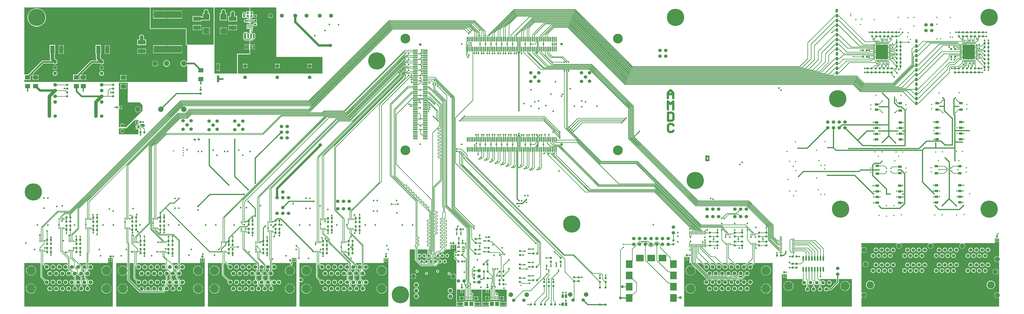
<source format=gtl>
G04*
G04 #@! TF.GenerationSoftware,Altium Limited,Altium Designer,18.1.9 (240)*
G04*
G04 Layer_Physical_Order=1*
G04 Layer_Color=255*
%FSLAX25Y25*%
%MOIN*%
G70*
G01*
G75*
%ADD11C,0.01000*%
%ADD13C,0.02000*%
%ADD26C,0.03000*%
%ADD31R,0.01968X0.00984*%
%ADD32R,0.03543X0.06299*%
%ADD33R,0.06299X0.03937*%
%ADD34R,0.03740X0.03740*%
%ADD35R,0.03740X0.03740*%
%ADD36R,0.03937X0.06299*%
%ADD37R,0.13780X0.11811*%
%ADD38R,0.11811X0.13780*%
%ADD39R,0.06299X0.05512*%
%ADD40R,0.09055X0.05118*%
%ADD41R,0.07087X0.07480*%
%ADD42R,0.01575X0.05315*%
%ADD43R,0.04921X0.01575*%
%ADD44R,0.02000X0.08000*%
%ADD45R,0.08000X0.02000*%
%ADD46O,0.02362X0.08661*%
%ADD47R,0.49213X0.12402*%
%ADD48R,0.13500X0.07500*%
%ADD49R,0.09000X0.07500*%
%ADD50R,0.07500X0.13500*%
%ADD51R,0.01654X0.03500*%
%ADD52R,0.03937X0.11811*%
%ADD53R,0.01575X0.04803*%
%ADD54R,0.10630X0.10630*%
%ADD55R,0.03937X0.05906*%
%ADD56R,0.02362X0.01968*%
%ADD57R,0.01200X0.03200*%
%ADD58R,0.03200X0.01200*%
%ADD59R,0.05118X0.02362*%
%ADD60R,0.02362X0.05118*%
%ADD61R,0.05709X0.02165*%
%ADD62R,0.05709X0.02165*%
%ADD63R,0.01181X0.06299*%
%ADD64C,0.04000*%
%ADD90R,0.21693X0.25787*%
%ADD116C,0.03000*%
%ADD117C,0.01800*%
%ADD118C,0.06000*%
%ADD119C,0.01900*%
%ADD120C,0.06000*%
%ADD121C,0.08858*%
%ADD122C,0.12795*%
%ADD123C,0.03937*%
%ADD124C,0.30000*%
%ADD125R,0.06299X0.06299*%
%ADD126C,0.06299*%
%ADD127C,0.06700*%
%ADD128C,0.16000*%
%ADD129C,0.15748*%
%ADD130C,0.07874*%
%ADD131C,0.07000*%
%ADD132C,0.05000*%
%ADD133C,0.08200*%
%ADD134C,0.17000*%
%ADD135C,0.04598*%
%ADD136C,0.09449*%
%ADD137C,0.02200*%
%ADD138C,0.04000*%
%ADD139C,0.02500*%
G36*
X393374Y517281D02*
X393128Y516883D01*
X387388D01*
Y511142D01*
X387565D01*
Y505642D01*
X390276D01*
Y503414D01*
X388058D01*
Y502052D01*
X387356D01*
X386884Y502367D01*
X385908Y502561D01*
X384933Y502367D01*
X384106Y501815D01*
X383553Y500988D01*
X383359Y500012D01*
X383553Y499037D01*
X384106Y498210D01*
X384933Y497657D01*
X385908Y497463D01*
X386884Y497657D01*
X387356Y497973D01*
X388058D01*
Y496611D01*
X393374D01*
Y494628D01*
X391203D01*
X390618Y494512D01*
X390121Y494180D01*
X389536Y493595D01*
X389204Y493099D01*
X388058D01*
Y486296D01*
X393374D01*
Y477984D01*
X392874Y477832D01*
X392639Y478183D01*
X391918Y478665D01*
X391067Y478835D01*
X391016Y478825D01*
X389967Y479873D01*
X389471Y480205D01*
X388886Y480321D01*
X385163D01*
X384578Y480205D01*
X384082Y479873D01*
X382804Y478596D01*
X382473Y478099D01*
X382356Y477514D01*
Y469408D01*
X382473Y468823D01*
X382804Y468327D01*
X385582Y465549D01*
X386078Y465217D01*
X386663Y465101D01*
X393374D01*
Y457734D01*
X392883Y457713D01*
X392744Y458408D01*
X392351Y458997D01*
X391762Y459391D01*
X391567Y459430D01*
Y454564D01*
Y449697D01*
X391762Y449736D01*
X392351Y450130D01*
X392744Y450719D01*
X392883Y451414D01*
X393374Y451393D01*
Y442655D01*
X371691Y442655D01*
Y408009D01*
X332517Y408009D01*
Y523471D01*
X393374D01*
Y517281D01*
D02*
G37*
G36*
X440000Y437236D02*
X520557Y437236D01*
X520556Y408000D01*
X373000D01*
Y441635D01*
X393374Y441635D01*
X393764Y441713D01*
X394095Y441934D01*
X394316Y442265D01*
X394394Y442655D01*
Y449881D01*
X394894Y450056D01*
X395372Y449736D01*
X395567Y449697D01*
Y454564D01*
Y459430D01*
X395372Y459391D01*
X394894Y459071D01*
X394394Y459247D01*
Y465101D01*
X397386D01*
X397971Y465217D01*
X398467Y465549D01*
X401016Y468098D01*
X401067Y468088D01*
X401918Y468257D01*
X402639Y468739D01*
X403121Y469461D01*
X403291Y470312D01*
Y476611D01*
X403121Y477462D01*
X402639Y478183D01*
X401918Y478665D01*
X401067Y478835D01*
X400216Y478665D01*
X399494Y478183D01*
X399012Y477462D01*
X398843Y476611D01*
Y470633D01*
X398791Y470606D01*
X398290Y470907D01*
Y476611D01*
X398121Y477462D01*
X397639Y478183D01*
X397596Y478212D01*
Y481170D01*
X398604Y482178D01*
X398936Y482674D01*
X399052Y483259D01*
Y486296D01*
X399310D01*
Y491570D01*
X400611D01*
Y491031D01*
X406351D01*
Y496771D01*
X400611D01*
Y494628D01*
X394394D01*
Y496611D01*
X396751D01*
Y497011D01*
X397023D01*
Y500012D01*
Y503014D01*
X396751D01*
Y503414D01*
X396493D01*
Y505642D01*
X399658D01*
Y511142D01*
X399821D01*
Y516883D01*
X394827D01*
X394640Y516981D01*
X394394Y517281D01*
Y523471D01*
X440000D01*
X440000Y437236D01*
D02*
G37*
G36*
X331000Y523471D02*
X331000Y480953D01*
Y458500D01*
X283721Y458500D01*
X283721Y487000D01*
X221000Y487000D01*
X221000Y523471D01*
X292000Y523471D01*
X331000Y523471D01*
D02*
G37*
G36*
X219980Y522971D02*
X219980Y487000D01*
X220058Y486610D01*
X220279Y486279D01*
X220610Y486058D01*
X221000Y485980D01*
X282701Y485980D01*
X282701Y458500D01*
X282779Y458110D01*
X283000Y457779D01*
X283331Y457558D01*
X283721Y457480D01*
X285000D01*
Y428266D01*
X284241D01*
X284101Y428604D01*
X283184Y429800D01*
X281988Y430718D01*
X280595Y431294D01*
X279101Y431491D01*
X277607Y431294D01*
X276214Y430718D01*
X275018Y429800D01*
X274101Y428604D01*
X273524Y427212D01*
X273327Y425717D01*
X273524Y424223D01*
X274101Y422830D01*
X275018Y421635D01*
X276214Y420717D01*
X277607Y420140D01*
X279101Y419944D01*
X280595Y420140D01*
X281988Y420717D01*
X283184Y421635D01*
X284101Y422830D01*
X284241Y423168D01*
X285000D01*
Y393500D01*
X1529D01*
Y396851D01*
X12500D01*
Y403496D01*
X34836Y425832D01*
X51725D01*
X52040Y425422D01*
X52907Y424757D01*
X53917Y424338D01*
X55000Y424196D01*
X56083Y424338D01*
X57093Y424757D01*
X57960Y425422D01*
X58625Y426289D01*
X59043Y427298D01*
X59185Y428381D01*
X59043Y429465D01*
X58625Y430474D01*
X57960Y431341D01*
X57093Y432006D01*
X57073Y432014D01*
X54286Y434800D01*
Y442515D01*
X55002D01*
Y458015D01*
X45502D01*
Y442515D01*
X46218D01*
Y433129D01*
X46217Y433129D01*
X46355Y432085D01*
X46626Y431430D01*
X46292Y430930D01*
X33781D01*
X32805Y430736D01*
X31978Y430184D01*
X8145Y406351D01*
X1529D01*
Y523471D01*
X219480D01*
X219980Y522971D01*
D02*
G37*
G36*
X211133Y318529D02*
Y316471D01*
X209554Y314892D01*
X208651Y314892D01*
X208446Y315097D01*
X207950Y315429D01*
X207365Y315545D01*
X205324D01*
Y316861D01*
Y317453D01*
X203740D01*
Y317953D01*
X203240D01*
Y319045D01*
X202772D01*
Y319150D01*
X202770D01*
Y320068D01*
X209594Y320068D01*
X211133Y318529D01*
D02*
G37*
G36*
X181500Y357881D02*
X202098Y357881D01*
X207000Y352979D01*
Y343000D01*
X190500Y326500D01*
X178500Y314500D01*
X174737D01*
X174614Y315000D01*
X175139Y315685D01*
X175502Y316560D01*
X175560Y317000D01*
X171995D01*
X168430D01*
X168488Y316560D01*
X168850Y315685D01*
X169376Y315000D01*
X169253Y314500D01*
X166000D01*
Y392000D01*
X181496D01*
X181500Y357881D01*
D02*
G37*
G36*
X200000Y319150D02*
X197228D01*
Y319045D01*
X196760D01*
Y317953D01*
X196260D01*
Y317453D01*
X194676D01*
Y316861D01*
Y316484D01*
X196260D01*
Y315484D01*
X194676D01*
Y314892D01*
Y314516D01*
X196260D01*
Y313516D01*
X194676D01*
Y312924D01*
Y312547D01*
X196260D01*
Y312047D01*
X196760D01*
Y310955D01*
X197228D01*
Y310850D01*
X200000D01*
Y302000D01*
X166000D01*
Y312500D01*
X179000D01*
X193500Y327000D01*
X200000D01*
Y319150D01*
D02*
G37*
G36*
X753500Y107323D02*
X753413D01*
Y103157D01*
X753500D01*
Y99843D01*
X753413D01*
Y98366D01*
X753055Y98113D01*
X752913Y98069D01*
X752000Y98251D01*
X751024Y98057D01*
X750198Y97505D01*
X749645Y96678D01*
X749451Y95702D01*
X749645Y94727D01*
X750196Y93902D01*
X750270Y93787D01*
Y93415D01*
X750196Y93300D01*
X749645Y92475D01*
X749451Y91500D01*
X749645Y90525D01*
X750198Y89698D01*
X751024Y89145D01*
X751234Y89103D01*
Y88594D01*
X751024Y88552D01*
X750198Y87999D01*
X749645Y87172D01*
X749451Y86197D01*
X749645Y85221D01*
X750198Y84394D01*
X751024Y83842D01*
X751226Y83802D01*
X751301Y83689D01*
X753500Y81491D01*
Y48003D01*
X753103Y47044D01*
X752965Y46000D01*
X753103Y44956D01*
X753500Y43997D01*
Y1529D01*
X672500D01*
Y101000D01*
X681471D01*
Y83033D01*
X681587Y82448D01*
X681919Y81951D01*
X691648Y72222D01*
X692144Y71890D01*
X692730Y71774D01*
X718000D01*
X718585Y71890D01*
X719081Y72222D01*
X723999Y77140D01*
X724594Y76893D01*
X725508Y76773D01*
X726422Y76893D01*
X727273Y77246D01*
X728004Y77807D01*
X728565Y78538D01*
X728918Y79390D01*
X729038Y80303D01*
X728918Y81217D01*
X728565Y82068D01*
X728004Y82799D01*
X727273Y83360D01*
X726422Y83713D01*
X725508Y83833D01*
X724594Y83713D01*
X723743Y83360D01*
X723012Y82799D01*
X722451Y82068D01*
X722098Y81217D01*
X721978Y80303D01*
X722078Y79544D01*
X721131Y78597D01*
X720707Y78880D01*
X720918Y79390D01*
X721038Y80303D01*
X720918Y81217D01*
X720565Y82068D01*
X720004Y82799D01*
X719273Y83360D01*
X718422Y83713D01*
X717508Y83833D01*
X716594Y83713D01*
X716037Y83482D01*
X715537Y83808D01*
Y88471D01*
X715569Y88496D01*
X716037Y88653D01*
X718969Y85722D01*
X719465Y85390D01*
X720050Y85274D01*
X722950D01*
X723535Y85390D01*
X724031Y85722D01*
X726318Y88008D01*
X726849D01*
X727004Y87807D01*
X727735Y87246D01*
X728586Y86893D01*
X729500Y86773D01*
X730414Y86893D01*
X731265Y87246D01*
X731996Y87807D01*
X732557Y88538D01*
X732910Y89389D01*
X733030Y90303D01*
X732910Y91217D01*
X732557Y92068D01*
X731996Y92799D01*
X731265Y93360D01*
X730414Y93713D01*
X729500Y93833D01*
X728586Y93713D01*
X727735Y93360D01*
X727004Y92799D01*
X726443Y92068D01*
X726090Y91217D01*
X726070Y91067D01*
X725684D01*
X725440Y91019D01*
X724947Y91203D01*
X724846Y91371D01*
X724557Y92068D01*
X723996Y92799D01*
X723593Y93109D01*
X723542Y93765D01*
X724551Y94774D01*
X728596D01*
X729181Y94890D01*
X729677Y95222D01*
X735081Y100626D01*
X735331Y101000D01*
X743514D01*
X743534Y109458D01*
X743746Y109500D01*
X745500D01*
Y109153D01*
X751240D01*
Y109500D01*
X753500D01*
Y107323D01*
D02*
G37*
G36*
X1698471Y88541D02*
X1698022Y88320D01*
X1697536Y88693D01*
X1696313Y89200D01*
X1695500Y89307D01*
Y84300D01*
Y79293D01*
X1696313Y79400D01*
X1697536Y79907D01*
X1698022Y80280D01*
X1698471Y80059D01*
Y25549D01*
X1698022Y25328D01*
X1697536Y25701D01*
X1696313Y26208D01*
X1695500Y26315D01*
Y21308D01*
Y16301D01*
X1696313Y16408D01*
X1697536Y16915D01*
X1698022Y17288D01*
X1698471Y17067D01*
Y1529D01*
X1458716D01*
X1458716Y17765D01*
X1459189Y17926D01*
X1459346Y17721D01*
X1460397Y16915D01*
X1461620Y16408D01*
X1462433Y16301D01*
Y21308D01*
Y26315D01*
X1461620Y26208D01*
X1460397Y25701D01*
X1459346Y24895D01*
X1459189Y24690D01*
X1458716Y24851D01*
X1458716Y96741D01*
X1459189Y96902D01*
X1459346Y96697D01*
X1460397Y95891D01*
X1461620Y95385D01*
X1462433Y95278D01*
Y100284D01*
Y105291D01*
X1461620Y105184D01*
X1460397Y104677D01*
X1459346Y103871D01*
X1459189Y103666D01*
X1458716Y103827D01*
Y112300D01*
X1521657D01*
X1521757Y111800D01*
X1521480Y111685D01*
X1520429Y110879D01*
X1519623Y109828D01*
X1519116Y108605D01*
X1519009Y107792D01*
X1524016D01*
X1529023D01*
X1528915Y108605D01*
X1528409Y109828D01*
X1527603Y110879D01*
X1526552Y111685D01*
X1526275Y111800D01*
X1526374Y112300D01*
X1576657D01*
X1576757Y111800D01*
X1576480Y111685D01*
X1575429Y110879D01*
X1574623Y109828D01*
X1574116Y108605D01*
X1574009Y107792D01*
X1579016D01*
X1584023D01*
X1583915Y108605D01*
X1583409Y109828D01*
X1582603Y110879D01*
X1581552Y111685D01*
X1581275Y111800D01*
X1581374Y112300D01*
X1631657D01*
X1631757Y111800D01*
X1631479Y111685D01*
X1630429Y110879D01*
X1629623Y109828D01*
X1629116Y108605D01*
X1629009Y107792D01*
X1634016D01*
X1639022D01*
X1638915Y108605D01*
X1638409Y109828D01*
X1637603Y110879D01*
X1636552Y111685D01*
X1636275Y111800D01*
X1636374Y112300D01*
X1691000D01*
X1691000Y120366D01*
X1698471D01*
Y88541D01*
D02*
G37*
G36*
X702664Y101000D02*
X702971Y100627D01*
Y93707D01*
X703087Y93122D01*
X703201Y92951D01*
X703004Y92799D01*
X702443Y92068D01*
X702090Y91217D01*
X701970Y90303D01*
X702090Y89389D01*
X702303Y88875D01*
X702040Y88460D01*
X701542Y88424D01*
X700812Y89154D01*
X700910Y89389D01*
X701030Y90303D01*
X700910Y91217D01*
X700557Y92068D01*
X699996Y92799D01*
X699265Y93360D01*
X698414Y93713D01*
X697500Y93833D01*
X696586Y93713D01*
X695735Y93360D01*
X695004Y92799D01*
X694443Y92068D01*
X694090Y91217D01*
X693970Y90303D01*
X694090Y89389D01*
X694443Y88538D01*
X695004Y87807D01*
X695735Y87246D01*
X696586Y86893D01*
X697500Y86773D01*
X698414Y86893D01*
X698649Y86991D01*
X699919Y85722D01*
X700415Y85390D01*
X701000Y85274D01*
X706950D01*
X707535Y85390D01*
X708031Y85722D01*
X709978Y87669D01*
X710384Y87551D01*
X710478Y87482D01*
Y84209D01*
X709978Y83770D01*
X709500Y83833D01*
X708586Y83713D01*
X707735Y83360D01*
X707004Y82799D01*
X706443Y82068D01*
X706090Y81217D01*
X705970Y80303D01*
X706090Y79390D01*
X706299Y78886D01*
X706034Y78466D01*
X705543Y78430D01*
X704820Y79154D01*
X704918Y79390D01*
X705038Y80303D01*
X704918Y81217D01*
X704565Y82068D01*
X704004Y82799D01*
X703273Y83360D01*
X702422Y83713D01*
X701508Y83833D01*
X700594Y83713D01*
X699743Y83360D01*
X699012Y82799D01*
X698451Y82068D01*
X698098Y81217D01*
X697978Y80303D01*
X698098Y79390D01*
X698451Y78538D01*
X699012Y77807D01*
X699630Y77333D01*
X699501Y76832D01*
X695515D01*
X695386Y77333D01*
X696004Y77807D01*
X696565Y78538D01*
X696918Y79390D01*
X697038Y80303D01*
X696918Y81217D01*
X696565Y82068D01*
X696004Y82799D01*
X695273Y83360D01*
X694422Y83713D01*
X693508Y83833D01*
X692594Y83713D01*
X691743Y83360D01*
X691012Y82799D01*
X690451Y82068D01*
X690220Y81511D01*
X689636Y81388D01*
X686529Y84495D01*
Y87647D01*
X686858Y87759D01*
X687029Y87787D01*
X687735Y87246D01*
X688586Y86893D01*
X689500Y86773D01*
X690414Y86893D01*
X691265Y87246D01*
X691996Y87807D01*
X692557Y88538D01*
X692910Y89389D01*
X693030Y90303D01*
X692910Y91217D01*
X692557Y92068D01*
X691996Y92799D01*
X691265Y93360D01*
X690414Y93713D01*
X689500Y93833D01*
X688586Y93713D01*
X687735Y93360D01*
X687029Y92819D01*
X686858Y92847D01*
X686529Y92959D01*
Y101000D01*
X702664D01*
D02*
G37*
G36*
X315500Y1529D02*
X161500D01*
X161500Y77500D01*
X180254Y77500D01*
Y69441D01*
X179754Y69262D01*
X178894Y70310D01*
X177584Y71385D01*
X176090Y72184D01*
X174469Y72676D01*
X173283Y72792D01*
Y64200D01*
Y55608D01*
X174469Y55724D01*
X176090Y56216D01*
X177584Y57015D01*
X178894Y58090D01*
X179754Y59137D01*
X180254Y58959D01*
Y48327D01*
X180370Y47742D01*
X180702Y47245D01*
X202179Y25769D01*
X202675Y25437D01*
X203260Y25321D01*
X243433D01*
X244019Y25437D01*
X244515Y25769D01*
X247483Y28737D01*
X248148Y28462D01*
X249283Y28313D01*
X250419Y28462D01*
X251477Y28900D01*
X252386Y29597D01*
X253083Y30506D01*
X253521Y31564D01*
X253671Y32700D01*
X253521Y33836D01*
X253083Y34894D01*
X252386Y35803D01*
X251477Y36500D01*
X250419Y36938D01*
X249399Y37072D01*
X249149Y37530D01*
X250365Y38746D01*
X250696Y39242D01*
X250813Y39827D01*
Y41042D01*
X251313Y41212D01*
X251631Y40797D01*
X252540Y40100D01*
X253598Y39662D01*
X254733Y39513D01*
X255869Y39662D01*
X256927Y40100D01*
X257836Y40797D01*
X258154Y41212D01*
X258654Y41042D01*
Y36775D01*
X257990Y36500D01*
X257081Y35803D01*
X256384Y34894D01*
X255945Y33836D01*
X255796Y32700D01*
X255945Y31564D01*
X256384Y30506D01*
X257081Y29597D01*
X257990Y28900D01*
X259048Y28462D01*
X260183Y28313D01*
X261319Y28462D01*
X262377Y28900D01*
X263286Y29597D01*
X263983Y30506D01*
X264421Y31564D01*
X264571Y32700D01*
X264421Y33836D01*
X263983Y34894D01*
X263286Y35803D01*
X262377Y36500D01*
X261713Y36775D01*
Y41042D01*
X262213Y41212D01*
X262531Y40797D01*
X263440Y40100D01*
X264498Y39662D01*
X265633Y39513D01*
X266769Y39662D01*
X267827Y40100D01*
X268736Y40797D01*
X269054Y41212D01*
X269554Y41042D01*
Y36775D01*
X268890Y36500D01*
X267981Y35803D01*
X267284Y34894D01*
X266845Y33836D01*
X266696Y32700D01*
X266845Y31564D01*
X267284Y30506D01*
X267981Y29597D01*
X268890Y28900D01*
X269948Y28462D01*
X271083Y28313D01*
X272219Y28462D01*
X273277Y28900D01*
X274186Y29597D01*
X274883Y30506D01*
X275321Y31564D01*
X275471Y32700D01*
X275321Y33836D01*
X274883Y34894D01*
X274186Y35803D01*
X273277Y36500D01*
X272613Y36775D01*
Y41042D01*
X273113Y41212D01*
X273431Y40797D01*
X274340Y40100D01*
X275398Y39662D01*
X276533Y39513D01*
X277669Y39662D01*
X278727Y40100D01*
X279636Y40797D01*
X280333Y41706D01*
X280771Y42764D01*
X280921Y43900D01*
X280771Y45036D01*
X280333Y46094D01*
X279636Y47003D01*
X278727Y47700D01*
X277669Y48138D01*
X276533Y48287D01*
X275398Y48138D01*
X274340Y47700D01*
X273431Y47003D01*
X273113Y46588D01*
X272613Y46758D01*
Y47670D01*
X272496Y48256D01*
X272165Y48752D01*
X268263Y52654D01*
Y55416D01*
X268711Y55637D01*
X268890Y55500D01*
X269948Y55062D01*
X271083Y54913D01*
X272219Y55062D01*
X273277Y55500D01*
X274186Y56198D01*
X274883Y57106D01*
X275321Y58164D01*
X275471Y59300D01*
X275321Y60436D01*
X274883Y61494D01*
X274186Y62402D01*
X273277Y63100D01*
X273013Y63209D01*
Y67198D01*
X273513Y67335D01*
X274340Y66700D01*
X275398Y66262D01*
X276533Y66113D01*
X277669Y66262D01*
X278727Y66700D01*
X279636Y67397D01*
X280333Y68306D01*
X280771Y69364D01*
X280921Y70500D01*
X280771Y71636D01*
X280333Y72694D01*
X279636Y73602D01*
X278727Y74300D01*
X277669Y74738D01*
X276533Y74888D01*
X275398Y74738D01*
X274340Y74300D01*
X273513Y73665D01*
X273013Y73802D01*
Y77500D01*
X307500Y77500D01*
X307500Y85500D01*
X308633D01*
Y85476D01*
X314373D01*
Y85500D01*
X315500D01*
Y1529D01*
D02*
G37*
G36*
X587921Y74384D02*
X587472Y74163D01*
X587294Y74300D01*
X586236Y74738D01*
X585100Y74888D01*
X583964Y74738D01*
X582906Y74300D01*
X581997Y73602D01*
X581932Y73517D01*
X581385Y73625D01*
X581131Y74005D01*
X578098Y77038D01*
X578289Y77500D01*
X587921D01*
Y74384D01*
D02*
G37*
G36*
X635000Y1529D02*
X480500D01*
Y44322D01*
X480948Y44543D01*
X480997Y44506D01*
X481970Y44103D01*
X483014Y43966D01*
X484058Y44103D01*
X485031Y44506D01*
X485867Y45147D01*
X486508Y45983D01*
X486911Y46956D01*
X487049Y48000D01*
X486911Y49044D01*
X486508Y50017D01*
X485867Y50853D01*
X485031Y51494D01*
X484058Y51897D01*
X483014Y52034D01*
X481970Y51897D01*
X480997Y51494D01*
X480948Y51457D01*
X480500Y51678D01*
Y77500D01*
X509520D01*
Y52550D01*
X509637Y51965D01*
X509968Y51469D01*
X515737Y45700D01*
X515462Y45036D01*
X515312Y43900D01*
X515462Y42764D01*
X515900Y41706D01*
X516598Y40797D01*
X517506Y40100D01*
X518564Y39662D01*
X519700Y39513D01*
X520836Y39662D01*
X521894Y40100D01*
X522802Y40797D01*
X523500Y41706D01*
X523938Y42764D01*
X524087Y43900D01*
X523938Y45036D01*
X523500Y46094D01*
X522802Y47003D01*
X521894Y47700D01*
X520836Y48138D01*
X519700Y48287D01*
X518564Y48138D01*
X517900Y47863D01*
X512579Y53184D01*
Y74805D01*
X513041Y74996D01*
X515737Y72300D01*
X515462Y71636D01*
X515312Y70500D01*
X515462Y69364D01*
X515900Y68306D01*
X516598Y67397D01*
X517506Y66700D01*
X518564Y66262D01*
X519700Y66113D01*
X520836Y66262D01*
X521894Y66700D01*
X522802Y67397D01*
X523500Y68306D01*
X523938Y69364D01*
X524087Y70500D01*
X523938Y71636D01*
X523500Y72694D01*
X522802Y73602D01*
X521894Y74300D01*
X520836Y74738D01*
X519700Y74888D01*
X518564Y74738D01*
X517900Y74463D01*
X515363Y77000D01*
X515570Y77500D01*
X564758D01*
X566121Y76138D01*
Y74384D01*
X565672Y74163D01*
X565494Y74300D01*
X564436Y74738D01*
X563300Y74888D01*
X562164Y74738D01*
X561106Y74300D01*
X560197Y73602D01*
X559500Y72694D01*
X559062Y71636D01*
X558912Y70500D01*
X559062Y69364D01*
X559500Y68306D01*
X560197Y67397D01*
X561106Y66700D01*
X562164Y66262D01*
X563300Y66113D01*
X564436Y66262D01*
X565494Y66700D01*
X565672Y66837D01*
X566121Y66616D01*
Y65687D01*
X563318Y62885D01*
X562987Y62388D01*
X562871Y61803D01*
Y50085D01*
X562987Y49500D01*
X563318Y49004D01*
X563596Y48726D01*
X563375Y48278D01*
X563300Y48287D01*
X562164Y48138D01*
X561106Y47700D01*
X560197Y47003D01*
X559500Y46094D01*
X559062Y45036D01*
X558912Y43900D01*
X559062Y42764D01*
X559500Y41706D01*
X560197Y40797D01*
X561106Y40100D01*
X562164Y39662D01*
X563300Y39513D01*
X564436Y39662D01*
X565494Y40100D01*
X566402Y40797D01*
X566721Y41212D01*
X567221Y41042D01*
Y36775D01*
X566556Y36500D01*
X565648Y35803D01*
X564950Y34894D01*
X564512Y33836D01*
X564362Y32700D01*
X564512Y31564D01*
X564950Y30506D01*
X565648Y29597D01*
X566556Y28900D01*
X567614Y28462D01*
X568750Y28313D01*
X569886Y28462D01*
X570944Y28900D01*
X571852Y29597D01*
X572550Y30506D01*
X572988Y31564D01*
X573138Y32700D01*
X572988Y33836D01*
X572550Y34894D01*
X571852Y35803D01*
X570944Y36500D01*
X570279Y36775D01*
Y41042D01*
X570779Y41212D01*
X571098Y40797D01*
X572006Y40100D01*
X573064Y39662D01*
X574200Y39513D01*
X575336Y39662D01*
X576394Y40100D01*
X577303Y40797D01*
X577621Y41212D01*
X578121Y41042D01*
Y36775D01*
X577456Y36500D01*
X576547Y35803D01*
X575850Y34894D01*
X575412Y33836D01*
X575262Y32700D01*
X575412Y31564D01*
X575850Y30506D01*
X576547Y29597D01*
X577456Y28900D01*
X578514Y28462D01*
X579650Y28313D01*
X580786Y28462D01*
X581844Y28900D01*
X582753Y29597D01*
X583450Y30506D01*
X583888Y31564D01*
X584037Y32700D01*
X583888Y33836D01*
X583450Y34894D01*
X582753Y35803D01*
X581844Y36500D01*
X581179Y36775D01*
Y41042D01*
X581679Y41212D01*
X581997Y40797D01*
X582906Y40100D01*
X583964Y39662D01*
X585100Y39513D01*
X586236Y39662D01*
X587294Y40100D01*
X588202Y40797D01*
X588521Y41212D01*
X589021Y41042D01*
Y36775D01*
X588356Y36500D01*
X587448Y35803D01*
X586750Y34894D01*
X586312Y33836D01*
X586162Y32700D01*
X586312Y31564D01*
X586750Y30506D01*
X587448Y29597D01*
X588356Y28900D01*
X589414Y28462D01*
X590550Y28313D01*
X591686Y28462D01*
X592744Y28900D01*
X593652Y29597D01*
X594350Y30506D01*
X594788Y31564D01*
X594938Y32700D01*
X594788Y33836D01*
X594350Y34894D01*
X593652Y35803D01*
X592744Y36500D01*
X592079Y36775D01*
Y41042D01*
X592579Y41212D01*
X592898Y40797D01*
X593806Y40100D01*
X594864Y39662D01*
X596000Y39513D01*
X597136Y39662D01*
X598194Y40100D01*
X599102Y40797D01*
X599800Y41706D01*
X600238Y42764D01*
X600387Y43900D01*
X600238Y45036D01*
X599800Y46094D01*
X599102Y47003D01*
X598194Y47700D01*
X597136Y48138D01*
X596000Y48287D01*
X594864Y48138D01*
X593806Y47700D01*
X592898Y47003D01*
X592384Y46333D01*
X591789Y46343D01*
X591631Y46579D01*
X587729Y50481D01*
Y55416D01*
X588178Y55637D01*
X588356Y55500D01*
X589414Y55062D01*
X590550Y54913D01*
X591686Y55062D01*
X592744Y55500D01*
X593652Y56198D01*
X594350Y57106D01*
X594788Y58164D01*
X594938Y59300D01*
X594788Y60436D01*
X594350Y61494D01*
X593652Y62402D01*
X592744Y63100D01*
X592479Y63209D01*
Y67198D01*
X592979Y67335D01*
X593806Y66700D01*
X594864Y66262D01*
X596000Y66113D01*
X597136Y66262D01*
X598194Y66700D01*
X599102Y67397D01*
X599800Y68306D01*
X600238Y69364D01*
X600387Y70500D01*
X600238Y71636D01*
X599800Y72694D01*
X599102Y73602D01*
X598194Y74300D01*
X597136Y74738D01*
X596000Y74888D01*
X594864Y74738D01*
X593806Y74300D01*
X592979Y73665D01*
X592479Y73802D01*
Y77500D01*
X627000D01*
Y85707D01*
X635000D01*
Y1529D01*
D02*
G37*
G36*
X268454Y74384D02*
X268005Y74163D01*
X267827Y74300D01*
X266769Y74738D01*
X265633Y74888D01*
X264498Y74738D01*
X263440Y74300D01*
X262531Y73602D01*
X261998Y73730D01*
X261996Y73741D01*
X261665Y74237D01*
X258863Y77038D01*
X259055Y77500D01*
X268454Y77500D01*
Y74384D01*
D02*
G37*
G36*
X108971Y74192D02*
X108522Y73971D01*
X108094Y74300D01*
X107036Y74738D01*
X105900Y74888D01*
X104764Y74738D01*
X103706Y74300D01*
X102797Y73602D01*
X102100Y72694D01*
X102099Y72692D01*
X101535Y72636D01*
X101531Y72642D01*
X97135Y77038D01*
X97326Y77500D01*
X108971D01*
Y74192D01*
D02*
G37*
G36*
X148606Y86000D02*
Y85989D01*
X154347D01*
Y86000D01*
X155500D01*
X155500Y1529D01*
X1529D01*
Y77500D01*
X29353D01*
Y53518D01*
X29469Y52933D01*
X29801Y52437D01*
X36537Y45700D01*
X36262Y45036D01*
X36112Y43900D01*
X36262Y42764D01*
X36700Y41706D01*
X37398Y40797D01*
X38306Y40100D01*
X39364Y39662D01*
X40500Y39513D01*
X41636Y39662D01*
X42694Y40100D01*
X43602Y40797D01*
X44300Y41706D01*
X44738Y42764D01*
X44888Y43900D01*
X44738Y45036D01*
X44300Y46094D01*
X43602Y47003D01*
X42694Y47700D01*
X41636Y48138D01*
X40500Y48287D01*
X39364Y48138D01*
X38700Y47863D01*
X32411Y54152D01*
Y75773D01*
X32873Y75964D01*
X36537Y72300D01*
X36262Y71636D01*
X36112Y70500D01*
X36262Y69364D01*
X36700Y68306D01*
X37398Y67397D01*
X38306Y66700D01*
X39364Y66262D01*
X40500Y66113D01*
X41636Y66262D01*
X42694Y66700D01*
X43602Y67397D01*
X44300Y68306D01*
X44738Y69364D01*
X44888Y70500D01*
X44738Y71636D01*
X44300Y72694D01*
X43602Y73602D01*
X42694Y74300D01*
X41636Y74738D01*
X40500Y74888D01*
X39364Y74738D01*
X38700Y74463D01*
X36125Y77038D01*
X36316Y77500D01*
X76293D01*
Y74175D01*
X75845Y73953D01*
X75394Y74300D01*
X74336Y74738D01*
X73200Y74888D01*
X72064Y74738D01*
X71006Y74300D01*
X70098Y73602D01*
X69400Y72694D01*
X68962Y71636D01*
X68813Y70500D01*
X68962Y69364D01*
X69400Y68306D01*
X70098Y67397D01*
X71006Y66700D01*
X72064Y66262D01*
X73200Y66113D01*
X74336Y66262D01*
X75394Y66700D01*
X76206Y67324D01*
X76461Y67371D01*
X76860Y67304D01*
X80296Y63868D01*
X80013Y63444D01*
X79786Y63538D01*
X78650Y63687D01*
X77514Y63538D01*
X76456Y63100D01*
X75547Y62402D01*
X74850Y61494D01*
X74412Y60436D01*
X74262Y59300D01*
X74412Y58164D01*
X74850Y57106D01*
X75547Y56198D01*
X76456Y55500D01*
X77514Y55062D01*
X78650Y54913D01*
X79786Y55062D01*
X80844Y55500D01*
X81753Y56198D01*
X82450Y57106D01*
X82564Y57383D01*
X83055Y57481D01*
X88021Y52515D01*
Y46758D01*
X87521Y46588D01*
X87203Y47003D01*
X86294Y47700D01*
X85236Y48138D01*
X84100Y48287D01*
X82964Y48138D01*
X81906Y47700D01*
X80998Y47003D01*
X80300Y46094D01*
X79862Y45036D01*
X79712Y43900D01*
X79862Y42764D01*
X80300Y41706D01*
X80998Y40797D01*
X81906Y40100D01*
X82964Y39662D01*
X84100Y39513D01*
X85236Y39662D01*
X86294Y40100D01*
X87203Y40797D01*
X87521Y41212D01*
X88021Y41042D01*
Y36775D01*
X87356Y36500D01*
X86448Y35803D01*
X85750Y34894D01*
X85312Y33836D01*
X85163Y32700D01*
X85312Y31564D01*
X85750Y30506D01*
X86448Y29597D01*
X87356Y28900D01*
X88414Y28462D01*
X89550Y28313D01*
X90686Y28462D01*
X91744Y28900D01*
X92652Y29597D01*
X93350Y30506D01*
X93788Y31564D01*
X93937Y32700D01*
X93788Y33836D01*
X93350Y34894D01*
X92652Y35803D01*
X91744Y36500D01*
X91079Y36775D01*
Y41042D01*
X91579Y41212D01*
X91897Y40797D01*
X92806Y40100D01*
X93864Y39662D01*
X95000Y39513D01*
X96136Y39662D01*
X97194Y40100D01*
X98102Y40797D01*
X98421Y41212D01*
X98921Y41042D01*
Y36775D01*
X98256Y36500D01*
X97347Y35803D01*
X96650Y34894D01*
X96212Y33836D01*
X96062Y32700D01*
X96212Y31564D01*
X96650Y30506D01*
X97347Y29597D01*
X98256Y28900D01*
X99314Y28462D01*
X100450Y28313D01*
X101586Y28462D01*
X102644Y28900D01*
X103552Y29597D01*
X104250Y30506D01*
X104688Y31564D01*
X104838Y32700D01*
X104688Y33836D01*
X104250Y34894D01*
X103552Y35803D01*
X102644Y36500D01*
X101979Y36775D01*
Y41042D01*
X102479Y41212D01*
X102797Y40797D01*
X103706Y40100D01*
X104764Y39662D01*
X105900Y39513D01*
X107036Y39662D01*
X108094Y40100D01*
X109002Y40797D01*
X109321Y41212D01*
X109821Y41042D01*
Y36775D01*
X109156Y36500D01*
X108247Y35803D01*
X107550Y34894D01*
X107112Y33836D01*
X106963Y32700D01*
X107112Y31564D01*
X107550Y30506D01*
X108247Y29597D01*
X109156Y28900D01*
X110214Y28462D01*
X111350Y28313D01*
X112486Y28462D01*
X113544Y28900D01*
X114453Y29597D01*
X115150Y30506D01*
X115588Y31564D01*
X115737Y32700D01*
X115588Y33836D01*
X115150Y34894D01*
X114453Y35803D01*
X113544Y36500D01*
X112879Y36775D01*
Y41042D01*
X113379Y41212D01*
X113698Y40797D01*
X114606Y40100D01*
X115664Y39662D01*
X116800Y39513D01*
X117936Y39662D01*
X118994Y40100D01*
X119903Y40797D01*
X120600Y41706D01*
X121038Y42764D01*
X121187Y43900D01*
X121038Y45036D01*
X120600Y46094D01*
X119903Y47003D01*
X118994Y47700D01*
X117936Y48138D01*
X116800Y48287D01*
X115664Y48138D01*
X114606Y47700D01*
X113698Y47003D01*
X113379Y46588D01*
X112879Y46758D01*
Y47670D01*
X112763Y48256D01*
X112431Y48752D01*
X108529Y52654D01*
Y55416D01*
X108978Y55637D01*
X109156Y55500D01*
X110214Y55062D01*
X111350Y54913D01*
X112486Y55062D01*
X113544Y55500D01*
X114453Y56198D01*
X115150Y57106D01*
X115588Y58164D01*
X115737Y59300D01*
X115588Y60436D01*
X115150Y61494D01*
X114453Y62402D01*
X113544Y63100D01*
X113529Y63106D01*
Y66896D01*
X114029Y67143D01*
X114606Y66700D01*
X115664Y66262D01*
X116800Y66113D01*
X117936Y66262D01*
X118994Y66700D01*
X119903Y67397D01*
X120600Y68306D01*
X121038Y69364D01*
X121187Y70500D01*
X121038Y71636D01*
X120600Y72694D01*
X119903Y73602D01*
X118994Y74300D01*
X117936Y74738D01*
X116800Y74888D01*
X115664Y74738D01*
X114606Y74300D01*
X114029Y73857D01*
X113529Y74104D01*
Y77500D01*
X147500D01*
X147500Y86000D01*
X148606D01*
D02*
G37*
G36*
X475000Y86000D02*
X475000Y1529D01*
X321000D01*
Y77500D01*
X345560D01*
Y56778D01*
X345676Y56192D01*
X346007Y55696D01*
X356004Y45700D01*
X355729Y45036D01*
X355579Y43900D01*
X355729Y42764D01*
X356167Y41706D01*
X356864Y40797D01*
X357773Y40100D01*
X358831Y39662D01*
X359967Y39513D01*
X361102Y39662D01*
X362160Y40100D01*
X363069Y40797D01*
X363766Y41706D01*
X364205Y42764D01*
X364354Y43900D01*
X364205Y45036D01*
X363766Y46094D01*
X363069Y47003D01*
X362160Y47700D01*
X361102Y48138D01*
X359967Y48287D01*
X358831Y48138D01*
X358167Y47863D01*
X348618Y57411D01*
Y77500D01*
X350804D01*
X356004Y72300D01*
X355729Y71636D01*
X355579Y70500D01*
X355729Y69364D01*
X356167Y68306D01*
X356864Y67397D01*
X357773Y66700D01*
X358831Y66262D01*
X359967Y66113D01*
X361102Y66262D01*
X362160Y66700D01*
X363069Y67397D01*
X363766Y68306D01*
X364205Y69364D01*
X364354Y70500D01*
X364205Y71636D01*
X363766Y72694D01*
X363069Y73602D01*
X362160Y74300D01*
X361102Y74738D01*
X359967Y74888D01*
X358831Y74738D01*
X358167Y74463D01*
X355592Y77038D01*
X355783Y77500D01*
X404224D01*
X406387Y75337D01*
Y74384D01*
X405939Y74163D01*
X405760Y74300D01*
X404702Y74738D01*
X403567Y74888D01*
X402431Y74738D01*
X401373Y74300D01*
X400464Y73602D01*
X399767Y72694D01*
X399329Y71636D01*
X399179Y70500D01*
X399329Y69364D01*
X399767Y68306D01*
X400464Y67397D01*
X401373Y66700D01*
X402431Y66262D01*
X403567Y66113D01*
X404702Y66262D01*
X405760Y66700D01*
X405939Y66837D01*
X406387Y66616D01*
Y64985D01*
X403585Y62183D01*
X403254Y61687D01*
X403137Y61102D01*
Y49847D01*
X403254Y49262D01*
X403585Y48766D01*
X403592Y48759D01*
X403381Y48263D01*
X402431Y48138D01*
X401373Y47700D01*
X400464Y47003D01*
X399767Y46094D01*
X399329Y45036D01*
X399179Y43900D01*
X399329Y42764D01*
X399767Y41706D01*
X400464Y40797D01*
X401373Y40100D01*
X402431Y39662D01*
X403567Y39513D01*
X404702Y39662D01*
X405760Y40100D01*
X406669Y40797D01*
X406987Y41212D01*
X407487Y41042D01*
Y36775D01*
X406823Y36500D01*
X405914Y35803D01*
X405217Y34894D01*
X404779Y33836D01*
X404629Y32700D01*
X404779Y31564D01*
X405217Y30506D01*
X405914Y29597D01*
X406823Y28900D01*
X407881Y28462D01*
X409017Y28313D01*
X410152Y28462D01*
X411210Y28900D01*
X412119Y29597D01*
X412816Y30506D01*
X413255Y31564D01*
X413404Y32700D01*
X413255Y33836D01*
X412816Y34894D01*
X412119Y35803D01*
X411210Y36500D01*
X410546Y36775D01*
Y41042D01*
X411046Y41212D01*
X411364Y40797D01*
X412273Y40100D01*
X413331Y39662D01*
X414467Y39513D01*
X415602Y39662D01*
X416660Y40100D01*
X417569Y40797D01*
X417887Y41212D01*
X418387Y41042D01*
Y36775D01*
X417723Y36500D01*
X416814Y35803D01*
X416117Y34894D01*
X415679Y33836D01*
X415529Y32700D01*
X415679Y31564D01*
X416117Y30506D01*
X416814Y29597D01*
X417723Y28900D01*
X418781Y28462D01*
X419917Y28313D01*
X421052Y28462D01*
X422110Y28900D01*
X423019Y29597D01*
X423716Y30506D01*
X424155Y31564D01*
X424304Y32700D01*
X424155Y33836D01*
X423716Y34894D01*
X423019Y35803D01*
X422110Y36500D01*
X421446Y36775D01*
Y41042D01*
X421946Y41212D01*
X422264Y40797D01*
X423173Y40100D01*
X424231Y39662D01*
X425367Y39513D01*
X426502Y39662D01*
X427560Y40100D01*
X428469Y40797D01*
X428787Y41212D01*
X429287Y41042D01*
Y36775D01*
X428623Y36500D01*
X427714Y35803D01*
X427017Y34894D01*
X426579Y33836D01*
X426429Y32700D01*
X426579Y31564D01*
X427017Y30506D01*
X427714Y29597D01*
X428623Y28900D01*
X429681Y28462D01*
X430817Y28313D01*
X431952Y28462D01*
X433010Y28900D01*
X433919Y29597D01*
X434616Y30506D01*
X435055Y31564D01*
X435204Y32700D01*
X435055Y33836D01*
X434616Y34894D01*
X433919Y35803D01*
X433010Y36500D01*
X432346Y36775D01*
Y41042D01*
X432846Y41212D01*
X433164Y40797D01*
X434073Y40100D01*
X435131Y39662D01*
X436267Y39513D01*
X437402Y39662D01*
X438460Y40100D01*
X439369Y40797D01*
X440066Y41706D01*
X440302Y42275D01*
X440843D01*
X441006Y41883D01*
X441647Y41047D01*
X442483Y40406D01*
X443456Y40003D01*
X444500Y39865D01*
X445544Y40003D01*
X446517Y40406D01*
X447353Y41047D01*
X447994Y41883D01*
X448397Y42856D01*
X448534Y43900D01*
X448397Y44944D01*
X447994Y45917D01*
X447353Y46753D01*
X446517Y47394D01*
X445544Y47797D01*
X444500Y47934D01*
X443456Y47797D01*
X442483Y47394D01*
X441647Y46753D01*
X441006Y45917D01*
X440843Y45525D01*
X440302D01*
X440066Y46094D01*
X439369Y47003D01*
X438460Y47700D01*
X437402Y48138D01*
X436267Y48287D01*
X435131Y48138D01*
X434073Y47700D01*
X433164Y47003D01*
X432651Y46333D01*
X432056Y46343D01*
X431898Y46579D01*
X427996Y50481D01*
Y55416D01*
X428444Y55637D01*
X428623Y55500D01*
X429681Y55062D01*
X430817Y54913D01*
X431952Y55062D01*
X433010Y55500D01*
X433919Y56198D01*
X434616Y57106D01*
X435055Y58164D01*
X435204Y59300D01*
X435055Y60436D01*
X434616Y61494D01*
X433919Y62402D01*
X433010Y63100D01*
X432746Y63209D01*
Y67198D01*
X433246Y67335D01*
X434073Y66700D01*
X435131Y66262D01*
X436267Y66113D01*
X437402Y66262D01*
X438460Y66700D01*
X439369Y67397D01*
X440066Y68306D01*
X440505Y69364D01*
X440654Y70500D01*
X440505Y71636D01*
X440066Y72694D01*
X439369Y73602D01*
X438460Y74300D01*
X437402Y74738D01*
X436267Y74888D01*
X435131Y74738D01*
X434073Y74300D01*
X433246Y73665D01*
X432746Y73802D01*
Y77500D01*
X463841D01*
Y77492D01*
X463957Y76907D01*
X464020Y76813D01*
X463889Y76153D01*
X464083Y75178D01*
X464635Y74351D01*
X465462Y73799D01*
X466438Y73605D01*
X467413Y73799D01*
X468240Y74351D01*
X468793Y75178D01*
X468987Y76153D01*
X468793Y77129D01*
X468240Y77956D01*
X467413Y78509D01*
X467000Y78591D01*
Y79130D01*
X467370D01*
Y84870D01*
X467000D01*
Y86000D01*
X475000Y86000D01*
D02*
G37*
G36*
X247471Y73683D02*
X246997Y73523D01*
X246936Y73602D01*
X246027Y74300D01*
X244969Y74738D01*
X243833Y74888D01*
X242698Y74738D01*
X241640Y74300D01*
X240731Y73602D01*
X240034Y72694D01*
X239595Y71636D01*
X239446Y70500D01*
X239595Y69364D01*
X240034Y68306D01*
X240731Y67397D01*
X241640Y66700D01*
X242698Y66262D01*
X243833Y66113D01*
X244969Y66262D01*
X246027Y66700D01*
X246936Y67397D01*
X247041Y67534D01*
X247575Y67409D01*
X247587Y67350D01*
X247919Y66854D01*
X250887Y63885D01*
X250604Y63462D01*
X250419Y63538D01*
X249283Y63687D01*
X248148Y63538D01*
X247090Y63100D01*
X246181Y62402D01*
X245484Y61494D01*
X245045Y60436D01*
X244896Y59300D01*
X245045Y58164D01*
X245484Y57106D01*
X246181Y56198D01*
X247090Y55500D01*
X247754Y55225D01*
Y46758D01*
X247254Y46588D01*
X246936Y47003D01*
X246027Y47700D01*
X244969Y48138D01*
X243833Y48287D01*
X242698Y48138D01*
X241640Y47700D01*
X240731Y47003D01*
X240034Y46094D01*
X239595Y45036D01*
X239446Y43900D01*
X239595Y42764D01*
X240034Y41706D01*
X240731Y40797D01*
X241640Y40100D01*
X242698Y39662D01*
X243833Y39513D01*
X244969Y39662D01*
X246027Y40100D01*
X246936Y40797D01*
X247254Y41212D01*
X247754Y41042D01*
Y40461D01*
X243108Y35814D01*
X242776Y35318D01*
X242702Y34947D01*
X242188Y34894D01*
X242182Y34895D01*
X241486Y35803D01*
X240577Y36500D01*
X239519Y36938D01*
X238383Y37088D01*
X237248Y36938D01*
X236190Y36500D01*
X235281Y35803D01*
X234584Y34894D01*
X234145Y33836D01*
X233996Y32700D01*
X234145Y31564D01*
X234584Y30506D01*
X234720Y30328D01*
X234499Y29879D01*
X231367D01*
X231146Y30328D01*
X231283Y30506D01*
X231721Y31564D01*
X231871Y32700D01*
X231721Y33836D01*
X231283Y34894D01*
X230586Y35803D01*
X229677Y36500D01*
X228619Y36938D01*
X227483Y37088D01*
X226348Y36938D01*
X225290Y36500D01*
X224381Y35803D01*
X223684Y34894D01*
X223245Y33836D01*
X223096Y32700D01*
X223245Y31564D01*
X223684Y30506D01*
X223820Y30328D01*
X223599Y29879D01*
X220467D01*
X220246Y30328D01*
X220383Y30506D01*
X220821Y31564D01*
X220971Y32700D01*
X220821Y33836D01*
X220383Y34894D01*
X219686Y35803D01*
X218777Y36500D01*
X217719Y36938D01*
X216583Y37088D01*
X215448Y36938D01*
X214390Y36500D01*
X213481Y35803D01*
X212784Y34894D01*
X212345Y33836D01*
X212196Y32700D01*
X212345Y31564D01*
X212784Y30506D01*
X212920Y30328D01*
X212699Y29879D01*
X209567D01*
X209346Y30328D01*
X209483Y30506D01*
X209921Y31564D01*
X210071Y32700D01*
X209921Y33836D01*
X209483Y34894D01*
X208786Y35803D01*
X207877Y36500D01*
X206819Y36938D01*
X205683Y37088D01*
X204548Y36938D01*
X203490Y36500D01*
X202581Y35803D01*
X201884Y34894D01*
X201445Y33836D01*
X201416Y33613D01*
X200942Y33452D01*
X184813Y49582D01*
Y77500D01*
X191852Y77500D01*
Y50751D01*
X191969Y50166D01*
X192300Y49670D01*
X196271Y45700D01*
X195995Y45036D01*
X195846Y43900D01*
X195995Y42764D01*
X196434Y41706D01*
X197131Y40797D01*
X198040Y40100D01*
X199098Y39662D01*
X200233Y39513D01*
X201369Y39662D01*
X202427Y40100D01*
X203336Y40797D01*
X204033Y41706D01*
X204471Y42764D01*
X204621Y43900D01*
X204471Y45036D01*
X204033Y46094D01*
X203336Y47003D01*
X202427Y47700D01*
X201369Y48138D01*
X200233Y48287D01*
X199098Y48138D01*
X198433Y47863D01*
X194911Y51385D01*
Y73006D01*
X195373Y73197D01*
X196271Y72300D01*
X195995Y71636D01*
X195846Y70500D01*
X195995Y69364D01*
X196434Y68306D01*
X197131Y67397D01*
X198040Y66700D01*
X199098Y66262D01*
X200233Y66113D01*
X201369Y66262D01*
X202427Y66700D01*
X203336Y67397D01*
X204033Y68306D01*
X204471Y69364D01*
X204621Y70500D01*
X204471Y71636D01*
X204033Y72694D01*
X203336Y73602D01*
X202427Y74300D01*
X201369Y74738D01*
X200233Y74888D01*
X199098Y74738D01*
X198433Y74463D01*
X197470Y75426D01*
Y77500D01*
X247471Y77500D01*
Y73683D01*
D02*
G37*
G36*
X582906Y66700D02*
X583964Y66262D01*
X584350Y66211D01*
X584713Y65659D01*
X584671Y65448D01*
Y49847D01*
X584787Y49262D01*
X585118Y48766D01*
X585125Y48759D01*
X584914Y48263D01*
X583964Y48138D01*
X582906Y47700D01*
X581997Y47003D01*
X581484Y46333D01*
X580889Y46343D01*
X580731Y46579D01*
X576829Y50481D01*
Y55416D01*
X577278Y55637D01*
X577456Y55500D01*
X578514Y55062D01*
X579650Y54913D01*
X580786Y55062D01*
X581844Y55500D01*
X582753Y56198D01*
X583450Y57106D01*
X583888Y58164D01*
X584037Y59300D01*
X583888Y60436D01*
X583450Y61494D01*
X582753Y62402D01*
X581844Y63100D01*
X581579Y63209D01*
Y67198D01*
X582079Y67335D01*
X582906Y66700D01*
D02*
G37*
G36*
X572006D02*
X573064Y66262D01*
X574200Y66113D01*
X575336Y66262D01*
X576394Y66700D01*
X576572Y66837D01*
X577021Y66616D01*
Y64985D01*
X574219Y62183D01*
X573887Y61687D01*
X573771Y61102D01*
Y49847D01*
X573887Y49262D01*
X574219Y48766D01*
X574225Y48759D01*
X574014Y48263D01*
X573064Y48138D01*
X572006Y47700D01*
X571098Y47003D01*
X570651Y46421D01*
X570533Y46397D01*
X570061Y46473D01*
X569831Y46817D01*
X565929Y50719D01*
Y55416D01*
X566378Y55637D01*
X566556Y55500D01*
X567614Y55062D01*
X568750Y54913D01*
X569886Y55062D01*
X570944Y55500D01*
X571852Y56198D01*
X572550Y57106D01*
X572988Y58164D01*
X573138Y59300D01*
X572988Y60436D01*
X572550Y61494D01*
X571852Y62402D01*
X570944Y63100D01*
X570679Y63209D01*
Y67198D01*
X571179Y67335D01*
X572006Y66700D01*
D02*
G37*
G36*
X423173D02*
X424231Y66262D01*
X425367Y66113D01*
X426502Y66262D01*
X427560Y66700D01*
X427739Y66837D01*
X428187Y66616D01*
Y64985D01*
X425385Y62183D01*
X425054Y61687D01*
X424937Y61102D01*
Y49847D01*
X425054Y49262D01*
X425385Y48766D01*
X425392Y48759D01*
X425181Y48263D01*
X424231Y48138D01*
X423173Y47700D01*
X422264Y47003D01*
X421751Y46333D01*
X421156Y46343D01*
X420998Y46579D01*
X417096Y50481D01*
Y55416D01*
X417545Y55637D01*
X417723Y55500D01*
X418781Y55062D01*
X419917Y54913D01*
X421052Y55062D01*
X422110Y55500D01*
X423019Y56198D01*
X423716Y57106D01*
X424155Y58164D01*
X424304Y59300D01*
X424155Y60436D01*
X423716Y61494D01*
X423019Y62402D01*
X422110Y63100D01*
X421846Y63209D01*
Y67198D01*
X422346Y67335D01*
X423173Y66700D01*
D02*
G37*
G36*
X412273D02*
X413331Y66262D01*
X414467Y66113D01*
X415602Y66262D01*
X416660Y66700D01*
X416839Y66837D01*
X417287Y66616D01*
Y64985D01*
X414485Y62183D01*
X414154Y61687D01*
X414037Y61102D01*
Y49847D01*
X414154Y49262D01*
X414485Y48766D01*
X414492Y48759D01*
X414281Y48263D01*
X413331Y48138D01*
X412273Y47700D01*
X411364Y47003D01*
X410851Y46333D01*
X410255Y46343D01*
X410098Y46579D01*
X406196Y50481D01*
Y55416D01*
X406644Y55637D01*
X406823Y55500D01*
X407881Y55062D01*
X409017Y54913D01*
X410152Y55062D01*
X411210Y55500D01*
X412119Y56198D01*
X412816Y57106D01*
X413255Y58164D01*
X413404Y59300D01*
X413255Y60436D01*
X412816Y61494D01*
X412119Y62402D01*
X411210Y63100D01*
X410946Y63209D01*
Y67198D01*
X411446Y67335D01*
X412273Y66700D01*
D02*
G37*
G36*
X263440D02*
X264498Y66262D01*
X264883Y66211D01*
X265246Y65659D01*
X265204Y65448D01*
Y52020D01*
X265320Y51435D01*
X265652Y50939D01*
X269368Y47223D01*
X269334Y47044D01*
X268801Y46917D01*
X268736Y47003D01*
X267827Y47700D01*
X266769Y48138D01*
X265633Y48287D01*
X264498Y48138D01*
X263440Y47700D01*
X262531Y47003D01*
X262143Y46498D01*
X261609Y46622D01*
X261596Y46686D01*
X261265Y47182D01*
X257363Y51084D01*
Y55416D01*
X257811Y55637D01*
X257990Y55500D01*
X259048Y55062D01*
X260183Y54913D01*
X261319Y55062D01*
X262377Y55500D01*
X263286Y56198D01*
X263983Y57106D01*
X264421Y58164D01*
X264571Y59300D01*
X264421Y60436D01*
X263983Y61494D01*
X263286Y62402D01*
X262377Y63100D01*
X262113Y63209D01*
Y67198D01*
X262613Y67335D01*
X263440Y66700D01*
D02*
G37*
G36*
X254304Y60468D02*
Y50450D01*
X254420Y49865D01*
X254752Y49369D01*
X255419Y48702D01*
X255186Y48228D01*
X254733Y48287D01*
X253598Y48138D01*
X252540Y47700D01*
X251631Y47003D01*
X251313Y46588D01*
X250813Y46758D01*
Y55225D01*
X251477Y55500D01*
X252386Y56198D01*
X253083Y57106D01*
X253521Y58164D01*
X253671Y59300D01*
X253521Y60436D01*
X253445Y60620D01*
X253869Y60904D01*
X254304Y60468D01*
D02*
G37*
G36*
X102797Y67397D02*
X103706Y66700D01*
X104764Y66262D01*
X105150Y66211D01*
X105513Y65659D01*
X105471Y65448D01*
Y52020D01*
X105587Y51435D01*
X105919Y50939D01*
X109635Y47223D01*
X109601Y47044D01*
X109068Y46917D01*
X109002Y47003D01*
X108094Y47700D01*
X107036Y48138D01*
X105900Y48287D01*
X104764Y48138D01*
X103706Y47700D01*
X102797Y47003D01*
X102479Y46588D01*
X101979Y46758D01*
Y53148D01*
X101863Y53733D01*
X101531Y54230D01*
X101202Y54559D01*
X101363Y55033D01*
X101586Y55062D01*
X102644Y55500D01*
X103552Y56198D01*
X104250Y57106D01*
X104688Y58164D01*
X104838Y59300D01*
X104688Y60436D01*
X104250Y61494D01*
X103552Y62402D01*
X102644Y63100D01*
X101979Y63375D01*
Y67642D01*
X102479Y67812D01*
X102797Y67397D01*
D02*
G37*
G36*
X98921Y52515D02*
Y46758D01*
X98421Y46588D01*
X98102Y47003D01*
X97194Y47700D01*
X96136Y48138D01*
X95000Y48287D01*
X93864Y48138D01*
X92806Y47700D01*
X91897Y47003D01*
X91579Y46588D01*
X91079Y46758D01*
Y53148D01*
X90963Y53733D01*
X90631Y54230D01*
X90302Y54559D01*
X90463Y55033D01*
X90686Y55062D01*
X91744Y55500D01*
X92652Y56198D01*
X93350Y57106D01*
X93464Y57383D01*
X93955Y57481D01*
X98921Y52515D01*
D02*
G37*
G36*
X841000Y1529D02*
X829043D01*
Y10949D01*
X810902D01*
Y1529D01*
X798520D01*
X798520Y31303D01*
X812627D01*
X812698Y31198D01*
X813148Y30897D01*
Y20398D01*
X813067D01*
Y13083D01*
X826878D01*
Y20398D01*
X826620D01*
Y21368D01*
X826503Y21953D01*
X826172Y22450D01*
X825895Y22727D01*
X826049Y23500D01*
X825855Y24475D01*
X825302Y25302D01*
X824475Y25855D01*
X823500Y26049D01*
X822525Y25855D01*
X822002Y25506D01*
X821502Y25773D01*
Y31303D01*
X835288D01*
X835525Y31145D01*
X836500Y30951D01*
X837475Y31145D01*
X837712Y31303D01*
X841000D01*
Y1529D01*
D02*
G37*
G36*
X797500D02*
X784307D01*
Y10949D01*
X766165D01*
Y1529D01*
X754520D01*
Y31303D01*
X768301D01*
Y17028D01*
X768331Y16880D01*
Y13083D01*
X782142D01*
Y20398D01*
X781968D01*
Y21431D01*
X782241Y21613D01*
X782794Y22440D01*
X782988Y23415D01*
X782794Y24391D01*
X782241Y25218D01*
X781414Y25770D01*
X780439Y25964D01*
X779927Y25863D01*
X779427Y26273D01*
Y31303D01*
X797500D01*
X797500Y1529D01*
D02*
G37*
G36*
X1328294Y58000D02*
X1328647Y57646D01*
X1328647Y49500D01*
X1355971D01*
Y45467D01*
X1355695Y45108D01*
X1355292Y44135D01*
X1355155Y43091D01*
X1355292Y42046D01*
X1355695Y41073D01*
X1356336Y40238D01*
X1357172Y39597D01*
X1358145Y39193D01*
X1359189Y39056D01*
X1360233Y39193D01*
X1361206Y39597D01*
X1362042Y40238D01*
X1362612Y40981D01*
X1362990Y40913D01*
X1363112Y40849D01*
Y35605D01*
X1362624Y35403D01*
X1361789Y34762D01*
X1361148Y33927D01*
X1360745Y32954D01*
X1360607Y31909D01*
X1360745Y30865D01*
X1361148Y29892D01*
X1361789Y29057D01*
X1362624Y28415D01*
X1363597Y28012D01*
X1364642Y27875D01*
X1365686Y28012D01*
X1366659Y28415D01*
X1367495Y29057D01*
X1368136Y29892D01*
X1368539Y30865D01*
X1368676Y31909D01*
X1368539Y32954D01*
X1368136Y33927D01*
X1367495Y34762D01*
X1366659Y35403D01*
X1366171Y35605D01*
Y40849D01*
X1366293Y40913D01*
X1366671Y40981D01*
X1367242Y40238D01*
X1368077Y39597D01*
X1369050Y39193D01*
X1370094Y39056D01*
X1371139Y39193D01*
X1372112Y39597D01*
X1372947Y40238D01*
X1373518Y40981D01*
X1373896Y40913D01*
X1374018Y40849D01*
Y35605D01*
X1373530Y35403D01*
X1372694Y34762D01*
X1372053Y33927D01*
X1371650Y32954D01*
X1371513Y31909D01*
X1371650Y30865D01*
X1372053Y29892D01*
X1372694Y29057D01*
X1373530Y28415D01*
X1374503Y28012D01*
X1375547Y27875D01*
X1376591Y28012D01*
X1377565Y28415D01*
X1378400Y29057D01*
X1379041Y29892D01*
X1379444Y30865D01*
X1379582Y31909D01*
X1379444Y32954D01*
X1379041Y33927D01*
X1378400Y34762D01*
X1377565Y35403D01*
X1377077Y35605D01*
Y40849D01*
X1377199Y40913D01*
X1377577Y40981D01*
X1378147Y40238D01*
X1378983Y39597D01*
X1379956Y39193D01*
X1381000Y39056D01*
X1382044Y39193D01*
X1383017Y39597D01*
X1383853Y40238D01*
X1384423Y40981D01*
X1384802Y40913D01*
X1384923Y40849D01*
Y35605D01*
X1384435Y35403D01*
X1383600Y34762D01*
X1382959Y33927D01*
X1382556Y32954D01*
X1382418Y31909D01*
X1382556Y30865D01*
X1382959Y29892D01*
X1383600Y29057D01*
X1384435Y28415D01*
X1385408Y28012D01*
X1386453Y27875D01*
X1387497Y28012D01*
X1388470Y28415D01*
X1389306Y29057D01*
X1389947Y29892D01*
X1390350Y30865D01*
X1390487Y31909D01*
X1390350Y32954D01*
X1389947Y33927D01*
X1389306Y34762D01*
X1388470Y35403D01*
X1387982Y35605D01*
Y40849D01*
X1388104Y40913D01*
X1388482Y40981D01*
X1389053Y40238D01*
X1389888Y39597D01*
X1390861Y39193D01*
X1391905Y39056D01*
X1392950Y39193D01*
X1393923Y39597D01*
X1394758Y40238D01*
X1395399Y41073D01*
X1395803Y42046D01*
X1395940Y43091D01*
X1395803Y44135D01*
X1395399Y45108D01*
X1394758Y45943D01*
X1393923Y46585D01*
X1392950Y46988D01*
X1391905Y47125D01*
X1390861Y46988D01*
X1389888Y46585D01*
X1389053Y45943D01*
X1388482Y45200D01*
X1388104Y45268D01*
X1387982Y45332D01*
Y46047D01*
X1387866Y46633D01*
X1387534Y47129D01*
X1385625Y49038D01*
X1385816Y49500D01*
X1415461D01*
Y44845D01*
X1404565Y33949D01*
X1400835D01*
X1400211Y34762D01*
X1399376Y35403D01*
X1398403Y35807D01*
X1397358Y35944D01*
X1396314Y35807D01*
X1395341Y35403D01*
X1394505Y34762D01*
X1393864Y33927D01*
X1393461Y32954D01*
X1393324Y31909D01*
X1393461Y30865D01*
X1393864Y29892D01*
X1394505Y29057D01*
X1395341Y28415D01*
X1396314Y28012D01*
X1397358Y27875D01*
X1398403Y28012D01*
X1399376Y28415D01*
X1400211Y29057D01*
X1400835Y29870D01*
X1405409D01*
X1406190Y30026D01*
X1406851Y30468D01*
X1418942Y42558D01*
X1419384Y43220D01*
X1419539Y44000D01*
Y49500D01*
X1442147D01*
Y1529D01*
X1320147D01*
Y58000D01*
X1328294Y58000D01*
D02*
G37*
G36*
X1159500Y77500D02*
X1161569D01*
X1161587Y77407D01*
X1161919Y76911D01*
X1189461Y49369D01*
X1189958Y49037D01*
X1190543Y48921D01*
X1250700D01*
X1251285Y49037D01*
X1251781Y49369D01*
X1257850Y55437D01*
X1258514Y55162D01*
X1259650Y55013D01*
X1260786Y55162D01*
X1261844Y55600D01*
X1262753Y56297D01*
X1263450Y57206D01*
X1263888Y58264D01*
X1264038Y59400D01*
X1263888Y60536D01*
X1263450Y61594D01*
X1262753Y62502D01*
X1261844Y63200D01*
X1260786Y63638D01*
X1259650Y63788D01*
X1258514Y63638D01*
X1257456Y63200D01*
X1256548Y62502D01*
X1255850Y61594D01*
X1255412Y60536D01*
X1255262Y59400D01*
X1255412Y58264D01*
X1255687Y57600D01*
X1250066Y51979D01*
X1244146D01*
X1243954Y52441D01*
X1246950Y55437D01*
X1247614Y55162D01*
X1248750Y55013D01*
X1249886Y55162D01*
X1250944Y55600D01*
X1251853Y56297D01*
X1252550Y57206D01*
X1252988Y58264D01*
X1253137Y59400D01*
X1252988Y60536D01*
X1252550Y61594D01*
X1251853Y62502D01*
X1250944Y63200D01*
X1249886Y63638D01*
X1248750Y63788D01*
X1247614Y63638D01*
X1246556Y63200D01*
X1245648Y62502D01*
X1244950Y61594D01*
X1244512Y60536D01*
X1244363Y59400D01*
X1244512Y58264D01*
X1244787Y57600D01*
X1240666Y53479D01*
X1234746D01*
X1234554Y53941D01*
X1236050Y55437D01*
X1236714Y55162D01*
X1237850Y55013D01*
X1238986Y55162D01*
X1240044Y55600D01*
X1240952Y56297D01*
X1241650Y57206D01*
X1242088Y58264D01*
X1242237Y59400D01*
X1242088Y60536D01*
X1241650Y61594D01*
X1240952Y62502D01*
X1240044Y63200D01*
X1238986Y63638D01*
X1237850Y63788D01*
X1236714Y63638D01*
X1235656Y63200D01*
X1234748Y62502D01*
X1234050Y61594D01*
X1233612Y60536D01*
X1233463Y59400D01*
X1233612Y58264D01*
X1233887Y57600D01*
X1231367Y55079D01*
X1229193D01*
X1229093Y55579D01*
X1229144Y55600D01*
X1230052Y56297D01*
X1230750Y57206D01*
X1231188Y58264D01*
X1231338Y59400D01*
X1231188Y60536D01*
X1230750Y61594D01*
X1230052Y62502D01*
X1229144Y63200D01*
X1228086Y63638D01*
X1226950Y63788D01*
X1225814Y63638D01*
X1224756Y63200D01*
X1223847Y62502D01*
X1223150Y61594D01*
X1222712Y60536D01*
X1222563Y59400D01*
X1222712Y58264D01*
X1222987Y57600D01*
X1221966Y56579D01*
X1219934D01*
X1219713Y57028D01*
X1219850Y57206D01*
X1220288Y58264D01*
X1220438Y59400D01*
X1220288Y60536D01*
X1219850Y61594D01*
X1219153Y62502D01*
X1218244Y63200D01*
X1217186Y63638D01*
X1216050Y63788D01*
X1214914Y63638D01*
X1213856Y63200D01*
X1212947Y62502D01*
X1212250Y61594D01*
X1211812Y60536D01*
X1211662Y59400D01*
X1211812Y58264D01*
X1212250Y57206D01*
X1212387Y57028D01*
X1212166Y56579D01*
X1209034D01*
X1208813Y57028D01*
X1208950Y57206D01*
X1209388Y58264D01*
X1209538Y59400D01*
X1209388Y60536D01*
X1208950Y61594D01*
X1208253Y62502D01*
X1207344Y63200D01*
X1206286Y63638D01*
X1205150Y63788D01*
X1204014Y63638D01*
X1202956Y63200D01*
X1202048Y62502D01*
X1201350Y61594D01*
X1200912Y60536D01*
X1200762Y59400D01*
X1200912Y58264D01*
X1201350Y57206D01*
X1201487Y57028D01*
X1201266Y56579D01*
X1198134D01*
X1197913Y57028D01*
X1198050Y57206D01*
X1198488Y58264D01*
X1198637Y59400D01*
X1198488Y60536D01*
X1198050Y61594D01*
X1197353Y62502D01*
X1196444Y63200D01*
X1195386Y63638D01*
X1194250Y63788D01*
X1193114Y63638D01*
X1192056Y63200D01*
X1191148Y62502D01*
X1190450Y61594D01*
X1190012Y60536D01*
X1189983Y60313D01*
X1189509Y60152D01*
X1172623Y77038D01*
X1172814Y77500D01*
X1179737D01*
X1184837Y72400D01*
X1184562Y71736D01*
X1184412Y70600D01*
X1184562Y69464D01*
X1185000Y68406D01*
X1185697Y67497D01*
X1186606Y66800D01*
X1187664Y66362D01*
X1188800Y66212D01*
X1189936Y66362D01*
X1190994Y66800D01*
X1191903Y67497D01*
X1192600Y68406D01*
X1193038Y69464D01*
X1193188Y70600D01*
X1193038Y71736D01*
X1192600Y72794D01*
X1191903Y73703D01*
X1190994Y74400D01*
X1189936Y74838D01*
X1188800Y74988D01*
X1187664Y74838D01*
X1187000Y74563D01*
X1184525Y77038D01*
X1184716Y77500D01*
X1190950D01*
X1195829Y72622D01*
X1195462Y71736D01*
X1195312Y70600D01*
X1195462Y69464D01*
X1195900Y68406D01*
X1196597Y67497D01*
X1197506Y66800D01*
X1198564Y66362D01*
X1199700Y66212D01*
X1200836Y66362D01*
X1201894Y66800D01*
X1202802Y67497D01*
X1203500Y68406D01*
X1203938Y69464D01*
X1204088Y70600D01*
X1203938Y71736D01*
X1203500Y72794D01*
X1202802Y73703D01*
X1201894Y74400D01*
X1200836Y74838D01*
X1199700Y74988D01*
X1198564Y74838D01*
X1198122Y74655D01*
X1195738Y77038D01*
X1195930Y77500D01*
X1201537D01*
X1206637Y72400D01*
X1206362Y71736D01*
X1206213Y70600D01*
X1206362Y69464D01*
X1206800Y68406D01*
X1207498Y67497D01*
X1208406Y66800D01*
X1209464Y66362D01*
X1210600Y66212D01*
X1211736Y66362D01*
X1212794Y66800D01*
X1213702Y67497D01*
X1214400Y68406D01*
X1214838Y69464D01*
X1214987Y70600D01*
X1214838Y71736D01*
X1214400Y72794D01*
X1213702Y73703D01*
X1212794Y74400D01*
X1211736Y74838D01*
X1210600Y74988D01*
X1209464Y74838D01*
X1208800Y74563D01*
X1206325Y77038D01*
X1206516Y77500D01*
X1212437D01*
X1217537Y72400D01*
X1217262Y71736D01*
X1217113Y70600D01*
X1217262Y69464D01*
X1217700Y68406D01*
X1218398Y67497D01*
X1219306Y66800D01*
X1220364Y66362D01*
X1221500Y66212D01*
X1222636Y66362D01*
X1223694Y66800D01*
X1224603Y67497D01*
X1225300Y68406D01*
X1225738Y69464D01*
X1225887Y70600D01*
X1225738Y71736D01*
X1225300Y72794D01*
X1224603Y73703D01*
X1223694Y74400D01*
X1222636Y74838D01*
X1221500Y74988D01*
X1220364Y74838D01*
X1219700Y74563D01*
X1217225Y77038D01*
X1217416Y77500D01*
X1223358D01*
X1223399Y77438D01*
X1228437Y72400D01*
X1228162Y71736D01*
X1228012Y70600D01*
X1228162Y69464D01*
X1228600Y68406D01*
X1229298Y67497D01*
X1230206Y66800D01*
X1231264Y66362D01*
X1232400Y66212D01*
X1233536Y66362D01*
X1234594Y66800D01*
X1235503Y67497D01*
X1236200Y68406D01*
X1236638Y69464D01*
X1236788Y70600D01*
X1236638Y71736D01*
X1236200Y72794D01*
X1235503Y73703D01*
X1234594Y74400D01*
X1233536Y74838D01*
X1232400Y74988D01*
X1231264Y74838D01*
X1230600Y74563D01*
X1228125Y77038D01*
X1228316Y77500D01*
X1234237D01*
X1239337Y72400D01*
X1239062Y71736D01*
X1238912Y70600D01*
X1239062Y69464D01*
X1239500Y68406D01*
X1240197Y67497D01*
X1241106Y66800D01*
X1242164Y66362D01*
X1243300Y66212D01*
X1244436Y66362D01*
X1245494Y66800D01*
X1246402Y67497D01*
X1247100Y68406D01*
X1247538Y69464D01*
X1247688Y70600D01*
X1247538Y71736D01*
X1247100Y72794D01*
X1246402Y73703D01*
X1245494Y74400D01*
X1244436Y74838D01*
X1243300Y74988D01*
X1242164Y74838D01*
X1241500Y74563D01*
X1239025Y77038D01*
X1239216Y77500D01*
X1258284D01*
X1258475Y77038D01*
X1256000Y74563D01*
X1255336Y74838D01*
X1254200Y74988D01*
X1253064Y74838D01*
X1252006Y74400D01*
X1251097Y73703D01*
X1250400Y72794D01*
X1249962Y71736D01*
X1249813Y70600D01*
X1249962Y69464D01*
X1250400Y68406D01*
X1251097Y67497D01*
X1252006Y66800D01*
X1253064Y66362D01*
X1254200Y66212D01*
X1255336Y66362D01*
X1256394Y66800D01*
X1257302Y67497D01*
X1258000Y68406D01*
X1258438Y69464D01*
X1258587Y70600D01*
X1258438Y71736D01*
X1258163Y72400D01*
X1263263Y77500D01*
X1269184D01*
X1269375Y77038D01*
X1266900Y74563D01*
X1266236Y74838D01*
X1265100Y74988D01*
X1263964Y74838D01*
X1262906Y74400D01*
X1261998Y73703D01*
X1261300Y72794D01*
X1260862Y71736D01*
X1260713Y70600D01*
X1260862Y69464D01*
X1261300Y68406D01*
X1261998Y67497D01*
X1262906Y66800D01*
X1263964Y66362D01*
X1265100Y66212D01*
X1266236Y66362D01*
X1267294Y66800D01*
X1268202Y67497D01*
X1268900Y68406D01*
X1269338Y69464D01*
X1269487Y70600D01*
X1269338Y71736D01*
X1269063Y72400D01*
X1272700Y76037D01*
X1273031Y76533D01*
X1273147Y77118D01*
Y77500D01*
X1304000D01*
Y1529D01*
X1150000D01*
Y88000D01*
X1159500D01*
Y77500D01*
D02*
G37*
G36*
X1194000Y255000D02*
X1187000D01*
Y265000D01*
X1194000D01*
Y255000D01*
D02*
G37*
%LPC*%
G36*
X383742Y516039D02*
X382767Y515844D01*
X381940Y515292D01*
X381387Y514465D01*
X381193Y513489D01*
X381387Y512514D01*
X381703Y512041D01*
Y511382D01*
X380872D01*
Y505642D01*
X386612D01*
Y511382D01*
X385781D01*
Y512041D01*
X386097Y512514D01*
X386291Y513489D01*
X386097Y514465D01*
X385545Y515292D01*
X384718Y515844D01*
X383742Y516039D01*
D02*
G37*
G36*
X347921Y520542D02*
X346877Y520405D01*
X345904Y520002D01*
X345068Y519361D01*
X344427Y518525D01*
X344024Y517552D01*
X343887Y516508D01*
Y513314D01*
X341606D01*
Y500684D01*
X354236D01*
Y513314D01*
X351956D01*
Y516508D01*
X351818Y517552D01*
X351415Y518525D01*
X350774Y519361D01*
X349939Y520002D01*
X348966Y520405D01*
X347921Y520542D01*
D02*
G37*
G36*
X364000Y517338D02*
X362956Y517201D01*
X361983Y516798D01*
X361147Y516156D01*
X360506Y515321D01*
X360103Y514348D01*
X359965Y513304D01*
Y508545D01*
X356250D01*
Y499045D01*
X371750D01*
Y508545D01*
X368035D01*
Y513304D01*
X367897Y514348D01*
X367494Y515321D01*
X366853Y516156D01*
X366017Y516798D01*
X365044Y517201D01*
X364000Y517338D01*
D02*
G37*
G36*
X371350Y492649D02*
X364500D01*
Y488799D01*
X371350D01*
Y492649D01*
D02*
G37*
G36*
X363500D02*
X356650D01*
Y488799D01*
X363500D01*
Y492649D01*
D02*
G37*
G36*
X371350Y487799D02*
X364500D01*
Y483949D01*
X371350D01*
Y487799D01*
D02*
G37*
G36*
X363500D02*
X356650D01*
Y483949D01*
X363500D01*
Y487799D01*
D02*
G37*
G36*
X353836Y488505D02*
X348421D01*
Y483090D01*
X353836D01*
Y488505D01*
D02*
G37*
G36*
X347421D02*
X342006D01*
Y483090D01*
X347421D01*
Y488505D01*
D02*
G37*
G36*
X353836Y482090D02*
X348421D01*
Y476675D01*
X353836D01*
Y482090D01*
D02*
G37*
G36*
X347421D02*
X342006D01*
Y476675D01*
X347421D01*
Y482090D01*
D02*
G37*
G36*
X390567Y459430D02*
X390372Y459391D01*
X389783Y458997D01*
X389389Y458408D01*
X389251Y457713D01*
Y455064D01*
X390567D01*
Y459430D01*
D02*
G37*
G36*
X386567D02*
Y455064D01*
X387883D01*
Y457713D01*
X387744Y458408D01*
X387351Y458997D01*
X386762Y459391D01*
X386567Y459430D01*
D02*
G37*
G36*
X385567D02*
X385372Y459391D01*
X384783Y458997D01*
X384389Y458408D01*
X384251Y457713D01*
Y455064D01*
X385567D01*
Y459430D01*
D02*
G37*
G36*
X390567Y454064D02*
X389251D01*
Y451414D01*
X389389Y450719D01*
X389783Y450130D01*
X390372Y449736D01*
X390567Y449697D01*
Y454064D01*
D02*
G37*
G36*
X387883D02*
X386567D01*
Y449697D01*
X386762Y449736D01*
X387351Y450130D01*
X387744Y450719D01*
X387883Y451414D01*
Y454064D01*
D02*
G37*
G36*
X385567D02*
X384251D01*
Y451414D01*
X384389Y450719D01*
X384783Y450130D01*
X385372Y449736D01*
X385567Y449697D01*
Y454064D01*
D02*
G37*
G36*
X341453Y425823D02*
X339385D01*
Y419817D01*
X341453D01*
Y425823D01*
D02*
G37*
G36*
X338385D02*
X336316D01*
Y419817D01*
X338385D01*
Y425823D01*
D02*
G37*
G36*
X341453Y418817D02*
X339385D01*
Y412812D01*
X341453D01*
Y418817D01*
D02*
G37*
G36*
X338385D02*
X336316D01*
Y412812D01*
X338385D01*
Y418817D01*
D02*
G37*
G36*
X430657Y513069D02*
Y509500D01*
X434227D01*
X434152Y510070D01*
X433739Y511068D01*
X433082Y511924D01*
X432225Y512581D01*
X431228Y512994D01*
X430657Y513069D01*
D02*
G37*
G36*
X429658D02*
X429087Y512994D01*
X428090Y512581D01*
X427233Y511924D01*
X426576Y511068D01*
X426163Y510070D01*
X426088Y509500D01*
X429658D01*
Y513069D01*
D02*
G37*
G36*
X405951Y510983D02*
X403981D01*
Y509012D01*
X405951D01*
Y510983D01*
D02*
G37*
G36*
X402981D02*
X401011D01*
Y509012D01*
X402981D01*
Y510983D01*
D02*
G37*
G36*
X405951Y508012D02*
X403981D01*
Y506042D01*
X405951D01*
Y508012D01*
D02*
G37*
G36*
X402981D02*
X401011D01*
Y506042D01*
X402981D01*
Y508012D01*
D02*
G37*
G36*
X434227Y508500D02*
X430657D01*
Y504930D01*
X431228Y505006D01*
X432225Y505419D01*
X433082Y506076D01*
X433739Y506932D01*
X434152Y507930D01*
X434227Y508500D01*
D02*
G37*
G36*
X429658D02*
X426088D01*
X426163Y507930D01*
X426576Y506932D01*
X427233Y506076D01*
X428090Y505419D01*
X429087Y505006D01*
X429658Y504930D01*
Y508500D01*
D02*
G37*
G36*
X402981Y503064D02*
X401011D01*
Y502124D01*
X398910D01*
Y503014D01*
X398023D01*
Y500012D01*
Y497011D01*
X398910D01*
Y499065D01*
X401011D01*
Y498124D01*
X402981D01*
Y500594D01*
Y503064D01*
D02*
G37*
G36*
X405951D02*
X403981D01*
Y501094D01*
X405951D01*
Y503064D01*
D02*
G37*
G36*
Y500094D02*
X403981D01*
Y498124D01*
X405951D01*
Y500094D01*
D02*
G37*
G36*
X400567Y459430D02*
X400372Y459391D01*
X399783Y458997D01*
X399389Y458408D01*
X399251Y457713D01*
Y456093D01*
X397883D01*
Y457713D01*
X397744Y458408D01*
X397351Y458997D01*
X396762Y459391D01*
X396567Y459430D01*
Y454564D01*
Y449697D01*
X396762Y449736D01*
X397351Y450130D01*
X397744Y450719D01*
X397883Y451414D01*
Y453034D01*
X399251D01*
Y451414D01*
X399389Y450719D01*
X399783Y450130D01*
X400372Y449736D01*
X400567Y449697D01*
Y454564D01*
Y459430D01*
D02*
G37*
G36*
X401567D02*
Y455064D01*
X402883D01*
Y457713D01*
X402744Y458408D01*
X402351Y458997D01*
X401762Y459391D01*
X401567Y459430D01*
D02*
G37*
G36*
X402883Y454064D02*
X401567D01*
Y449697D01*
X401762Y449736D01*
X402351Y450130D01*
X402744Y450719D01*
X402883Y451414D01*
Y454064D01*
D02*
G37*
G36*
X501745Y425057D02*
X498496D01*
Y421807D01*
X501745D01*
Y425057D01*
D02*
G37*
G36*
X497496D02*
X494246D01*
Y421807D01*
X497496D01*
Y425057D01*
D02*
G37*
G36*
X445631Y425057D02*
X442381D01*
Y421807D01*
X445631D01*
Y425057D01*
D02*
G37*
G36*
X441381D02*
X438132D01*
Y421807D01*
X441381D01*
Y425057D01*
D02*
G37*
G36*
X389516D02*
X386267D01*
Y421807D01*
X389516D01*
Y425057D01*
D02*
G37*
G36*
X385267D02*
X382017D01*
Y421807D01*
X385267D01*
Y425057D01*
D02*
G37*
G36*
X445631Y420807D02*
X442381D01*
Y417558D01*
X445631D01*
Y420807D01*
D02*
G37*
G36*
X441381D02*
X438132D01*
Y417558D01*
X441381D01*
Y420807D01*
D02*
G37*
G36*
X389516Y420807D02*
X386267D01*
Y417558D01*
X389516D01*
Y420807D01*
D02*
G37*
G36*
X385267D02*
X382017D01*
Y417558D01*
X385267D01*
Y420807D01*
D02*
G37*
G36*
X501745Y420807D02*
X498496D01*
Y417558D01*
X501745D01*
Y420807D01*
D02*
G37*
G36*
X497496D02*
X494246D01*
Y417558D01*
X497496D01*
Y420807D01*
D02*
G37*
G36*
X276206Y517801D02*
X251500D01*
Y511500D01*
X276206D01*
Y517801D01*
D02*
G37*
G36*
X250500D02*
X225794D01*
Y511500D01*
X250500D01*
Y517801D01*
D02*
G37*
G36*
X318000Y520633D02*
X316956Y520496D01*
X315983Y520092D01*
X315147Y519451D01*
X314506Y518616D01*
X314103Y517643D01*
X313966Y516598D01*
Y513405D01*
X311685D01*
Y506821D01*
X309788D01*
Y508545D01*
X294288D01*
Y499045D01*
X309788D01*
Y500769D01*
X314705D01*
X314748Y500775D01*
X324315D01*
Y513405D01*
X322035D01*
Y516598D01*
X321897Y517643D01*
X321494Y518616D01*
X320853Y519451D01*
X320017Y520092D01*
X319044Y520496D01*
X318000Y520633D01*
D02*
G37*
G36*
X276206Y510500D02*
X251500D01*
Y504199D01*
X276206D01*
Y510500D01*
D02*
G37*
G36*
X250500D02*
X225794D01*
Y504199D01*
X250500D01*
Y510500D01*
D02*
G37*
G36*
X309388Y492649D02*
X302538D01*
Y488799D01*
X309388D01*
Y492649D01*
D02*
G37*
G36*
X301538D02*
X294688D01*
Y488799D01*
X301538D01*
Y492649D01*
D02*
G37*
G36*
X309388Y487799D02*
X302538D01*
Y483949D01*
X309388D01*
Y487799D01*
D02*
G37*
G36*
X301538D02*
X294688D01*
Y483949D01*
X301538D01*
Y487799D01*
D02*
G37*
G36*
X323915Y488505D02*
X318500D01*
Y483090D01*
X323915D01*
Y488505D01*
D02*
G37*
G36*
X317500D02*
X312085D01*
Y483090D01*
X317500D01*
Y488505D01*
D02*
G37*
G36*
X323915Y482090D02*
X318500D01*
Y476675D01*
X323915D01*
Y482090D01*
D02*
G37*
G36*
X317500D02*
X312085D01*
Y476675D01*
X317500D01*
Y482090D01*
D02*
G37*
G36*
X23000Y522050D02*
X20489Y521852D01*
X18040Y521264D01*
X15714Y520300D01*
X13566Y518984D01*
X11651Y517349D01*
X10016Y515434D01*
X8700Y513286D01*
X7736Y510960D01*
X7148Y508511D01*
X6950Y506000D01*
X7148Y503489D01*
X7736Y501040D01*
X8700Y498714D01*
X10016Y496566D01*
X11651Y494651D01*
X13566Y493016D01*
X15714Y491700D01*
X18040Y490736D01*
X20489Y490148D01*
X23000Y489951D01*
X25511Y490148D01*
X27960Y490736D01*
X30286Y491700D01*
X32434Y493016D01*
X34349Y494651D01*
X35984Y496566D01*
X37300Y498714D01*
X38264Y501040D01*
X38852Y503489D01*
X39050Y506000D01*
X38852Y508511D01*
X38264Y510960D01*
X37300Y513286D01*
X35984Y515434D01*
X34349Y517349D01*
X32434Y518984D01*
X30286Y520300D01*
X27960Y521264D01*
X25511Y521852D01*
X23000Y522050D01*
D02*
G37*
G36*
X205683Y476243D02*
X204639Y476105D01*
X203666Y475702D01*
X202831Y475061D01*
X202189Y474226D01*
X201786Y473253D01*
X201649Y472208D01*
Y467450D01*
X197933D01*
Y457950D01*
X213433D01*
Y467450D01*
X209718D01*
Y472208D01*
X209580Y473253D01*
X209177Y474226D01*
X208536Y475061D01*
X207701Y475702D01*
X206728Y476105D01*
X205683Y476243D01*
D02*
G37*
G36*
X276206Y457368D02*
X251500D01*
Y451067D01*
X276206D01*
Y457368D01*
D02*
G37*
G36*
X250500D02*
X225794D01*
Y451067D01*
X250500D01*
Y457368D01*
D02*
G37*
G36*
X150098Y457615D02*
X146248D01*
Y450765D01*
X150098D01*
Y457615D01*
D02*
G37*
G36*
X145248D02*
X141398D01*
Y450765D01*
X145248D01*
Y457615D01*
D02*
G37*
G36*
X70098D02*
X66248D01*
Y450765D01*
X70098D01*
Y457615D01*
D02*
G37*
G36*
X65248D02*
X61398D01*
Y450765D01*
X65248D01*
Y457615D01*
D02*
G37*
G36*
X213033Y451553D02*
X206183D01*
Y447704D01*
X213033D01*
Y451553D01*
D02*
G37*
G36*
X205183D02*
X198333D01*
Y447704D01*
X205183D01*
Y451553D01*
D02*
G37*
G36*
X276206Y450067D02*
X251500D01*
Y443766D01*
X276206D01*
Y450067D01*
D02*
G37*
G36*
X250500D02*
X225794D01*
Y443766D01*
X250500D01*
Y450067D01*
D02*
G37*
G36*
X150098Y449765D02*
X146248D01*
Y442915D01*
X150098D01*
Y449765D01*
D02*
G37*
G36*
X145248D02*
X141398D01*
Y442915D01*
X145248D01*
Y449765D01*
D02*
G37*
G36*
X70098D02*
X66248D01*
Y442915D01*
X70098D01*
Y449765D01*
D02*
G37*
G36*
X65248D02*
X61398D01*
Y442915D01*
X65248D01*
Y449765D01*
D02*
G37*
G36*
X213033Y446703D02*
X206183D01*
Y442853D01*
X213033D01*
Y446703D01*
D02*
G37*
G36*
X205183D02*
X198333D01*
Y442853D01*
X205183D01*
Y446703D01*
D02*
G37*
G36*
X229601Y431022D02*
Y426217D01*
X234405D01*
X234288Y427107D01*
X233752Y428403D01*
X232898Y429515D01*
X231786Y430368D01*
X230491Y430905D01*
X229601Y431022D01*
D02*
G37*
G36*
X228601D02*
X227711Y430905D01*
X226416Y430368D01*
X225304Y429515D01*
X224450Y428403D01*
X223914Y427107D01*
X223796Y426217D01*
X228601D01*
Y431022D01*
D02*
G37*
G36*
X135002Y458015D02*
X125502D01*
Y442515D01*
X126217D01*
Y434129D01*
X126217Y434129D01*
X126355Y433085D01*
X126758Y432112D01*
X127281Y431430D01*
X127075Y430930D01*
X118781D01*
X117805Y430736D01*
X116978Y430184D01*
X93145Y406351D01*
X86500D01*
Y396851D01*
X97500D01*
Y403496D01*
X98438Y404434D01*
X98900Y404243D01*
Y402101D01*
X103500D01*
Y405951D01*
X100608D01*
X100417Y406413D01*
X119836Y425832D01*
X132725D01*
X133040Y425422D01*
X133907Y424757D01*
X134917Y424338D01*
X136000Y424196D01*
X137083Y424338D01*
X138093Y424757D01*
X138960Y425422D01*
X139625Y426289D01*
X140043Y427298D01*
X140185Y428381D01*
X140043Y429465D01*
X139625Y430474D01*
X138960Y431341D01*
X138093Y432006D01*
X138073Y432014D01*
X134286Y435801D01*
Y442515D01*
X135002D01*
Y458015D01*
D02*
G37*
G36*
X234405Y425217D02*
X229601D01*
Y420413D01*
X230491Y420530D01*
X231786Y421067D01*
X232898Y421920D01*
X233752Y423032D01*
X234288Y424327D01*
X234405Y425217D01*
D02*
G37*
G36*
X228601D02*
X223796D01*
X223914Y424327D01*
X224450Y423032D01*
X225304Y421920D01*
X226416Y421067D01*
X227711Y420530D01*
X228601Y420413D01*
Y425217D01*
D02*
G37*
G36*
X249101Y431491D02*
X247607Y431294D01*
X246214Y430718D01*
X245018Y429800D01*
X244101Y428604D01*
X243524Y427212D01*
X243327Y425717D01*
X243524Y424223D01*
X244101Y422830D01*
X245018Y421635D01*
X246214Y420717D01*
X247607Y420140D01*
X249101Y419944D01*
X250595Y420140D01*
X251988Y420717D01*
X253184Y421635D01*
X254101Y422830D01*
X254678Y424223D01*
X254875Y425717D01*
X254678Y427212D01*
X254101Y428604D01*
X253184Y429800D01*
X251988Y430718D01*
X250595Y431294D01*
X249101Y431491D01*
D02*
G37*
G36*
X136500Y422097D02*
Y418881D01*
X139716D01*
X139653Y419360D01*
X139275Y420272D01*
X138674Y421056D01*
X137891Y421657D01*
X136979Y422034D01*
X136500Y422097D01*
D02*
G37*
G36*
X55500D02*
Y418881D01*
X58716D01*
X58653Y419360D01*
X58275Y420272D01*
X57674Y421056D01*
X56891Y421657D01*
X55979Y422034D01*
X55500Y422097D01*
D02*
G37*
G36*
X135500D02*
X135021Y422034D01*
X134109Y421657D01*
X133326Y421056D01*
X132725Y420272D01*
X132347Y419360D01*
X132284Y418881D01*
X135500D01*
Y422097D01*
D02*
G37*
G36*
X54500D02*
X54021Y422034D01*
X53109Y421657D01*
X52326Y421056D01*
X51725Y420272D01*
X51347Y419360D01*
X51284Y418881D01*
X54500D01*
Y422097D01*
D02*
G37*
G36*
X139716Y417881D02*
X136500D01*
Y414665D01*
X136979Y414728D01*
X137891Y415106D01*
X138674Y415707D01*
X139275Y416490D01*
X139653Y417403D01*
X139716Y417881D01*
D02*
G37*
G36*
X58716D02*
X55500D01*
Y414665D01*
X55979Y414728D01*
X56891Y415106D01*
X57674Y415707D01*
X58275Y416490D01*
X58653Y417403D01*
X58716Y417881D01*
D02*
G37*
G36*
X135500D02*
X132284D01*
X132347Y417403D01*
X132725Y416490D01*
X133326Y415707D01*
X134109Y415106D01*
X135021Y414728D01*
X135500Y414665D01*
Y417881D01*
D02*
G37*
G36*
X54500D02*
X51284D01*
X51347Y417403D01*
X51725Y416490D01*
X52326Y415707D01*
X53109Y415106D01*
X54021Y414728D01*
X54500Y414665D01*
Y417881D01*
D02*
G37*
G36*
X136000Y412567D02*
X134917Y412424D01*
X133907Y412006D01*
X133040Y411341D01*
X132375Y410474D01*
X131957Y409465D01*
X131815Y408381D01*
X131957Y407298D01*
X132375Y406289D01*
X133040Y405422D01*
X133907Y404757D01*
X134917Y404339D01*
X136000Y404196D01*
X137083Y404339D01*
X138093Y404757D01*
X138960Y405422D01*
X139625Y406289D01*
X140043Y407298D01*
X140185Y408381D01*
X140043Y409465D01*
X139625Y410474D01*
X138960Y411341D01*
X138093Y412006D01*
X137083Y412424D01*
X136000Y412567D01*
D02*
G37*
G36*
X55000D02*
X53917Y412424D01*
X52907Y412006D01*
X52040Y411341D01*
X51375Y410474D01*
X50957Y409465D01*
X50815Y408381D01*
X50957Y407298D01*
X51375Y406289D01*
X52040Y405422D01*
X52907Y404757D01*
X53917Y404339D01*
X55000Y404196D01*
X56083Y404339D01*
X57093Y404757D01*
X57960Y405422D01*
X58625Y406289D01*
X59043Y407298D01*
X59185Y408381D01*
X59043Y409465D01*
X58625Y410474D01*
X57960Y411341D01*
X57093Y412006D01*
X56083Y412424D01*
X55000Y412567D01*
D02*
G37*
G36*
X109100Y405951D02*
X104500D01*
Y402101D01*
X109100D01*
Y405951D01*
D02*
G37*
G36*
X26100D02*
X21500D01*
Y402101D01*
X26100D01*
Y405951D01*
D02*
G37*
G36*
X20500D02*
X15900D01*
Y402101D01*
X20500D01*
Y405951D01*
D02*
G37*
G36*
X179100Y405598D02*
X174500D01*
Y401748D01*
X179100D01*
Y405598D01*
D02*
G37*
G36*
X173500D02*
X168900D01*
Y401748D01*
X173500D01*
Y405598D01*
D02*
G37*
G36*
X109100Y401101D02*
X104500D01*
Y397251D01*
X109100D01*
Y401101D01*
D02*
G37*
G36*
X103500D02*
X98900D01*
Y397251D01*
X103500D01*
Y401101D01*
D02*
G37*
G36*
X26100D02*
X21500D01*
Y397251D01*
X26100D01*
Y401101D01*
D02*
G37*
G36*
X20500D02*
X15900D01*
Y397251D01*
X20500D01*
Y401101D01*
D02*
G37*
G36*
X179100Y400748D02*
X174500D01*
Y396898D01*
X179100D01*
Y400748D01*
D02*
G37*
G36*
X173500D02*
X168900D01*
Y396898D01*
X173500D01*
Y400748D01*
D02*
G37*
G36*
X205324Y319045D02*
X204240D01*
Y318453D01*
X205324D01*
Y319045D01*
D02*
G37*
G36*
X179100Y390102D02*
X174500D01*
Y386252D01*
X179100D01*
Y390102D01*
D02*
G37*
G36*
X173500D02*
X168900D01*
Y386252D01*
X173500D01*
Y390102D01*
D02*
G37*
G36*
X179100Y385252D02*
X174500D01*
Y381402D01*
X179100D01*
Y385252D01*
D02*
G37*
G36*
X173500D02*
X168900D01*
Y381402D01*
X173500D01*
Y385252D01*
D02*
G37*
G36*
X171817Y351470D02*
X169846D01*
Y349500D01*
X171817D01*
Y351470D01*
D02*
G37*
G36*
X168846D02*
X166876D01*
Y349500D01*
X168846D01*
Y351470D01*
D02*
G37*
G36*
X171817Y348500D02*
X169846D01*
Y346530D01*
X171817D01*
Y348500D01*
D02*
G37*
G36*
X168846D02*
X166876D01*
Y346530D01*
X168846D01*
Y348500D01*
D02*
G37*
G36*
X199601Y351022D02*
Y346217D01*
X204405D01*
X204288Y347107D01*
X203752Y348403D01*
X202898Y349515D01*
X201786Y350368D01*
X200491Y350905D01*
X199601Y351022D01*
D02*
G37*
G36*
X198601D02*
X197711Y350905D01*
X196416Y350368D01*
X195303Y349515D01*
X194450Y348403D01*
X193914Y347107D01*
X193796Y346217D01*
X198601D01*
Y351022D01*
D02*
G37*
G36*
X204405Y345217D02*
X199601D01*
Y340413D01*
X200491Y340530D01*
X201786Y341067D01*
X202898Y341920D01*
X203752Y343032D01*
X204288Y344327D01*
X204405Y345217D01*
D02*
G37*
G36*
X198601D02*
X193796D01*
X193914Y344327D01*
X194450Y343032D01*
X195303Y341920D01*
X196416Y341067D01*
X197711Y340530D01*
X198601Y340413D01*
Y345217D01*
D02*
G37*
G36*
X172495Y321065D02*
Y318000D01*
X175560D01*
X175502Y318440D01*
X175139Y319316D01*
X174562Y320068D01*
X173810Y320645D01*
X172935Y321007D01*
X172495Y321065D01*
D02*
G37*
G36*
X171495D02*
X171055Y321007D01*
X170179Y320645D01*
X169427Y320068D01*
X168850Y319316D01*
X168488Y318440D01*
X168430Y318000D01*
X171495D01*
Y321065D01*
D02*
G37*
G36*
X199124Y325970D02*
X197153D01*
Y324000D01*
X199124D01*
Y325970D01*
D02*
G37*
G36*
X196153D02*
X194184D01*
Y324000D01*
X196153D01*
Y325970D01*
D02*
G37*
G36*
X199124Y323000D02*
X197153D01*
Y321030D01*
X199124D01*
Y323000D01*
D02*
G37*
G36*
X196153D02*
X194184D01*
Y321030D01*
X196153D01*
Y323000D01*
D02*
G37*
G36*
X195760Y319045D02*
X194676D01*
Y318453D01*
X195760D01*
Y319045D01*
D02*
G37*
G36*
Y311547D02*
X194676D01*
Y310955D01*
X195760D01*
Y311547D01*
D02*
G37*
G36*
X172495Y311065D02*
Y308000D01*
X175560D01*
X175502Y308440D01*
X175139Y309315D01*
X174562Y310068D01*
X173810Y310645D01*
X172935Y311007D01*
X172495Y311065D01*
D02*
G37*
G36*
X171495D02*
X171055Y311007D01*
X170179Y310645D01*
X169427Y310068D01*
X168850Y309315D01*
X168488Y308440D01*
X168430Y308000D01*
X171495D01*
Y311065D01*
D02*
G37*
G36*
Y307000D02*
X168430D01*
X168488Y306560D01*
X168850Y305684D01*
X169427Y304932D01*
X170179Y304355D01*
X171055Y303993D01*
X171495Y303935D01*
Y307000D01*
D02*
G37*
G36*
X175560D02*
X172495D01*
Y303935D01*
X172935Y303993D01*
X173810Y304355D01*
X174562Y304932D01*
X175139Y305684D01*
X175502Y306560D01*
X175560Y307000D01*
D02*
G37*
G36*
X750840Y107801D02*
X748870D01*
Y105831D01*
X750840D01*
Y107801D01*
D02*
G37*
G36*
X747870D02*
X745900D01*
Y105831D01*
X747870D01*
Y107801D01*
D02*
G37*
G36*
X750840Y104831D02*
X748870D01*
Y102861D01*
X750840D01*
Y104831D01*
D02*
G37*
G36*
X747870D02*
X745900D01*
Y102861D01*
X747870D01*
Y104831D01*
D02*
G37*
G36*
X737500Y93833D02*
X736586Y93713D01*
X735735Y93360D01*
X735004Y92799D01*
X734443Y92068D01*
X734090Y91217D01*
X733970Y90303D01*
X734090Y89389D01*
X734443Y88538D01*
X735004Y87807D01*
X735735Y87246D01*
X736586Y86893D01*
X737500Y86773D01*
X738414Y86893D01*
X739265Y87246D01*
X739996Y87807D01*
X740557Y88538D01*
X740910Y89389D01*
X741030Y90303D01*
X740910Y91217D01*
X740557Y92068D01*
X739996Y92799D01*
X739265Y93360D01*
X738414Y93713D01*
X737500Y93833D01*
D02*
G37*
G36*
X733500Y83833D02*
X732586Y83713D01*
X731735Y83360D01*
X731004Y82799D01*
X730443Y82068D01*
X730090Y81217D01*
X729970Y80303D01*
X730090Y79390D01*
X730443Y78538D01*
X731004Y77807D01*
X731735Y77246D01*
X732586Y76893D01*
X733500Y76773D01*
X734414Y76893D01*
X735265Y77246D01*
X735996Y77807D01*
X736557Y78538D01*
X736910Y79390D01*
X737030Y80303D01*
X736910Y81217D01*
X736557Y82068D01*
X735996Y82799D01*
X735265Y83360D01*
X734414Y83713D01*
X733500Y83833D01*
D02*
G37*
G36*
X721000Y65712D02*
X720024Y65518D01*
X719198Y64965D01*
X718645Y64138D01*
X718451Y63163D01*
X718645Y62187D01*
X719198Y61360D01*
X720024Y60808D01*
X721000Y60614D01*
X721976Y60808D01*
X722802Y61360D01*
X723355Y62187D01*
X723549Y63163D01*
X723355Y64138D01*
X722802Y64965D01*
X721976Y65518D01*
X721000Y65712D01*
D02*
G37*
G36*
X685300Y65608D02*
X684325Y65414D01*
X683498Y64862D01*
X682945Y64034D01*
X682751Y63059D01*
X682945Y62084D01*
X683498Y61257D01*
X684325Y60704D01*
X685300Y60510D01*
X686275Y60704D01*
X687102Y61257D01*
X687655Y62084D01*
X687849Y63059D01*
X687655Y64034D01*
X687102Y64862D01*
X686275Y65414D01*
X685300Y65608D01*
D02*
G37*
G36*
X701508Y61949D02*
X700532Y61755D01*
X699706Y61202D01*
X699153Y60375D01*
X698959Y59400D01*
X699153Y58425D01*
X699706Y57598D01*
X700532Y57045D01*
X701508Y56851D01*
X702483Y57045D01*
X703310Y57598D01*
X703863Y58425D01*
X704057Y59400D01*
X703863Y60375D01*
X703310Y61202D01*
X702483Y61755D01*
X701508Y61949D01*
D02*
G37*
G36*
X741000Y61452D02*
X740025Y61258D01*
X739198Y60706D01*
X738645Y59879D01*
X738451Y58903D01*
X738645Y57928D01*
X739198Y57101D01*
X740025Y56548D01*
X741000Y56354D01*
X741975Y56548D01*
X742802Y57101D01*
X743355Y57928D01*
X743549Y58903D01*
X743355Y59879D01*
X742802Y60706D01*
X741975Y61258D01*
X741000Y61452D01*
D02*
G37*
G36*
X679400Y58978D02*
Y54803D01*
X683575D01*
X683479Y55530D01*
X683006Y56674D01*
X682252Y57655D01*
X681270Y58409D01*
X680127Y58882D01*
X679400Y58978D01*
D02*
G37*
G36*
X748600D02*
Y54803D01*
X752775D01*
X752679Y55530D01*
X752206Y56674D01*
X751452Y57655D01*
X750470Y58409D01*
X749327Y58882D01*
X748600Y58978D01*
D02*
G37*
G36*
X678400D02*
X677673Y58882D01*
X676530Y58409D01*
X675548Y57655D01*
X674794Y56674D01*
X674321Y55530D01*
X674225Y54803D01*
X678400D01*
Y58978D01*
D02*
G37*
G36*
X747600D02*
X746873Y58882D01*
X745730Y58409D01*
X744748Y57655D01*
X743995Y56674D01*
X743521Y55530D01*
X743425Y54803D01*
X747600D01*
Y58978D01*
D02*
G37*
G36*
X752775Y53803D02*
X748600D01*
Y49628D01*
X749327Y49724D01*
X750470Y50198D01*
X751452Y50951D01*
X752206Y51933D01*
X752679Y53076D01*
X752775Y53803D01*
D02*
G37*
G36*
X683575D02*
X679400D01*
Y49628D01*
X680127Y49724D01*
X681270Y50198D01*
X682252Y50951D01*
X683006Y51933D01*
X683479Y53076D01*
X683575Y53803D01*
D02*
G37*
G36*
X747600D02*
X743425D01*
X743521Y53076D01*
X743995Y51933D01*
X744748Y50951D01*
X745730Y50198D01*
X746873Y49724D01*
X747600Y49628D01*
Y53803D01*
D02*
G37*
G36*
X678400D02*
X674225D01*
X674321Y53076D01*
X674794Y51933D01*
X675548Y50951D01*
X676530Y50198D01*
X677673Y49724D01*
X678400Y49628D01*
Y53803D01*
D02*
G37*
G36*
X683900Y43842D02*
X682725Y43687D01*
X681631Y43234D01*
X680691Y42513D01*
X679969Y41573D01*
X679516Y40478D01*
X679361Y39303D01*
X679516Y38129D01*
X679969Y37034D01*
X680691Y36094D01*
X681631Y35372D01*
X682725Y34919D01*
X683900Y34764D01*
X685075Y34919D01*
X686169Y35372D01*
X687109Y36094D01*
X687831Y37034D01*
X688284Y38129D01*
X688439Y39303D01*
X688284Y40478D01*
X687831Y41573D01*
X687109Y42513D01*
X686169Y43234D01*
X685075Y43687D01*
X683900Y43842D01*
D02*
G37*
G36*
X743100Y33842D02*
X741925Y33687D01*
X740831Y33234D01*
X739891Y32513D01*
X739169Y31573D01*
X738716Y30478D01*
X738561Y29303D01*
X738716Y28128D01*
X739169Y27034D01*
X739891Y26094D01*
X740831Y25372D01*
X741925Y24919D01*
X743100Y24764D01*
X744275Y24919D01*
X745369Y25372D01*
X746309Y26094D01*
X747031Y27034D01*
X747484Y28128D01*
X747639Y29303D01*
X747484Y30478D01*
X747031Y31573D01*
X746309Y32513D01*
X745369Y33234D01*
X744275Y33687D01*
X743100Y33842D01*
D02*
G37*
G36*
X683900D02*
X682725Y33687D01*
X681631Y33234D01*
X680691Y32513D01*
X679969Y31573D01*
X679516Y30478D01*
X679361Y29303D01*
X679516Y28128D01*
X679969Y27034D01*
X680691Y26094D01*
X681631Y25372D01*
X682725Y24919D01*
X683900Y24764D01*
X685075Y24919D01*
X686169Y25372D01*
X687109Y26094D01*
X687831Y27034D01*
X688284Y28128D01*
X688439Y29303D01*
X688284Y30478D01*
X687831Y31573D01*
X687109Y32513D01*
X686169Y33234D01*
X685075Y33687D01*
X683900Y33842D01*
D02*
G37*
G36*
X743100Y23842D02*
X741925Y23687D01*
X740831Y23234D01*
X739891Y22513D01*
X739169Y21573D01*
X738716Y20478D01*
X738561Y19303D01*
X738716Y18128D01*
X739169Y17034D01*
X739891Y16094D01*
X740831Y15372D01*
X741925Y14919D01*
X743100Y14764D01*
X744275Y14919D01*
X745369Y15372D01*
X746309Y16094D01*
X747031Y17034D01*
X747484Y18128D01*
X747639Y19303D01*
X747484Y20478D01*
X747031Y21573D01*
X746309Y22513D01*
X745369Y23234D01*
X744275Y23687D01*
X743100Y23842D01*
D02*
G37*
G36*
X683900D02*
X682725Y23687D01*
X681631Y23234D01*
X680691Y22513D01*
X679969Y21573D01*
X679516Y20478D01*
X679361Y19303D01*
X679516Y18128D01*
X679969Y17034D01*
X680691Y16094D01*
X681631Y15372D01*
X682725Y14919D01*
X683900Y14764D01*
X685075Y14919D01*
X686169Y15372D01*
X687109Y16094D01*
X687831Y17034D01*
X688284Y18128D01*
X688439Y19303D01*
X688284Y20478D01*
X687831Y21573D01*
X687109Y22513D01*
X686169Y23234D01*
X685075Y23687D01*
X683900Y23842D01*
D02*
G37*
G36*
X1697220Y119490D02*
X1695250D01*
Y117520D01*
X1697220D01*
Y119490D01*
D02*
G37*
G36*
X1694250D02*
X1692280D01*
Y117520D01*
X1694250D01*
Y119490D01*
D02*
G37*
G36*
X1697220Y116520D02*
X1695250D01*
Y114550D01*
X1697220D01*
Y116520D01*
D02*
G37*
G36*
X1694250D02*
X1692280D01*
Y114550D01*
X1694250D01*
Y116520D01*
D02*
G37*
G36*
X1633516Y106792D02*
X1629009D01*
X1629116Y105979D01*
X1629623Y104756D01*
X1630429Y103705D01*
X1631479Y102899D01*
X1632703Y102392D01*
X1633516Y102285D01*
Y106792D01*
D02*
G37*
G36*
X1523516D02*
X1519009D01*
X1519116Y105979D01*
X1519623Y104756D01*
X1520429Y103705D01*
X1521480Y102899D01*
X1522703Y102392D01*
X1523516Y102285D01*
Y106792D01*
D02*
G37*
G36*
X1578516D02*
X1574009D01*
X1574116Y105979D01*
X1574623Y104756D01*
X1575429Y103705D01*
X1576480Y102899D01*
X1577703Y102392D01*
X1578516Y102285D01*
Y106792D01*
D02*
G37*
G36*
X1584023D02*
X1579516D01*
Y102285D01*
X1580329Y102392D01*
X1581552Y102899D01*
X1582603Y103705D01*
X1583409Y104756D01*
X1583915Y105979D01*
X1584023Y106792D01*
D02*
G37*
G36*
X1639022D02*
X1634516D01*
Y102285D01*
X1635329Y102392D01*
X1636552Y102899D01*
X1637603Y103705D01*
X1638409Y104756D01*
X1638915Y105979D01*
X1639022Y106792D01*
D02*
G37*
G36*
X1529023D02*
X1524516D01*
Y102285D01*
X1525329Y102392D01*
X1526552Y102899D01*
X1527603Y103705D01*
X1528409Y104756D01*
X1528915Y105979D01*
X1529023Y106792D01*
D02*
G37*
G36*
X1463433Y105291D02*
Y100784D01*
X1467940D01*
X1467833Y101597D01*
X1467326Y102821D01*
X1466520Y103871D01*
X1465469Y104677D01*
X1464246Y105184D01*
X1463433Y105291D01*
D02*
G37*
G36*
X1679016Y104319D02*
X1677971Y104181D01*
X1676999Y103778D01*
X1676163Y103137D01*
X1675522Y102302D01*
X1675119Y101329D01*
X1674981Y100284D01*
X1675119Y99240D01*
X1675522Y98267D01*
X1676163Y97431D01*
X1676999Y96790D01*
X1677971Y96387D01*
X1679016Y96250D01*
X1680060Y96387D01*
X1681033Y96790D01*
X1681869Y97431D01*
X1682510Y98267D01*
X1682913Y99240D01*
X1683050Y100284D01*
X1682913Y101329D01*
X1682510Y102302D01*
X1681869Y103137D01*
X1681033Y103778D01*
X1680060Y104181D01*
X1679016Y104319D01*
D02*
G37*
G36*
X1669016D02*
X1667971Y104181D01*
X1666998Y103778D01*
X1666163Y103137D01*
X1665522Y102302D01*
X1665119Y101329D01*
X1664981Y100284D01*
X1665119Y99240D01*
X1665522Y98267D01*
X1666163Y97431D01*
X1666998Y96790D01*
X1667971Y96387D01*
X1669016Y96250D01*
X1670060Y96387D01*
X1671033Y96790D01*
X1671869Y97431D01*
X1672510Y98267D01*
X1672913Y99240D01*
X1673050Y100284D01*
X1672913Y101329D01*
X1672510Y102302D01*
X1671869Y103137D01*
X1671033Y103778D01*
X1670060Y104181D01*
X1669016Y104319D01*
D02*
G37*
G36*
X1659016D02*
X1657972Y104181D01*
X1656998Y103778D01*
X1656163Y103137D01*
X1655522Y102302D01*
X1655119Y101329D01*
X1654981Y100284D01*
X1655119Y99240D01*
X1655522Y98267D01*
X1656163Y97431D01*
X1656998Y96790D01*
X1657972Y96387D01*
X1659016Y96250D01*
X1660060Y96387D01*
X1661033Y96790D01*
X1661869Y97431D01*
X1662510Y98267D01*
X1662913Y99240D01*
X1663050Y100284D01*
X1662913Y101329D01*
X1662510Y102302D01*
X1661869Y103137D01*
X1661033Y103778D01*
X1660060Y104181D01*
X1659016Y104319D01*
D02*
G37*
G36*
X1649016D02*
X1647972Y104181D01*
X1646998Y103778D01*
X1646163Y103137D01*
X1645522Y102302D01*
X1645119Y101329D01*
X1644981Y100284D01*
X1645119Y99240D01*
X1645522Y98267D01*
X1646163Y97431D01*
X1646998Y96790D01*
X1647972Y96387D01*
X1649016Y96250D01*
X1650060Y96387D01*
X1651033Y96790D01*
X1651869Y97431D01*
X1652510Y98267D01*
X1652913Y99240D01*
X1653050Y100284D01*
X1652913Y101329D01*
X1652510Y102302D01*
X1651869Y103137D01*
X1651033Y103778D01*
X1650060Y104181D01*
X1649016Y104319D01*
D02*
G37*
G36*
X1624016D02*
X1622972Y104181D01*
X1621998Y103778D01*
X1621163Y103137D01*
X1620522Y102302D01*
X1620119Y101329D01*
X1619981Y100284D01*
X1620119Y99240D01*
X1620522Y98267D01*
X1621163Y97431D01*
X1621998Y96790D01*
X1622972Y96387D01*
X1624016Y96250D01*
X1625060Y96387D01*
X1626033Y96790D01*
X1626869Y97431D01*
X1627510Y98267D01*
X1627913Y99240D01*
X1628050Y100284D01*
X1627913Y101329D01*
X1627510Y102302D01*
X1626869Y103137D01*
X1626033Y103778D01*
X1625060Y104181D01*
X1624016Y104319D01*
D02*
G37*
G36*
X1614016D02*
X1612971Y104181D01*
X1611999Y103778D01*
X1611163Y103137D01*
X1610522Y102302D01*
X1610119Y101329D01*
X1609981Y100284D01*
X1610119Y99240D01*
X1610522Y98267D01*
X1611163Y97431D01*
X1611999Y96790D01*
X1612971Y96387D01*
X1614016Y96250D01*
X1615060Y96387D01*
X1616033Y96790D01*
X1616869Y97431D01*
X1617510Y98267D01*
X1617913Y99240D01*
X1618050Y100284D01*
X1617913Y101329D01*
X1617510Y102302D01*
X1616869Y103137D01*
X1616033Y103778D01*
X1615060Y104181D01*
X1614016Y104319D01*
D02*
G37*
G36*
X1604016D02*
X1602971Y104181D01*
X1601999Y103778D01*
X1601163Y103137D01*
X1600522Y102302D01*
X1600119Y101329D01*
X1599981Y100284D01*
X1600119Y99240D01*
X1600522Y98267D01*
X1601163Y97431D01*
X1601999Y96790D01*
X1602971Y96387D01*
X1604016Y96250D01*
X1605060Y96387D01*
X1606033Y96790D01*
X1606869Y97431D01*
X1607510Y98267D01*
X1607913Y99240D01*
X1608050Y100284D01*
X1607913Y101329D01*
X1607510Y102302D01*
X1606869Y103137D01*
X1606033Y103778D01*
X1605060Y104181D01*
X1604016Y104319D01*
D02*
G37*
G36*
X1594016D02*
X1592972Y104181D01*
X1591998Y103778D01*
X1591163Y103137D01*
X1590522Y102302D01*
X1590119Y101329D01*
X1589981Y100284D01*
X1590119Y99240D01*
X1590522Y98267D01*
X1591163Y97431D01*
X1591998Y96790D01*
X1592972Y96387D01*
X1594016Y96250D01*
X1595060Y96387D01*
X1596033Y96790D01*
X1596869Y97431D01*
X1597510Y98267D01*
X1597913Y99240D01*
X1598050Y100284D01*
X1597913Y101329D01*
X1597510Y102302D01*
X1596869Y103137D01*
X1596033Y103778D01*
X1595060Y104181D01*
X1594016Y104319D01*
D02*
G37*
G36*
X1569016D02*
X1567972Y104181D01*
X1566998Y103778D01*
X1566163Y103137D01*
X1565522Y102302D01*
X1565119Y101329D01*
X1564981Y100284D01*
X1565119Y99240D01*
X1565522Y98267D01*
X1566163Y97431D01*
X1566998Y96790D01*
X1567972Y96387D01*
X1569016Y96250D01*
X1570060Y96387D01*
X1571033Y96790D01*
X1571869Y97431D01*
X1572510Y98267D01*
X1572913Y99240D01*
X1573050Y100284D01*
X1572913Y101329D01*
X1572510Y102302D01*
X1571869Y103137D01*
X1571033Y103778D01*
X1570060Y104181D01*
X1569016Y104319D01*
D02*
G37*
G36*
X1559016D02*
X1557971Y104181D01*
X1556999Y103778D01*
X1556163Y103137D01*
X1555522Y102302D01*
X1555119Y101329D01*
X1554981Y100284D01*
X1555119Y99240D01*
X1555522Y98267D01*
X1556163Y97431D01*
X1556999Y96790D01*
X1557971Y96387D01*
X1559016Y96250D01*
X1560060Y96387D01*
X1561033Y96790D01*
X1561869Y97431D01*
X1562510Y98267D01*
X1562913Y99240D01*
X1563050Y100284D01*
X1562913Y101329D01*
X1562510Y102302D01*
X1561869Y103137D01*
X1561033Y103778D01*
X1560060Y104181D01*
X1559016Y104319D01*
D02*
G37*
G36*
X1549016D02*
X1547972Y104181D01*
X1546999Y103778D01*
X1546163Y103137D01*
X1545522Y102302D01*
X1545119Y101329D01*
X1544981Y100284D01*
X1545119Y99240D01*
X1545522Y98267D01*
X1546163Y97431D01*
X1546999Y96790D01*
X1547972Y96387D01*
X1549016Y96250D01*
X1550060Y96387D01*
X1551033Y96790D01*
X1551869Y97431D01*
X1552510Y98267D01*
X1552913Y99240D01*
X1553050Y100284D01*
X1552913Y101329D01*
X1552510Y102302D01*
X1551869Y103137D01*
X1551033Y103778D01*
X1550060Y104181D01*
X1549016Y104319D01*
D02*
G37*
G36*
X1539016D02*
X1537971Y104181D01*
X1536998Y103778D01*
X1536163Y103137D01*
X1535522Y102302D01*
X1535119Y101329D01*
X1534981Y100284D01*
X1535119Y99240D01*
X1535522Y98267D01*
X1536163Y97431D01*
X1536998Y96790D01*
X1537971Y96387D01*
X1539016Y96250D01*
X1540060Y96387D01*
X1541033Y96790D01*
X1541869Y97431D01*
X1542510Y98267D01*
X1542913Y99240D01*
X1543050Y100284D01*
X1542913Y101329D01*
X1542510Y102302D01*
X1541869Y103137D01*
X1541033Y103778D01*
X1540060Y104181D01*
X1539016Y104319D01*
D02*
G37*
G36*
X1514016D02*
X1512971Y104181D01*
X1511998Y103778D01*
X1511163Y103137D01*
X1510522Y102302D01*
X1510119Y101329D01*
X1509981Y100284D01*
X1510119Y99240D01*
X1510522Y98267D01*
X1511163Y97431D01*
X1511998Y96790D01*
X1512971Y96387D01*
X1514016Y96250D01*
X1515060Y96387D01*
X1516033Y96790D01*
X1516869Y97431D01*
X1517510Y98267D01*
X1517913Y99240D01*
X1518050Y100284D01*
X1517913Y101329D01*
X1517510Y102302D01*
X1516869Y103137D01*
X1516033Y103778D01*
X1515060Y104181D01*
X1514016Y104319D01*
D02*
G37*
G36*
X1504016D02*
X1502971Y104181D01*
X1501999Y103778D01*
X1501163Y103137D01*
X1500522Y102302D01*
X1500119Y101329D01*
X1499981Y100284D01*
X1500119Y99240D01*
X1500522Y98267D01*
X1501163Y97431D01*
X1501999Y96790D01*
X1502971Y96387D01*
X1504016Y96250D01*
X1505060Y96387D01*
X1506033Y96790D01*
X1506869Y97431D01*
X1507510Y98267D01*
X1507913Y99240D01*
X1508050Y100284D01*
X1507913Y101329D01*
X1507510Y102302D01*
X1506869Y103137D01*
X1506033Y103778D01*
X1505060Y104181D01*
X1504016Y104319D01*
D02*
G37*
G36*
X1494016D02*
X1492972Y104181D01*
X1491998Y103778D01*
X1491163Y103137D01*
X1490522Y102302D01*
X1490119Y101329D01*
X1489981Y100284D01*
X1490119Y99240D01*
X1490522Y98267D01*
X1491163Y97431D01*
X1491998Y96790D01*
X1492972Y96387D01*
X1494016Y96250D01*
X1495060Y96387D01*
X1496033Y96790D01*
X1496869Y97431D01*
X1497510Y98267D01*
X1497913Y99240D01*
X1498050Y100284D01*
X1497913Y101329D01*
X1497510Y102302D01*
X1496869Y103137D01*
X1496033Y103778D01*
X1495060Y104181D01*
X1494016Y104319D01*
D02*
G37*
G36*
X1484016D02*
X1482971Y104181D01*
X1481999Y103778D01*
X1481163Y103137D01*
X1480522Y102302D01*
X1480119Y101329D01*
X1479981Y100284D01*
X1480119Y99240D01*
X1480522Y98267D01*
X1481163Y97431D01*
X1481999Y96790D01*
X1482971Y96387D01*
X1484016Y96250D01*
X1485060Y96387D01*
X1486033Y96790D01*
X1486869Y97431D01*
X1487510Y98267D01*
X1487913Y99240D01*
X1488050Y100284D01*
X1487913Y101329D01*
X1487510Y102302D01*
X1486869Y103137D01*
X1486033Y103778D01*
X1485060Y104181D01*
X1484016Y104319D01*
D02*
G37*
G36*
X1467940Y99784D02*
X1463433D01*
Y95278D01*
X1464246Y95385D01*
X1465469Y95891D01*
X1466520Y96697D01*
X1467326Y97748D01*
X1467833Y98971D01*
X1467940Y99784D01*
D02*
G37*
G36*
X1674016Y94319D02*
X1672972Y94181D01*
X1671998Y93778D01*
X1671163Y93137D01*
X1670522Y92301D01*
X1670119Y91329D01*
X1669981Y90284D01*
X1670119Y89240D01*
X1670522Y88267D01*
X1671163Y87431D01*
X1671998Y86790D01*
X1672972Y86387D01*
X1674016Y86250D01*
X1675060Y86387D01*
X1676033Y86790D01*
X1676869Y87431D01*
X1677510Y88267D01*
X1677913Y89240D01*
X1678050Y90284D01*
X1677913Y91329D01*
X1677510Y92301D01*
X1676869Y93137D01*
X1676033Y93778D01*
X1675060Y94181D01*
X1674016Y94319D01*
D02*
G37*
G36*
X1664016D02*
X1662971Y94181D01*
X1661999Y93778D01*
X1661163Y93137D01*
X1660522Y92301D01*
X1660119Y91329D01*
X1659981Y90284D01*
X1660119Y89240D01*
X1660522Y88267D01*
X1661163Y87431D01*
X1661999Y86790D01*
X1662971Y86387D01*
X1664016Y86250D01*
X1665060Y86387D01*
X1666033Y86790D01*
X1666869Y87431D01*
X1667510Y88267D01*
X1667913Y89240D01*
X1668050Y90284D01*
X1667913Y91329D01*
X1667510Y92301D01*
X1666869Y93137D01*
X1666033Y93778D01*
X1665060Y94181D01*
X1664016Y94319D01*
D02*
G37*
G36*
X1654016D02*
X1652971Y94181D01*
X1651999Y93778D01*
X1651163Y93137D01*
X1650522Y92301D01*
X1650119Y91329D01*
X1649981Y90284D01*
X1650119Y89240D01*
X1650522Y88267D01*
X1651163Y87431D01*
X1651999Y86790D01*
X1652971Y86387D01*
X1654016Y86250D01*
X1655060Y86387D01*
X1656033Y86790D01*
X1656869Y87431D01*
X1657510Y88267D01*
X1657913Y89240D01*
X1658050Y90284D01*
X1657913Y91329D01*
X1657510Y92301D01*
X1656869Y93137D01*
X1656033Y93778D01*
X1655060Y94181D01*
X1654016Y94319D01*
D02*
G37*
G36*
X1644016D02*
X1642971Y94181D01*
X1641998Y93778D01*
X1641163Y93137D01*
X1640522Y92301D01*
X1640119Y91329D01*
X1639981Y90284D01*
X1640119Y89240D01*
X1640522Y88267D01*
X1641163Y87431D01*
X1641998Y86790D01*
X1642971Y86387D01*
X1644016Y86250D01*
X1645060Y86387D01*
X1646033Y86790D01*
X1646869Y87431D01*
X1647510Y88267D01*
X1647913Y89240D01*
X1648050Y90284D01*
X1647913Y91329D01*
X1647510Y92301D01*
X1646869Y93137D01*
X1646033Y93778D01*
X1645060Y94181D01*
X1644016Y94319D01*
D02*
G37*
G36*
X1619016D02*
X1617971Y94181D01*
X1616998Y93778D01*
X1616163Y93137D01*
X1615522Y92301D01*
X1615119Y91329D01*
X1614981Y90284D01*
X1615119Y89240D01*
X1615522Y88267D01*
X1616163Y87431D01*
X1616998Y86790D01*
X1617971Y86387D01*
X1619016Y86250D01*
X1620060Y86387D01*
X1621033Y86790D01*
X1621869Y87431D01*
X1622510Y88267D01*
X1622913Y89240D01*
X1623050Y90284D01*
X1622913Y91329D01*
X1622510Y92301D01*
X1621869Y93137D01*
X1621033Y93778D01*
X1620060Y94181D01*
X1619016Y94319D01*
D02*
G37*
G36*
X1609016D02*
X1607972Y94181D01*
X1606998Y93778D01*
X1606163Y93137D01*
X1605522Y92301D01*
X1605119Y91329D01*
X1604981Y90284D01*
X1605119Y89240D01*
X1605522Y88267D01*
X1606163Y87431D01*
X1606998Y86790D01*
X1607972Y86387D01*
X1609016Y86250D01*
X1610060Y86387D01*
X1611033Y86790D01*
X1611869Y87431D01*
X1612510Y88267D01*
X1612913Y89240D01*
X1613050Y90284D01*
X1612913Y91329D01*
X1612510Y92301D01*
X1611869Y93137D01*
X1611033Y93778D01*
X1610060Y94181D01*
X1609016Y94319D01*
D02*
G37*
G36*
X1599016D02*
X1597972Y94181D01*
X1596999Y93778D01*
X1596163Y93137D01*
X1595522Y92301D01*
X1595119Y91329D01*
X1594981Y90284D01*
X1595119Y89240D01*
X1595522Y88267D01*
X1596163Y87431D01*
X1596999Y86790D01*
X1597972Y86387D01*
X1599016Y86250D01*
X1600060Y86387D01*
X1601033Y86790D01*
X1601869Y87431D01*
X1602510Y88267D01*
X1602913Y89240D01*
X1603050Y90284D01*
X1602913Y91329D01*
X1602510Y92301D01*
X1601869Y93137D01*
X1601033Y93778D01*
X1600060Y94181D01*
X1599016Y94319D01*
D02*
G37*
G36*
X1589016D02*
X1587971Y94181D01*
X1586998Y93778D01*
X1586163Y93137D01*
X1585522Y92301D01*
X1585119Y91329D01*
X1584981Y90284D01*
X1585119Y89240D01*
X1585522Y88267D01*
X1586163Y87431D01*
X1586998Y86790D01*
X1587971Y86387D01*
X1589016Y86250D01*
X1590060Y86387D01*
X1591033Y86790D01*
X1591869Y87431D01*
X1592510Y88267D01*
X1592913Y89240D01*
X1593050Y90284D01*
X1592913Y91329D01*
X1592510Y92301D01*
X1591869Y93137D01*
X1591033Y93778D01*
X1590060Y94181D01*
X1589016Y94319D01*
D02*
G37*
G36*
X1564016D02*
X1562971Y94181D01*
X1561998Y93778D01*
X1561163Y93137D01*
X1560522Y92301D01*
X1560119Y91329D01*
X1559981Y90284D01*
X1560119Y89240D01*
X1560522Y88267D01*
X1561163Y87431D01*
X1561998Y86790D01*
X1562971Y86387D01*
X1564016Y86250D01*
X1565060Y86387D01*
X1566033Y86790D01*
X1566869Y87431D01*
X1567510Y88267D01*
X1567913Y89240D01*
X1568050Y90284D01*
X1567913Y91329D01*
X1567510Y92301D01*
X1566869Y93137D01*
X1566033Y93778D01*
X1565060Y94181D01*
X1564016Y94319D01*
D02*
G37*
G36*
X1554016D02*
X1552971Y94181D01*
X1551999Y93778D01*
X1551163Y93137D01*
X1550522Y92301D01*
X1550119Y91329D01*
X1549981Y90284D01*
X1550119Y89240D01*
X1550522Y88267D01*
X1551163Y87431D01*
X1551999Y86790D01*
X1552971Y86387D01*
X1554016Y86250D01*
X1555060Y86387D01*
X1556033Y86790D01*
X1556869Y87431D01*
X1557510Y88267D01*
X1557913Y89240D01*
X1558050Y90284D01*
X1557913Y91329D01*
X1557510Y92301D01*
X1556869Y93137D01*
X1556033Y93778D01*
X1555060Y94181D01*
X1554016Y94319D01*
D02*
G37*
G36*
X1544016D02*
X1542972Y94181D01*
X1541998Y93778D01*
X1541163Y93137D01*
X1540522Y92301D01*
X1540119Y91329D01*
X1539981Y90284D01*
X1540119Y89240D01*
X1540522Y88267D01*
X1541163Y87431D01*
X1541998Y86790D01*
X1542972Y86387D01*
X1544016Y86250D01*
X1545060Y86387D01*
X1546033Y86790D01*
X1546869Y87431D01*
X1547510Y88267D01*
X1547913Y89240D01*
X1548050Y90284D01*
X1547913Y91329D01*
X1547510Y92301D01*
X1546869Y93137D01*
X1546033Y93778D01*
X1545060Y94181D01*
X1544016Y94319D01*
D02*
G37*
G36*
X1534016D02*
X1532971Y94181D01*
X1531999Y93778D01*
X1531163Y93137D01*
X1530522Y92301D01*
X1530119Y91329D01*
X1529981Y90284D01*
X1530119Y89240D01*
X1530522Y88267D01*
X1531163Y87431D01*
X1531999Y86790D01*
X1532971Y86387D01*
X1534016Y86250D01*
X1535060Y86387D01*
X1536033Y86790D01*
X1536869Y87431D01*
X1537510Y88267D01*
X1537913Y89240D01*
X1538050Y90284D01*
X1537913Y91329D01*
X1537510Y92301D01*
X1536869Y93137D01*
X1536033Y93778D01*
X1535060Y94181D01*
X1534016Y94319D01*
D02*
G37*
G36*
X1509016D02*
X1507971Y94181D01*
X1506999Y93778D01*
X1506163Y93137D01*
X1505522Y92301D01*
X1505119Y91329D01*
X1504981Y90284D01*
X1505119Y89240D01*
X1505522Y88267D01*
X1506163Y87431D01*
X1506999Y86790D01*
X1507971Y86387D01*
X1509016Y86250D01*
X1510060Y86387D01*
X1511033Y86790D01*
X1511869Y87431D01*
X1512510Y88267D01*
X1512913Y89240D01*
X1513050Y90284D01*
X1512913Y91329D01*
X1512510Y92301D01*
X1511869Y93137D01*
X1511033Y93778D01*
X1510060Y94181D01*
X1509016Y94319D01*
D02*
G37*
G36*
X1499016D02*
X1497972Y94181D01*
X1496999Y93778D01*
X1496163Y93137D01*
X1495522Y92301D01*
X1495119Y91329D01*
X1494981Y90284D01*
X1495119Y89240D01*
X1495522Y88267D01*
X1496163Y87431D01*
X1496999Y86790D01*
X1497972Y86387D01*
X1499016Y86250D01*
X1500060Y86387D01*
X1501033Y86790D01*
X1501869Y87431D01*
X1502510Y88267D01*
X1502913Y89240D01*
X1503050Y90284D01*
X1502913Y91329D01*
X1502510Y92301D01*
X1501869Y93137D01*
X1501033Y93778D01*
X1500060Y94181D01*
X1499016Y94319D01*
D02*
G37*
G36*
X1489016D02*
X1487971Y94181D01*
X1486998Y93778D01*
X1486163Y93137D01*
X1485522Y92301D01*
X1485119Y91329D01*
X1484981Y90284D01*
X1485119Y89240D01*
X1485522Y88267D01*
X1486163Y87431D01*
X1486998Y86790D01*
X1487971Y86387D01*
X1489016Y86250D01*
X1490060Y86387D01*
X1491033Y86790D01*
X1491869Y87431D01*
X1492510Y88267D01*
X1492913Y89240D01*
X1493050Y90284D01*
X1492913Y91329D01*
X1492510Y92301D01*
X1491869Y93137D01*
X1491033Y93778D01*
X1490060Y94181D01*
X1489016Y94319D01*
D02*
G37*
G36*
X1479016D02*
X1477971Y94181D01*
X1476999Y93778D01*
X1476163Y93137D01*
X1475522Y92301D01*
X1475119Y91329D01*
X1474981Y90284D01*
X1475119Y89240D01*
X1475522Y88267D01*
X1476163Y87431D01*
X1476999Y86790D01*
X1477971Y86387D01*
X1479016Y86250D01*
X1480060Y86387D01*
X1481033Y86790D01*
X1481869Y87431D01*
X1482510Y88267D01*
X1482913Y89240D01*
X1483050Y90284D01*
X1482913Y91329D01*
X1482510Y92301D01*
X1481869Y93137D01*
X1481033Y93778D01*
X1480060Y94181D01*
X1479016Y94319D01*
D02*
G37*
G36*
X1694500Y89307D02*
X1693687Y89200D01*
X1692464Y88693D01*
X1691413Y87887D01*
X1690607Y86836D01*
X1690100Y85613D01*
X1689993Y84800D01*
X1694500D01*
Y89307D01*
D02*
G37*
G36*
Y83800D02*
X1689993D01*
X1690100Y82987D01*
X1690607Y81764D01*
X1691413Y80713D01*
X1692464Y79907D01*
X1693687Y79400D01*
X1694500Y79293D01*
Y83800D01*
D02*
G37*
G36*
X1466524Y80291D02*
Y75784D01*
X1471030D01*
X1470923Y76597D01*
X1470417Y77820D01*
X1469610Y78871D01*
X1468560Y79677D01*
X1467336Y80184D01*
X1466524Y80291D01*
D02*
G37*
G36*
X1465524Y80291D02*
X1464711Y80184D01*
X1463487Y79677D01*
X1462437Y78871D01*
X1461631Y77820D01*
X1461124Y76597D01*
X1461017Y75784D01*
X1465524D01*
Y80291D01*
D02*
G37*
G36*
X1471030Y74784D02*
X1466524D01*
Y70278D01*
X1467336Y70385D01*
X1468560Y70891D01*
X1469610Y71697D01*
X1470417Y72748D01*
X1470923Y73971D01*
X1471030Y74784D01*
D02*
G37*
G36*
X1465524D02*
X1461017D01*
X1461124Y73971D01*
X1461631Y72748D01*
X1462437Y71697D01*
X1463487Y70891D01*
X1464711Y70385D01*
X1465524Y70278D01*
Y74784D01*
D02*
G37*
G36*
X1679016Y78334D02*
X1677971Y78197D01*
X1676999Y77794D01*
X1676163Y77153D01*
X1675522Y76317D01*
X1675119Y75344D01*
X1674981Y74300D01*
X1675119Y73256D01*
X1675522Y72283D01*
X1676163Y71447D01*
X1676999Y70806D01*
X1677971Y70403D01*
X1679016Y70266D01*
X1680060Y70403D01*
X1681033Y70806D01*
X1681869Y71447D01*
X1682510Y72283D01*
X1682913Y73256D01*
X1683050Y74300D01*
X1682913Y75344D01*
X1682510Y76317D01*
X1681869Y77153D01*
X1681033Y77794D01*
X1680060Y78197D01*
X1679016Y78334D01*
D02*
G37*
G36*
X1669016D02*
X1667971Y78197D01*
X1666998Y77794D01*
X1666163Y77153D01*
X1665522Y76317D01*
X1665119Y75344D01*
X1664981Y74300D01*
X1665119Y73256D01*
X1665522Y72283D01*
X1666163Y71447D01*
X1666998Y70806D01*
X1667971Y70403D01*
X1669016Y70266D01*
X1670060Y70403D01*
X1671033Y70806D01*
X1671869Y71447D01*
X1672510Y72283D01*
X1672913Y73256D01*
X1673050Y74300D01*
X1672913Y75344D01*
X1672510Y76317D01*
X1671869Y77153D01*
X1671033Y77794D01*
X1670060Y78197D01*
X1669016Y78334D01*
D02*
G37*
G36*
X1659016D02*
X1657972Y78197D01*
X1656998Y77794D01*
X1656163Y77153D01*
X1655522Y76317D01*
X1655119Y75344D01*
X1654981Y74300D01*
X1655119Y73256D01*
X1655522Y72283D01*
X1656163Y71447D01*
X1656998Y70806D01*
X1657972Y70403D01*
X1659016Y70266D01*
X1660060Y70403D01*
X1661033Y70806D01*
X1661869Y71447D01*
X1662510Y72283D01*
X1662913Y73256D01*
X1663050Y74300D01*
X1662913Y75344D01*
X1662510Y76317D01*
X1661869Y77153D01*
X1661033Y77794D01*
X1660060Y78197D01*
X1659016Y78334D01*
D02*
G37*
G36*
X1649016D02*
X1647972Y78197D01*
X1646998Y77794D01*
X1646163Y77153D01*
X1645522Y76317D01*
X1645119Y75344D01*
X1644981Y74300D01*
X1645119Y73256D01*
X1645522Y72283D01*
X1646163Y71447D01*
X1646998Y70806D01*
X1647972Y70403D01*
X1649016Y70266D01*
X1650060Y70403D01*
X1651033Y70806D01*
X1651869Y71447D01*
X1652510Y72283D01*
X1652913Y73256D01*
X1653050Y74300D01*
X1652913Y75344D01*
X1652510Y76317D01*
X1651869Y77153D01*
X1651033Y77794D01*
X1650060Y78197D01*
X1649016Y78334D01*
D02*
G37*
G36*
X1624016D02*
X1622972Y78197D01*
X1621998Y77794D01*
X1621163Y77153D01*
X1620522Y76317D01*
X1620119Y75344D01*
X1619981Y74300D01*
X1620119Y73256D01*
X1620522Y72283D01*
X1621163Y71447D01*
X1621998Y70806D01*
X1622972Y70403D01*
X1624016Y70266D01*
X1625060Y70403D01*
X1626033Y70806D01*
X1626869Y71447D01*
X1627510Y72283D01*
X1627913Y73256D01*
X1628050Y74300D01*
X1627913Y75344D01*
X1627510Y76317D01*
X1626869Y77153D01*
X1626033Y77794D01*
X1625060Y78197D01*
X1624016Y78334D01*
D02*
G37*
G36*
X1614016D02*
X1612971Y78197D01*
X1611999Y77794D01*
X1611163Y77153D01*
X1610522Y76317D01*
X1610119Y75344D01*
X1609981Y74300D01*
X1610119Y73256D01*
X1610522Y72283D01*
X1611163Y71447D01*
X1611999Y70806D01*
X1612971Y70403D01*
X1614016Y70266D01*
X1615060Y70403D01*
X1616033Y70806D01*
X1616869Y71447D01*
X1617510Y72283D01*
X1617913Y73256D01*
X1618050Y74300D01*
X1617913Y75344D01*
X1617510Y76317D01*
X1616869Y77153D01*
X1616033Y77794D01*
X1615060Y78197D01*
X1614016Y78334D01*
D02*
G37*
G36*
X1604016D02*
X1602971Y78197D01*
X1601999Y77794D01*
X1601163Y77153D01*
X1600522Y76317D01*
X1600119Y75344D01*
X1599981Y74300D01*
X1600119Y73256D01*
X1600522Y72283D01*
X1601163Y71447D01*
X1601999Y70806D01*
X1602971Y70403D01*
X1604016Y70266D01*
X1605060Y70403D01*
X1606033Y70806D01*
X1606869Y71447D01*
X1607510Y72283D01*
X1607913Y73256D01*
X1608050Y74300D01*
X1607913Y75344D01*
X1607510Y76317D01*
X1606869Y77153D01*
X1606033Y77794D01*
X1605060Y78197D01*
X1604016Y78334D01*
D02*
G37*
G36*
X1594016D02*
X1592972Y78197D01*
X1591998Y77794D01*
X1591163Y77153D01*
X1590522Y76317D01*
X1590119Y75344D01*
X1589981Y74300D01*
X1590119Y73256D01*
X1590522Y72283D01*
X1591163Y71447D01*
X1591998Y70806D01*
X1592972Y70403D01*
X1594016Y70266D01*
X1595060Y70403D01*
X1596033Y70806D01*
X1596869Y71447D01*
X1597510Y72283D01*
X1597913Y73256D01*
X1598050Y74300D01*
X1597913Y75344D01*
X1597510Y76317D01*
X1596869Y77153D01*
X1596033Y77794D01*
X1595060Y78197D01*
X1594016Y78334D01*
D02*
G37*
G36*
X1569016D02*
X1567972Y78197D01*
X1566998Y77794D01*
X1566163Y77153D01*
X1565522Y76317D01*
X1565119Y75344D01*
X1564981Y74300D01*
X1565119Y73256D01*
X1565522Y72283D01*
X1566163Y71447D01*
X1566998Y70806D01*
X1567972Y70403D01*
X1569016Y70266D01*
X1570060Y70403D01*
X1571033Y70806D01*
X1571869Y71447D01*
X1572510Y72283D01*
X1572913Y73256D01*
X1573050Y74300D01*
X1572913Y75344D01*
X1572510Y76317D01*
X1571869Y77153D01*
X1571033Y77794D01*
X1570060Y78197D01*
X1569016Y78334D01*
D02*
G37*
G36*
X1559016D02*
X1557971Y78197D01*
X1556999Y77794D01*
X1556163Y77153D01*
X1555522Y76317D01*
X1555119Y75344D01*
X1554981Y74300D01*
X1555119Y73256D01*
X1555522Y72283D01*
X1556163Y71447D01*
X1556999Y70806D01*
X1557971Y70403D01*
X1559016Y70266D01*
X1560060Y70403D01*
X1561033Y70806D01*
X1561869Y71447D01*
X1562510Y72283D01*
X1562913Y73256D01*
X1563050Y74300D01*
X1562913Y75344D01*
X1562510Y76317D01*
X1561869Y77153D01*
X1561033Y77794D01*
X1560060Y78197D01*
X1559016Y78334D01*
D02*
G37*
G36*
X1549016D02*
X1547972Y78197D01*
X1546999Y77794D01*
X1546163Y77153D01*
X1545522Y76317D01*
X1545119Y75344D01*
X1544981Y74300D01*
X1545119Y73256D01*
X1545522Y72283D01*
X1546163Y71447D01*
X1546999Y70806D01*
X1547972Y70403D01*
X1549016Y70266D01*
X1550060Y70403D01*
X1551033Y70806D01*
X1551869Y71447D01*
X1552510Y72283D01*
X1552913Y73256D01*
X1553050Y74300D01*
X1552913Y75344D01*
X1552510Y76317D01*
X1551869Y77153D01*
X1551033Y77794D01*
X1550060Y78197D01*
X1549016Y78334D01*
D02*
G37*
G36*
X1539016D02*
X1537971Y78197D01*
X1536998Y77794D01*
X1536163Y77153D01*
X1535522Y76317D01*
X1535119Y75344D01*
X1534981Y74300D01*
X1535119Y73256D01*
X1535522Y72283D01*
X1536163Y71447D01*
X1536998Y70806D01*
X1537971Y70403D01*
X1539016Y70266D01*
X1540060Y70403D01*
X1541033Y70806D01*
X1541869Y71447D01*
X1542510Y72283D01*
X1542913Y73256D01*
X1543050Y74300D01*
X1542913Y75344D01*
X1542510Y76317D01*
X1541869Y77153D01*
X1541033Y77794D01*
X1540060Y78197D01*
X1539016Y78334D01*
D02*
G37*
G36*
X1514016D02*
X1512971Y78197D01*
X1511998Y77794D01*
X1511163Y77153D01*
X1510522Y76317D01*
X1510119Y75344D01*
X1509981Y74300D01*
X1510119Y73256D01*
X1510522Y72283D01*
X1511163Y71447D01*
X1511998Y70806D01*
X1512971Y70403D01*
X1514016Y70266D01*
X1515060Y70403D01*
X1516033Y70806D01*
X1516869Y71447D01*
X1517510Y72283D01*
X1517913Y73256D01*
X1518050Y74300D01*
X1517913Y75344D01*
X1517510Y76317D01*
X1516869Y77153D01*
X1516033Y77794D01*
X1515060Y78197D01*
X1514016Y78334D01*
D02*
G37*
G36*
X1504016D02*
X1502971Y78197D01*
X1501999Y77794D01*
X1501163Y77153D01*
X1500522Y76317D01*
X1500119Y75344D01*
X1499981Y74300D01*
X1500119Y73256D01*
X1500522Y72283D01*
X1501163Y71447D01*
X1501999Y70806D01*
X1502971Y70403D01*
X1504016Y70266D01*
X1505060Y70403D01*
X1506033Y70806D01*
X1506869Y71447D01*
X1507510Y72283D01*
X1507913Y73256D01*
X1508050Y74300D01*
X1507913Y75344D01*
X1507510Y76317D01*
X1506869Y77153D01*
X1506033Y77794D01*
X1505060Y78197D01*
X1504016Y78334D01*
D02*
G37*
G36*
X1494016D02*
X1492972Y78197D01*
X1491998Y77794D01*
X1491163Y77153D01*
X1490522Y76317D01*
X1490119Y75344D01*
X1489981Y74300D01*
X1490119Y73256D01*
X1490522Y72283D01*
X1491163Y71447D01*
X1491998Y70806D01*
X1492972Y70403D01*
X1494016Y70266D01*
X1495060Y70403D01*
X1496033Y70806D01*
X1496869Y71447D01*
X1497510Y72283D01*
X1497913Y73256D01*
X1498050Y74300D01*
X1497913Y75344D01*
X1497510Y76317D01*
X1496869Y77153D01*
X1496033Y77794D01*
X1495060Y78197D01*
X1494016Y78334D01*
D02*
G37*
G36*
X1484016D02*
X1482971Y78197D01*
X1481999Y77794D01*
X1481163Y77153D01*
X1480522Y76317D01*
X1480119Y75344D01*
X1479981Y74300D01*
X1480119Y73256D01*
X1480522Y72283D01*
X1481163Y71447D01*
X1481999Y70806D01*
X1482971Y70403D01*
X1484016Y70266D01*
X1485060Y70403D01*
X1486033Y70806D01*
X1486869Y71447D01*
X1487510Y72283D01*
X1487913Y73256D01*
X1488050Y74300D01*
X1487913Y75344D01*
X1487510Y76317D01*
X1486869Y77153D01*
X1486033Y77794D01*
X1485060Y78197D01*
X1484016Y78334D01*
D02*
G37*
G36*
X1692409Y67299D02*
Y62792D01*
X1696916D01*
X1696809Y63605D01*
X1696302Y64828D01*
X1695496Y65879D01*
X1694446Y66685D01*
X1693222Y67192D01*
X1692409Y67299D01*
D02*
G37*
G36*
X1691409Y67299D02*
X1690597Y67192D01*
X1689373Y66685D01*
X1688323Y65879D01*
X1687517Y64828D01*
X1687010Y63605D01*
X1686903Y62792D01*
X1691409D01*
Y67299D01*
D02*
G37*
G36*
X1674016Y68335D02*
X1672972Y68197D01*
X1671998Y67794D01*
X1671163Y67153D01*
X1670522Y66317D01*
X1670119Y65344D01*
X1669981Y64300D01*
X1670119Y63256D01*
X1670522Y62283D01*
X1671163Y61447D01*
X1671998Y60806D01*
X1672972Y60403D01*
X1674016Y60265D01*
X1675060Y60403D01*
X1676033Y60806D01*
X1676869Y61447D01*
X1677510Y62283D01*
X1677913Y63256D01*
X1678050Y64300D01*
X1677913Y65344D01*
X1677510Y66317D01*
X1676869Y67153D01*
X1676033Y67794D01*
X1675060Y68197D01*
X1674016Y68335D01*
D02*
G37*
G36*
X1664016D02*
X1662971Y68197D01*
X1661999Y67794D01*
X1661163Y67153D01*
X1660522Y66317D01*
X1660119Y65344D01*
X1659981Y64300D01*
X1660119Y63256D01*
X1660522Y62283D01*
X1661163Y61447D01*
X1661999Y60806D01*
X1662971Y60403D01*
X1664016Y60265D01*
X1665060Y60403D01*
X1666033Y60806D01*
X1666869Y61447D01*
X1667510Y62283D01*
X1667913Y63256D01*
X1668050Y64300D01*
X1667913Y65344D01*
X1667510Y66317D01*
X1666869Y67153D01*
X1666033Y67794D01*
X1665060Y68197D01*
X1664016Y68335D01*
D02*
G37*
G36*
X1654016D02*
X1652971Y68197D01*
X1651999Y67794D01*
X1651163Y67153D01*
X1650522Y66317D01*
X1650119Y65344D01*
X1649981Y64300D01*
X1650119Y63256D01*
X1650522Y62283D01*
X1651163Y61447D01*
X1651999Y60806D01*
X1652971Y60403D01*
X1654016Y60265D01*
X1655060Y60403D01*
X1656033Y60806D01*
X1656869Y61447D01*
X1657510Y62283D01*
X1657913Y63256D01*
X1658050Y64300D01*
X1657913Y65344D01*
X1657510Y66317D01*
X1656869Y67153D01*
X1656033Y67794D01*
X1655060Y68197D01*
X1654016Y68335D01*
D02*
G37*
G36*
X1644016D02*
X1642971Y68197D01*
X1641998Y67794D01*
X1641163Y67153D01*
X1640522Y66317D01*
X1640119Y65344D01*
X1639981Y64300D01*
X1640119Y63256D01*
X1640522Y62283D01*
X1641163Y61447D01*
X1641998Y60806D01*
X1642971Y60403D01*
X1644016Y60265D01*
X1645060Y60403D01*
X1646033Y60806D01*
X1646869Y61447D01*
X1647510Y62283D01*
X1647913Y63256D01*
X1648050Y64300D01*
X1647913Y65344D01*
X1647510Y66317D01*
X1646869Y67153D01*
X1646033Y67794D01*
X1645060Y68197D01*
X1644016Y68335D01*
D02*
G37*
G36*
X1619016D02*
X1617971Y68197D01*
X1616998Y67794D01*
X1616163Y67153D01*
X1615522Y66317D01*
X1615119Y65344D01*
X1614981Y64300D01*
X1615119Y63256D01*
X1615522Y62283D01*
X1616163Y61447D01*
X1616998Y60806D01*
X1617971Y60403D01*
X1619016Y60265D01*
X1620060Y60403D01*
X1621033Y60806D01*
X1621869Y61447D01*
X1622510Y62283D01*
X1622913Y63256D01*
X1623050Y64300D01*
X1622913Y65344D01*
X1622510Y66317D01*
X1621869Y67153D01*
X1621033Y67794D01*
X1620060Y68197D01*
X1619016Y68335D01*
D02*
G37*
G36*
X1609016D02*
X1607972Y68197D01*
X1606998Y67794D01*
X1606163Y67153D01*
X1605522Y66317D01*
X1605119Y65344D01*
X1604981Y64300D01*
X1605119Y63256D01*
X1605522Y62283D01*
X1606163Y61447D01*
X1606998Y60806D01*
X1607972Y60403D01*
X1609016Y60265D01*
X1610060Y60403D01*
X1611033Y60806D01*
X1611869Y61447D01*
X1612510Y62283D01*
X1612913Y63256D01*
X1613050Y64300D01*
X1612913Y65344D01*
X1612510Y66317D01*
X1611869Y67153D01*
X1611033Y67794D01*
X1610060Y68197D01*
X1609016Y68335D01*
D02*
G37*
G36*
X1599016D02*
X1597972Y68197D01*
X1596999Y67794D01*
X1596163Y67153D01*
X1595522Y66317D01*
X1595119Y65344D01*
X1594981Y64300D01*
X1595119Y63256D01*
X1595522Y62283D01*
X1596163Y61447D01*
X1596999Y60806D01*
X1597972Y60403D01*
X1599016Y60265D01*
X1600060Y60403D01*
X1601033Y60806D01*
X1601869Y61447D01*
X1602510Y62283D01*
X1602913Y63256D01*
X1603050Y64300D01*
X1602913Y65344D01*
X1602510Y66317D01*
X1601869Y67153D01*
X1601033Y67794D01*
X1600060Y68197D01*
X1599016Y68335D01*
D02*
G37*
G36*
X1589016D02*
X1587971Y68197D01*
X1586998Y67794D01*
X1586163Y67153D01*
X1585522Y66317D01*
X1585119Y65344D01*
X1584981Y64300D01*
X1585119Y63256D01*
X1585522Y62283D01*
X1586163Y61447D01*
X1586998Y60806D01*
X1587971Y60403D01*
X1589016Y60265D01*
X1590060Y60403D01*
X1591033Y60806D01*
X1591869Y61447D01*
X1592510Y62283D01*
X1592913Y63256D01*
X1593050Y64300D01*
X1592913Y65344D01*
X1592510Y66317D01*
X1591869Y67153D01*
X1591033Y67794D01*
X1590060Y68197D01*
X1589016Y68335D01*
D02*
G37*
G36*
X1564016D02*
X1562971Y68197D01*
X1561998Y67794D01*
X1561163Y67153D01*
X1560522Y66317D01*
X1560119Y65344D01*
X1559981Y64300D01*
X1560119Y63256D01*
X1560522Y62283D01*
X1561163Y61447D01*
X1561998Y60806D01*
X1562971Y60403D01*
X1564016Y60265D01*
X1565060Y60403D01*
X1566033Y60806D01*
X1566869Y61447D01*
X1567510Y62283D01*
X1567913Y63256D01*
X1568050Y64300D01*
X1567913Y65344D01*
X1567510Y66317D01*
X1566869Y67153D01*
X1566033Y67794D01*
X1565060Y68197D01*
X1564016Y68335D01*
D02*
G37*
G36*
X1554016D02*
X1552971Y68197D01*
X1551999Y67794D01*
X1551163Y67153D01*
X1550522Y66317D01*
X1550119Y65344D01*
X1549981Y64300D01*
X1550119Y63256D01*
X1550522Y62283D01*
X1551163Y61447D01*
X1551999Y60806D01*
X1552971Y60403D01*
X1554016Y60265D01*
X1555060Y60403D01*
X1556033Y60806D01*
X1556869Y61447D01*
X1557510Y62283D01*
X1557913Y63256D01*
X1558050Y64300D01*
X1557913Y65344D01*
X1557510Y66317D01*
X1556869Y67153D01*
X1556033Y67794D01*
X1555060Y68197D01*
X1554016Y68335D01*
D02*
G37*
G36*
X1544016D02*
X1542972Y68197D01*
X1541998Y67794D01*
X1541163Y67153D01*
X1540522Y66317D01*
X1540119Y65344D01*
X1539981Y64300D01*
X1540119Y63256D01*
X1540522Y62283D01*
X1541163Y61447D01*
X1541998Y60806D01*
X1542972Y60403D01*
X1544016Y60265D01*
X1545060Y60403D01*
X1546033Y60806D01*
X1546869Y61447D01*
X1547510Y62283D01*
X1547913Y63256D01*
X1548050Y64300D01*
X1547913Y65344D01*
X1547510Y66317D01*
X1546869Y67153D01*
X1546033Y67794D01*
X1545060Y68197D01*
X1544016Y68335D01*
D02*
G37*
G36*
X1534016D02*
X1532971Y68197D01*
X1531999Y67794D01*
X1531163Y67153D01*
X1530522Y66317D01*
X1530119Y65344D01*
X1529981Y64300D01*
X1530119Y63256D01*
X1530522Y62283D01*
X1531163Y61447D01*
X1531999Y60806D01*
X1532971Y60403D01*
X1534016Y60265D01*
X1535060Y60403D01*
X1536033Y60806D01*
X1536869Y61447D01*
X1537510Y62283D01*
X1537913Y63256D01*
X1538050Y64300D01*
X1537913Y65344D01*
X1537510Y66317D01*
X1536869Y67153D01*
X1536033Y67794D01*
X1535060Y68197D01*
X1534016Y68335D01*
D02*
G37*
G36*
X1509016D02*
X1507971Y68197D01*
X1506999Y67794D01*
X1506163Y67153D01*
X1505522Y66317D01*
X1505119Y65344D01*
X1504981Y64300D01*
X1505119Y63256D01*
X1505522Y62283D01*
X1506163Y61447D01*
X1506999Y60806D01*
X1507971Y60403D01*
X1509016Y60265D01*
X1510060Y60403D01*
X1511033Y60806D01*
X1511869Y61447D01*
X1512510Y62283D01*
X1512913Y63256D01*
X1513050Y64300D01*
X1512913Y65344D01*
X1512510Y66317D01*
X1511869Y67153D01*
X1511033Y67794D01*
X1510060Y68197D01*
X1509016Y68335D01*
D02*
G37*
G36*
X1499016D02*
X1497972Y68197D01*
X1496999Y67794D01*
X1496163Y67153D01*
X1495522Y66317D01*
X1495119Y65344D01*
X1494981Y64300D01*
X1495119Y63256D01*
X1495522Y62283D01*
X1496163Y61447D01*
X1496999Y60806D01*
X1497972Y60403D01*
X1499016Y60265D01*
X1500060Y60403D01*
X1501033Y60806D01*
X1501869Y61447D01*
X1502510Y62283D01*
X1502913Y63256D01*
X1503050Y64300D01*
X1502913Y65344D01*
X1502510Y66317D01*
X1501869Y67153D01*
X1501033Y67794D01*
X1500060Y68197D01*
X1499016Y68335D01*
D02*
G37*
G36*
X1489016D02*
X1487971Y68197D01*
X1486998Y67794D01*
X1486163Y67153D01*
X1485522Y66317D01*
X1485119Y65344D01*
X1484981Y64300D01*
X1485119Y63256D01*
X1485522Y62283D01*
X1486163Y61447D01*
X1486998Y60806D01*
X1487971Y60403D01*
X1489016Y60265D01*
X1490060Y60403D01*
X1491033Y60806D01*
X1491869Y61447D01*
X1492510Y62283D01*
X1492913Y63256D01*
X1493050Y64300D01*
X1492913Y65344D01*
X1492510Y66317D01*
X1491869Y67153D01*
X1491033Y67794D01*
X1490060Y68197D01*
X1489016Y68335D01*
D02*
G37*
G36*
X1479016D02*
X1477971Y68197D01*
X1476999Y67794D01*
X1476163Y67153D01*
X1475522Y66317D01*
X1475119Y65344D01*
X1474981Y64300D01*
X1475119Y63256D01*
X1475522Y62283D01*
X1476163Y61447D01*
X1476999Y60806D01*
X1477971Y60403D01*
X1479016Y60265D01*
X1480060Y60403D01*
X1481033Y60806D01*
X1481869Y61447D01*
X1482510Y62283D01*
X1482913Y63256D01*
X1483050Y64300D01*
X1482913Y65344D01*
X1482510Y66317D01*
X1481869Y67153D01*
X1481033Y67794D01*
X1480060Y68197D01*
X1479016Y68335D01*
D02*
G37*
G36*
X1691409Y61792D02*
X1686903D01*
X1687010Y60979D01*
X1687517Y59756D01*
X1688323Y58705D01*
X1689373Y57899D01*
X1690597Y57392D01*
X1691409Y57285D01*
Y61792D01*
D02*
G37*
G36*
X1696916D02*
X1692409D01*
Y57285D01*
X1693222Y57392D01*
X1694446Y57899D01*
X1695496Y58705D01*
X1696302Y59756D01*
X1696809Y60979D01*
X1696916Y61792D01*
D02*
G37*
G36*
X1684016Y46733D02*
X1682566Y46591D01*
X1681171Y46168D01*
X1679886Y45481D01*
X1678760Y44556D01*
X1677835Y43430D01*
X1677148Y42145D01*
X1676725Y40750D01*
X1676582Y39300D01*
X1676725Y37850D01*
X1677148Y36455D01*
X1677835Y35170D01*
X1678760Y34044D01*
X1679886Y33119D01*
X1681171Y32432D01*
X1682566Y32009D01*
X1684016Y31867D01*
X1685466Y32009D01*
X1686860Y32432D01*
X1688145Y33119D01*
X1689272Y34044D01*
X1690196Y35170D01*
X1690883Y36455D01*
X1691306Y37850D01*
X1691449Y39300D01*
X1691306Y40750D01*
X1690883Y42145D01*
X1690196Y43430D01*
X1689272Y44556D01*
X1688145Y45481D01*
X1686860Y46168D01*
X1685466Y46591D01*
X1684016Y46733D01*
D02*
G37*
G36*
X1474016D02*
X1472566Y46591D01*
X1471171Y46168D01*
X1469886Y45481D01*
X1468760Y44556D01*
X1467835Y43430D01*
X1467148Y42145D01*
X1466725Y40750D01*
X1466582Y39300D01*
X1466725Y37850D01*
X1467148Y36455D01*
X1467835Y35170D01*
X1468760Y34044D01*
X1469886Y33119D01*
X1471171Y32432D01*
X1472566Y32009D01*
X1474016Y31867D01*
X1475466Y32009D01*
X1476860Y32432D01*
X1478146Y33119D01*
X1479272Y34044D01*
X1480196Y35170D01*
X1480883Y36455D01*
X1481306Y37850D01*
X1481449Y39300D01*
X1481306Y40750D01*
X1480883Y42145D01*
X1480196Y43430D01*
X1479272Y44556D01*
X1478146Y45481D01*
X1476860Y46168D01*
X1475466Y46591D01*
X1474016Y46733D01*
D02*
G37*
G36*
X1463433Y26315D02*
Y21808D01*
X1467940D01*
X1467833Y22621D01*
X1467326Y23844D01*
X1466520Y24895D01*
X1465469Y25701D01*
X1464246Y26208D01*
X1463433Y26315D01*
D02*
G37*
G36*
X1694500D02*
X1693687Y26208D01*
X1692464Y25701D01*
X1691413Y24895D01*
X1690607Y23844D01*
X1690100Y22621D01*
X1689993Y21808D01*
X1694500D01*
Y26315D01*
D02*
G37*
G36*
X1467940Y20808D02*
X1463433D01*
Y16301D01*
X1464246Y16408D01*
X1465469Y16915D01*
X1466520Y17721D01*
X1467326Y18772D01*
X1467833Y19995D01*
X1467940Y20808D01*
D02*
G37*
G36*
X1694500Y20808D02*
X1689993D01*
X1690100Y19995D01*
X1690607Y18772D01*
X1691413Y17721D01*
X1692464Y16915D01*
X1693687Y16408D01*
X1694500Y16301D01*
Y20808D01*
D02*
G37*
G36*
X313973Y84124D02*
X312003D01*
Y82153D01*
X313973D01*
Y84124D01*
D02*
G37*
G36*
X311003D02*
X309033D01*
Y82153D01*
X311003D01*
Y84124D01*
D02*
G37*
G36*
X313973Y81154D02*
X312003D01*
Y79184D01*
X313973D01*
Y81154D01*
D02*
G37*
G36*
X311003D02*
X309033D01*
Y79184D01*
X311003D01*
Y81154D01*
D02*
G37*
G36*
X304483Y72792D02*
Y64700D01*
X312576D01*
X312459Y65886D01*
X311967Y67507D01*
X311169Y69001D01*
X310094Y70310D01*
X308784Y71385D01*
X307290Y72184D01*
X305669Y72676D01*
X304483Y72792D01*
D02*
G37*
G36*
X303483D02*
X302297Y72676D01*
X300676Y72184D01*
X299182Y71385D01*
X297873Y70310D01*
X296798Y69001D01*
X296000Y67507D01*
X295508Y65886D01*
X295391Y64700D01*
X303483D01*
Y72792D01*
D02*
G37*
G36*
X172283D02*
X171097Y72676D01*
X169476Y72184D01*
X167982Y71385D01*
X166673Y70310D01*
X165598Y69001D01*
X164799Y67507D01*
X164308Y65886D01*
X164191Y64700D01*
X172283D01*
Y72792D01*
D02*
G37*
G36*
Y63700D02*
X164191D01*
X164308Y62514D01*
X164799Y60893D01*
X165598Y59399D01*
X166673Y58090D01*
X167982Y57015D01*
X169476Y56216D01*
X171097Y55724D01*
X172283Y55608D01*
Y63700D01*
D02*
G37*
G36*
X303483D02*
X295391D01*
X295508Y62514D01*
X296000Y60893D01*
X296798Y59399D01*
X297873Y58090D01*
X299182Y57015D01*
X300676Y56216D01*
X302297Y55724D01*
X303483Y55608D01*
Y63700D01*
D02*
G37*
G36*
X312576D02*
X304483D01*
Y55608D01*
X305669Y55724D01*
X307290Y56216D01*
X308784Y57015D01*
X310094Y58090D01*
X311169Y59399D01*
X311967Y60893D01*
X312459Y62514D01*
X312576Y63700D01*
D02*
G37*
G36*
X304483Y41292D02*
Y33200D01*
X312576D01*
X312459Y34386D01*
X311967Y36007D01*
X311169Y37501D01*
X310094Y38811D01*
X308784Y39885D01*
X307290Y40684D01*
X305669Y41176D01*
X304483Y41292D01*
D02*
G37*
G36*
X173283D02*
Y33200D01*
X181376D01*
X181259Y34386D01*
X180767Y36007D01*
X179969Y37501D01*
X178894Y38811D01*
X177584Y39885D01*
X176090Y40684D01*
X174469Y41176D01*
X173283Y41292D01*
D02*
G37*
G36*
X303483D02*
X302297Y41176D01*
X300676Y40684D01*
X299182Y39885D01*
X297873Y38811D01*
X296798Y37501D01*
X296000Y36007D01*
X295508Y34386D01*
X295391Y33200D01*
X303483D01*
Y41292D01*
D02*
G37*
G36*
X172283D02*
X171097Y41176D01*
X169476Y40684D01*
X167982Y39885D01*
X166673Y38811D01*
X165598Y37501D01*
X164799Y36007D01*
X164308Y34386D01*
X164191Y33200D01*
X172283D01*
Y41292D01*
D02*
G37*
G36*
Y32200D02*
X164191D01*
X164308Y31014D01*
X164799Y29393D01*
X165598Y27899D01*
X166673Y26590D01*
X167982Y25515D01*
X169476Y24716D01*
X171097Y24224D01*
X172283Y24108D01*
Y32200D01*
D02*
G37*
G36*
X303483D02*
X295391D01*
X295508Y31014D01*
X296000Y29393D01*
X296798Y27899D01*
X297873Y26590D01*
X299182Y25515D01*
X300676Y24716D01*
X302297Y24224D01*
X303483Y24108D01*
Y32200D01*
D02*
G37*
G36*
X312576D02*
X304483D01*
Y24108D01*
X305669Y24224D01*
X307290Y24716D01*
X308784Y25515D01*
X310094Y26590D01*
X311169Y27899D01*
X311967Y29393D01*
X312459Y31014D01*
X312576Y32200D01*
D02*
G37*
G36*
X181376D02*
X173283D01*
Y24108D01*
X174469Y24224D01*
X176090Y24716D01*
X177584Y25515D01*
X178894Y26590D01*
X179969Y27899D01*
X180767Y29393D01*
X181259Y31014D01*
X181376Y32200D01*
D02*
G37*
G36*
X633470Y84705D02*
X631500D01*
Y82735D01*
X633470D01*
Y84705D01*
D02*
G37*
G36*
X630500D02*
X628530D01*
Y82735D01*
X630500D01*
Y84705D01*
D02*
G37*
G36*
X633470Y81735D02*
X631500D01*
Y79765D01*
X633470D01*
Y81735D01*
D02*
G37*
G36*
X630500D02*
X628530D01*
Y79765D01*
X630500D01*
Y81735D01*
D02*
G37*
G36*
X552400Y74888D02*
X551264Y74738D01*
X550206Y74300D01*
X549298Y73602D01*
X548600Y72694D01*
X548162Y71636D01*
X548012Y70500D01*
X548162Y69364D01*
X548600Y68306D01*
X549298Y67397D01*
X550206Y66700D01*
X551264Y66262D01*
X552400Y66113D01*
X553536Y66262D01*
X554594Y66700D01*
X555503Y67397D01*
X556200Y68306D01*
X556638Y69364D01*
X556787Y70500D01*
X556638Y71636D01*
X556200Y72694D01*
X555503Y73602D01*
X554594Y74300D01*
X553536Y74738D01*
X552400Y74888D01*
D02*
G37*
G36*
X541500D02*
X540364Y74738D01*
X539306Y74300D01*
X538398Y73602D01*
X537700Y72694D01*
X537262Y71636D01*
X537112Y70500D01*
X537262Y69364D01*
X537700Y68306D01*
X538398Y67397D01*
X539306Y66700D01*
X540364Y66262D01*
X541500Y66113D01*
X542636Y66262D01*
X543694Y66700D01*
X544602Y67397D01*
X545300Y68306D01*
X545738Y69364D01*
X545888Y70500D01*
X545738Y71636D01*
X545300Y72694D01*
X544602Y73602D01*
X543694Y74300D01*
X542636Y74738D01*
X541500Y74888D01*
D02*
G37*
G36*
X530600D02*
X529464Y74738D01*
X528406Y74300D01*
X527497Y73602D01*
X526800Y72694D01*
X526362Y71636D01*
X526212Y70500D01*
X526362Y69364D01*
X526800Y68306D01*
X527497Y67397D01*
X528406Y66700D01*
X529464Y66262D01*
X530600Y66113D01*
X531736Y66262D01*
X532794Y66700D01*
X533703Y67397D01*
X534400Y68306D01*
X534838Y69364D01*
X534987Y70500D01*
X534838Y71636D01*
X534400Y72694D01*
X533703Y73602D01*
X532794Y74300D01*
X531736Y74738D01*
X530600Y74888D01*
D02*
G37*
G36*
X623950Y72792D02*
Y64700D01*
X632042D01*
X631926Y65886D01*
X631434Y67507D01*
X630635Y69001D01*
X629561Y70310D01*
X628251Y71385D01*
X626757Y72184D01*
X625136Y72676D01*
X623950Y72792D01*
D02*
G37*
G36*
X492750D02*
Y64700D01*
X500842D01*
X500726Y65886D01*
X500234Y67507D01*
X499435Y69001D01*
X498360Y70310D01*
X497051Y71385D01*
X495557Y72184D01*
X493936Y72676D01*
X492750Y72792D01*
D02*
G37*
G36*
X622950D02*
X621764Y72676D01*
X620143Y72184D01*
X618649Y71385D01*
X617340Y70310D01*
X616265Y69001D01*
X615466Y67507D01*
X614974Y65886D01*
X614858Y64700D01*
X622950D01*
Y72792D01*
D02*
G37*
G36*
X491750D02*
X490564Y72676D01*
X488943Y72184D01*
X487449Y71385D01*
X486139Y70310D01*
X485065Y69001D01*
X484266Y67507D01*
X483774Y65886D01*
X483658Y64700D01*
X491750D01*
Y72792D01*
D02*
G37*
G36*
X632042Y63700D02*
X623950D01*
Y55608D01*
X625136Y55724D01*
X626757Y56216D01*
X628251Y57015D01*
X629561Y58090D01*
X630635Y59399D01*
X631434Y60893D01*
X631926Y62514D01*
X632042Y63700D01*
D02*
G37*
G36*
X500842D02*
X492750D01*
Y55608D01*
X493936Y55724D01*
X495557Y56216D01*
X497051Y57015D01*
X498360Y58090D01*
X499435Y59399D01*
X500234Y60893D01*
X500726Y62514D01*
X500842Y63700D01*
D02*
G37*
G36*
X622950D02*
X614858D01*
X614974Y62514D01*
X615466Y60893D01*
X616265Y59399D01*
X617340Y58090D01*
X618649Y57015D01*
X620143Y56216D01*
X621764Y55724D01*
X622950Y55608D01*
Y63700D01*
D02*
G37*
G36*
X491750D02*
X483658D01*
X483774Y62514D01*
X484266Y60893D01*
X485065Y59399D01*
X486139Y58090D01*
X487449Y57015D01*
X488943Y56216D01*
X490564Y55724D01*
X491750Y55608D01*
Y63700D01*
D02*
G37*
G36*
X557850Y63687D02*
X556714Y63538D01*
X555656Y63100D01*
X554747Y62402D01*
X554050Y61494D01*
X553612Y60436D01*
X553462Y59300D01*
X553612Y58164D01*
X554050Y57106D01*
X554747Y56198D01*
X555656Y55500D01*
X556714Y55062D01*
X557850Y54913D01*
X558986Y55062D01*
X560044Y55500D01*
X560953Y56198D01*
X561650Y57106D01*
X562088Y58164D01*
X562238Y59300D01*
X562088Y60436D01*
X561650Y61494D01*
X560953Y62402D01*
X560044Y63100D01*
X558986Y63538D01*
X557850Y63687D01*
D02*
G37*
G36*
X546950D02*
X545814Y63538D01*
X544756Y63100D01*
X543848Y62402D01*
X543150Y61494D01*
X542712Y60436D01*
X542562Y59300D01*
X542712Y58164D01*
X543150Y57106D01*
X543848Y56198D01*
X544756Y55500D01*
X545814Y55062D01*
X546950Y54913D01*
X548086Y55062D01*
X549144Y55500D01*
X550052Y56198D01*
X550750Y57106D01*
X551188Y58164D01*
X551337Y59300D01*
X551188Y60436D01*
X550750Y61494D01*
X550052Y62402D01*
X549144Y63100D01*
X548086Y63538D01*
X546950Y63687D01*
D02*
G37*
G36*
X536050D02*
X534914Y63538D01*
X533856Y63100D01*
X532947Y62402D01*
X532250Y61494D01*
X531812Y60436D01*
X531662Y59300D01*
X531812Y58164D01*
X532250Y57106D01*
X532947Y56198D01*
X533856Y55500D01*
X534914Y55062D01*
X536050Y54913D01*
X537186Y55062D01*
X538244Y55500D01*
X539152Y56198D01*
X539850Y57106D01*
X540288Y58164D01*
X540438Y59300D01*
X540288Y60436D01*
X539850Y61494D01*
X539152Y62402D01*
X538244Y63100D01*
X537186Y63538D01*
X536050Y63687D01*
D02*
G37*
G36*
X525150D02*
X524014Y63538D01*
X522956Y63100D01*
X522048Y62402D01*
X521350Y61494D01*
X520912Y60436D01*
X520762Y59300D01*
X520912Y58164D01*
X521350Y57106D01*
X522048Y56198D01*
X522956Y55500D01*
X524014Y55062D01*
X525150Y54913D01*
X526286Y55062D01*
X527344Y55500D01*
X528253Y56198D01*
X528950Y57106D01*
X529388Y58164D01*
X529537Y59300D01*
X529388Y60436D01*
X528950Y61494D01*
X528253Y62402D01*
X527344Y63100D01*
X526286Y63538D01*
X525150Y63687D01*
D02*
G37*
G36*
X552400Y48287D02*
X551264Y48138D01*
X550206Y47700D01*
X549298Y47003D01*
X548600Y46094D01*
X548162Y45036D01*
X548012Y43900D01*
X548162Y42764D01*
X548600Y41706D01*
X549298Y40797D01*
X550206Y40100D01*
X551264Y39662D01*
X552400Y39513D01*
X553536Y39662D01*
X554594Y40100D01*
X555503Y40797D01*
X556200Y41706D01*
X556638Y42764D01*
X556787Y43900D01*
X556638Y45036D01*
X556200Y46094D01*
X555503Y47003D01*
X554594Y47700D01*
X553536Y48138D01*
X552400Y48287D01*
D02*
G37*
G36*
X541500D02*
X540364Y48138D01*
X539306Y47700D01*
X538398Y47003D01*
X537700Y46094D01*
X537262Y45036D01*
X537112Y43900D01*
X537262Y42764D01*
X537700Y41706D01*
X538398Y40797D01*
X539306Y40100D01*
X540364Y39662D01*
X541500Y39513D01*
X542636Y39662D01*
X543694Y40100D01*
X544602Y40797D01*
X545300Y41706D01*
X545738Y42764D01*
X545888Y43900D01*
X545738Y45036D01*
X545300Y46094D01*
X544602Y47003D01*
X543694Y47700D01*
X542636Y48138D01*
X541500Y48287D01*
D02*
G37*
G36*
X530600D02*
X529464Y48138D01*
X528406Y47700D01*
X527497Y47003D01*
X526800Y46094D01*
X526362Y45036D01*
X526212Y43900D01*
X526362Y42764D01*
X526800Y41706D01*
X527497Y40797D01*
X528406Y40100D01*
X529464Y39662D01*
X530600Y39513D01*
X531736Y39662D01*
X532794Y40100D01*
X533703Y40797D01*
X534400Y41706D01*
X534838Y42764D01*
X534987Y43900D01*
X534838Y45036D01*
X534400Y46094D01*
X533703Y47003D01*
X532794Y47700D01*
X531736Y48138D01*
X530600Y48287D01*
D02*
G37*
G36*
X623950Y41292D02*
Y33200D01*
X632042D01*
X631926Y34386D01*
X631434Y36007D01*
X630635Y37501D01*
X629561Y38811D01*
X628251Y39885D01*
X626757Y40684D01*
X625136Y41176D01*
X623950Y41292D01*
D02*
G37*
G36*
X492750D02*
Y33200D01*
X500842D01*
X500726Y34386D01*
X500234Y36007D01*
X499435Y37501D01*
X498360Y38811D01*
X497051Y39885D01*
X495557Y40684D01*
X493936Y41176D01*
X492750Y41292D01*
D02*
G37*
G36*
X622950D02*
X621764Y41176D01*
X620143Y40684D01*
X618649Y39885D01*
X617340Y38811D01*
X616265Y37501D01*
X615466Y36007D01*
X614974Y34386D01*
X614858Y33200D01*
X622950D01*
Y41292D01*
D02*
G37*
G36*
X491750D02*
X490564Y41176D01*
X488943Y40684D01*
X487449Y39885D01*
X486139Y38811D01*
X485065Y37501D01*
X484266Y36007D01*
X483774Y34386D01*
X483658Y33200D01*
X491750D01*
Y41292D01*
D02*
G37*
G36*
X557850Y37088D02*
X556714Y36938D01*
X555656Y36500D01*
X554747Y35803D01*
X554050Y34894D01*
X553612Y33836D01*
X553462Y32700D01*
X553612Y31564D01*
X554050Y30506D01*
X554747Y29597D01*
X555656Y28900D01*
X556714Y28462D01*
X557850Y28313D01*
X558986Y28462D01*
X560044Y28900D01*
X560953Y29597D01*
X561650Y30506D01*
X562088Y31564D01*
X562238Y32700D01*
X562088Y33836D01*
X561650Y34894D01*
X560953Y35803D01*
X560044Y36500D01*
X558986Y36938D01*
X557850Y37088D01*
D02*
G37*
G36*
X546950D02*
X545814Y36938D01*
X544756Y36500D01*
X543848Y35803D01*
X543150Y34894D01*
X542712Y33836D01*
X542562Y32700D01*
X542712Y31564D01*
X543150Y30506D01*
X543848Y29597D01*
X544756Y28900D01*
X545814Y28462D01*
X546950Y28313D01*
X548086Y28462D01*
X549144Y28900D01*
X550052Y29597D01*
X550750Y30506D01*
X551188Y31564D01*
X551337Y32700D01*
X551188Y33836D01*
X550750Y34894D01*
X550052Y35803D01*
X549144Y36500D01*
X548086Y36938D01*
X546950Y37088D01*
D02*
G37*
G36*
X536050D02*
X534914Y36938D01*
X533856Y36500D01*
X532947Y35803D01*
X532250Y34894D01*
X531812Y33836D01*
X531662Y32700D01*
X531812Y31564D01*
X532250Y30506D01*
X532947Y29597D01*
X533856Y28900D01*
X534914Y28462D01*
X536050Y28313D01*
X537186Y28462D01*
X538244Y28900D01*
X539152Y29597D01*
X539850Y30506D01*
X540288Y31564D01*
X540438Y32700D01*
X540288Y33836D01*
X539850Y34894D01*
X539152Y35803D01*
X538244Y36500D01*
X537186Y36938D01*
X536050Y37088D01*
D02*
G37*
G36*
X525150D02*
X524014Y36938D01*
X522956Y36500D01*
X522048Y35803D01*
X521350Y34894D01*
X520912Y33836D01*
X520762Y32700D01*
X520912Y31564D01*
X521350Y30506D01*
X522048Y29597D01*
X522956Y28900D01*
X524014Y28462D01*
X525150Y28313D01*
X526286Y28462D01*
X527344Y28900D01*
X528253Y29597D01*
X528950Y30506D01*
X529388Y31564D01*
X529537Y32700D01*
X529388Y33836D01*
X528950Y34894D01*
X528253Y35803D01*
X527344Y36500D01*
X526286Y36938D01*
X525150Y37088D01*
D02*
G37*
G36*
X632042Y32200D02*
X623950D01*
Y24108D01*
X625136Y24224D01*
X626757Y24716D01*
X628251Y25515D01*
X629561Y26590D01*
X630635Y27899D01*
X631434Y29393D01*
X631926Y31014D01*
X632042Y32200D01*
D02*
G37*
G36*
X500842D02*
X492750D01*
Y24108D01*
X493936Y24224D01*
X495557Y24716D01*
X497051Y25515D01*
X498360Y26590D01*
X499435Y27899D01*
X500234Y29393D01*
X500726Y31014D01*
X500842Y32200D01*
D02*
G37*
G36*
X622950D02*
X614858D01*
X614974Y31014D01*
X615466Y29393D01*
X616265Y27899D01*
X617340Y26590D01*
X618649Y25515D01*
X620143Y24716D01*
X621764Y24224D01*
X622950Y24108D01*
Y32200D01*
D02*
G37*
G36*
X491750D02*
X483658D01*
X483774Y31014D01*
X484266Y29393D01*
X485065Y27899D01*
X486139Y26590D01*
X487449Y25515D01*
X488943Y24716D01*
X490564Y24224D01*
X491750Y24108D01*
Y32200D01*
D02*
G37*
G36*
X153946Y84636D02*
X151976D01*
Y82666D01*
X153946D01*
Y84636D01*
D02*
G37*
G36*
X150976D02*
X149006D01*
Y82666D01*
X150976D01*
Y84636D01*
D02*
G37*
G36*
X153946Y81666D02*
X151976D01*
Y79696D01*
X153946D01*
Y81666D01*
D02*
G37*
G36*
X150976D02*
X149006D01*
Y79696D01*
X150976D01*
Y81666D01*
D02*
G37*
G36*
X62300Y74888D02*
X61164Y74738D01*
X60106Y74300D01*
X59197Y73602D01*
X58500Y72694D01*
X58062Y71636D01*
X57912Y70500D01*
X58062Y69364D01*
X58500Y68306D01*
X59197Y67397D01*
X60106Y66700D01*
X61164Y66262D01*
X62300Y66113D01*
X63436Y66262D01*
X64494Y66700D01*
X65403Y67397D01*
X66100Y68306D01*
X66538Y69364D01*
X66688Y70500D01*
X66538Y71636D01*
X66100Y72694D01*
X65403Y73602D01*
X64494Y74300D01*
X63436Y74738D01*
X62300Y74888D01*
D02*
G37*
G36*
X51400D02*
X50264Y74738D01*
X49206Y74300D01*
X48298Y73602D01*
X47600Y72694D01*
X47162Y71636D01*
X47012Y70500D01*
X47162Y69364D01*
X47600Y68306D01*
X48298Y67397D01*
X49206Y66700D01*
X50264Y66262D01*
X51400Y66113D01*
X52536Y66262D01*
X53594Y66700D01*
X54502Y67397D01*
X55200Y68306D01*
X55638Y69364D01*
X55787Y70500D01*
X55638Y71636D01*
X55200Y72694D01*
X54502Y73602D01*
X53594Y74300D01*
X52536Y74738D01*
X51400Y74888D01*
D02*
G37*
G36*
X144750Y72792D02*
Y64700D01*
X152842D01*
X152726Y65886D01*
X152234Y67507D01*
X151435Y69001D01*
X150361Y70310D01*
X149051Y71385D01*
X147557Y72184D01*
X145936Y72676D01*
X144750Y72792D01*
D02*
G37*
G36*
X13550D02*
Y64700D01*
X21642D01*
X21526Y65886D01*
X21034Y67507D01*
X20235Y69001D01*
X19161Y70310D01*
X17851Y71385D01*
X16357Y72184D01*
X14736Y72676D01*
X13550Y72792D01*
D02*
G37*
G36*
X143750D02*
X142564Y72676D01*
X140943Y72184D01*
X139449Y71385D01*
X138139Y70310D01*
X137065Y69001D01*
X136266Y67507D01*
X135774Y65886D01*
X135658Y64700D01*
X143750D01*
Y72792D01*
D02*
G37*
G36*
X12550D02*
X11364Y72676D01*
X9743Y72184D01*
X8249Y71385D01*
X6939Y70310D01*
X5865Y69001D01*
X5066Y67507D01*
X4574Y65886D01*
X4458Y64700D01*
X12550D01*
Y72792D01*
D02*
G37*
G36*
X152842Y63700D02*
X144750D01*
Y55608D01*
X145936Y55724D01*
X147557Y56216D01*
X149051Y57015D01*
X150361Y58090D01*
X151435Y59399D01*
X152234Y60893D01*
X152726Y62514D01*
X152842Y63700D01*
D02*
G37*
G36*
X21642D02*
X13550D01*
Y55608D01*
X14736Y55724D01*
X16357Y56216D01*
X17851Y57015D01*
X19161Y58090D01*
X20235Y59399D01*
X21034Y60893D01*
X21526Y62514D01*
X21642Y63700D01*
D02*
G37*
G36*
X143750D02*
X135658D01*
X135774Y62514D01*
X136266Y60893D01*
X137065Y59399D01*
X138139Y58090D01*
X139449Y57015D01*
X140943Y56216D01*
X142564Y55724D01*
X143750Y55608D01*
Y63700D01*
D02*
G37*
G36*
X12550D02*
X4458D01*
X4574Y62514D01*
X5066Y60893D01*
X5865Y59399D01*
X6939Y58090D01*
X8249Y57015D01*
X9743Y56216D01*
X11364Y55724D01*
X12550Y55608D01*
Y63700D01*
D02*
G37*
G36*
X67750Y63687D02*
X66614Y63538D01*
X65556Y63100D01*
X64648Y62402D01*
X63950Y61494D01*
X63512Y60436D01*
X63362Y59300D01*
X63512Y58164D01*
X63950Y57106D01*
X64648Y56198D01*
X65556Y55500D01*
X66614Y55062D01*
X67750Y54913D01*
X68886Y55062D01*
X69944Y55500D01*
X70853Y56198D01*
X71550Y57106D01*
X71988Y58164D01*
X72137Y59300D01*
X71988Y60436D01*
X71550Y61494D01*
X70853Y62402D01*
X69944Y63100D01*
X68886Y63538D01*
X67750Y63687D01*
D02*
G37*
G36*
X56850D02*
X55714Y63538D01*
X54656Y63100D01*
X53747Y62402D01*
X53050Y61494D01*
X52612Y60436D01*
X52463Y59300D01*
X52612Y58164D01*
X53050Y57106D01*
X53747Y56198D01*
X54656Y55500D01*
X55714Y55062D01*
X56850Y54913D01*
X57986Y55062D01*
X59044Y55500D01*
X59952Y56198D01*
X60650Y57106D01*
X61088Y58164D01*
X61238Y59300D01*
X61088Y60436D01*
X60650Y61494D01*
X59952Y62402D01*
X59044Y63100D01*
X57986Y63538D01*
X56850Y63687D01*
D02*
G37*
G36*
X45950D02*
X44814Y63538D01*
X43756Y63100D01*
X42847Y62402D01*
X42150Y61494D01*
X41712Y60436D01*
X41563Y59300D01*
X41712Y58164D01*
X42150Y57106D01*
X42847Y56198D01*
X43756Y55500D01*
X44814Y55062D01*
X45950Y54913D01*
X47086Y55062D01*
X48144Y55500D01*
X49053Y56198D01*
X49750Y57106D01*
X50188Y58164D01*
X50337Y59300D01*
X50188Y60436D01*
X49750Y61494D01*
X49053Y62402D01*
X48144Y63100D01*
X47086Y63538D01*
X45950Y63687D01*
D02*
G37*
G36*
X73200Y48287D02*
X72064Y48138D01*
X71006Y47700D01*
X70098Y47003D01*
X69400Y46094D01*
X68962Y45036D01*
X68813Y43900D01*
X68962Y42764D01*
X69400Y41706D01*
X70098Y40797D01*
X71006Y40100D01*
X72064Y39662D01*
X73200Y39513D01*
X74336Y39662D01*
X75394Y40100D01*
X76302Y40797D01*
X77000Y41706D01*
X77438Y42764D01*
X77587Y43900D01*
X77438Y45036D01*
X77000Y46094D01*
X76302Y47003D01*
X75394Y47700D01*
X74336Y48138D01*
X73200Y48287D01*
D02*
G37*
G36*
X62300D02*
X61164Y48138D01*
X60106Y47700D01*
X59197Y47003D01*
X58500Y46094D01*
X58062Y45036D01*
X57912Y43900D01*
X58062Y42764D01*
X58500Y41706D01*
X59197Y40797D01*
X60106Y40100D01*
X61164Y39662D01*
X62300Y39513D01*
X63436Y39662D01*
X64494Y40100D01*
X65403Y40797D01*
X66100Y41706D01*
X66538Y42764D01*
X66688Y43900D01*
X66538Y45036D01*
X66100Y46094D01*
X65403Y47003D01*
X64494Y47700D01*
X63436Y48138D01*
X62300Y48287D01*
D02*
G37*
G36*
X51400D02*
X50264Y48138D01*
X49206Y47700D01*
X48298Y47003D01*
X47600Y46094D01*
X47162Y45036D01*
X47012Y43900D01*
X47162Y42764D01*
X47600Y41706D01*
X48298Y40797D01*
X49206Y40100D01*
X50264Y39662D01*
X51400Y39513D01*
X52536Y39662D01*
X53594Y40100D01*
X54502Y40797D01*
X55200Y41706D01*
X55638Y42764D01*
X55787Y43900D01*
X55638Y45036D01*
X55200Y46094D01*
X54502Y47003D01*
X53594Y47700D01*
X52536Y48138D01*
X51400Y48287D01*
D02*
G37*
G36*
X144750Y41292D02*
Y33200D01*
X152842D01*
X152726Y34386D01*
X152234Y36007D01*
X151435Y37501D01*
X150361Y38811D01*
X149051Y39885D01*
X147557Y40684D01*
X145936Y41176D01*
X144750Y41292D01*
D02*
G37*
G36*
X13550D02*
Y33200D01*
X21642D01*
X21526Y34386D01*
X21034Y36007D01*
X20235Y37501D01*
X19161Y38811D01*
X17851Y39885D01*
X16357Y40684D01*
X14736Y41176D01*
X13550Y41292D01*
D02*
G37*
G36*
X143750D02*
X142564Y41176D01*
X140943Y40684D01*
X139449Y39885D01*
X138139Y38811D01*
X137065Y37501D01*
X136266Y36007D01*
X135774Y34386D01*
X135658Y33200D01*
X143750D01*
Y41292D01*
D02*
G37*
G36*
X12550D02*
X11364Y41176D01*
X9743Y40684D01*
X8249Y39885D01*
X6939Y38811D01*
X5865Y37501D01*
X5066Y36007D01*
X4574Y34386D01*
X4458Y33200D01*
X12550D01*
Y41292D01*
D02*
G37*
G36*
X78650Y37088D02*
X77514Y36938D01*
X76456Y36500D01*
X75547Y35803D01*
X74850Y34894D01*
X74412Y33836D01*
X74262Y32700D01*
X74412Y31564D01*
X74850Y30506D01*
X75547Y29597D01*
X76456Y28900D01*
X77514Y28462D01*
X78650Y28313D01*
X79786Y28462D01*
X80844Y28900D01*
X81753Y29597D01*
X82450Y30506D01*
X82888Y31564D01*
X83038Y32700D01*
X82888Y33836D01*
X82450Y34894D01*
X81753Y35803D01*
X80844Y36500D01*
X79786Y36938D01*
X78650Y37088D01*
D02*
G37*
G36*
X67750D02*
X66614Y36938D01*
X65556Y36500D01*
X64648Y35803D01*
X63950Y34894D01*
X63512Y33836D01*
X63362Y32700D01*
X63512Y31564D01*
X63950Y30506D01*
X64648Y29597D01*
X65556Y28900D01*
X66614Y28462D01*
X67750Y28313D01*
X68886Y28462D01*
X69944Y28900D01*
X70853Y29597D01*
X71550Y30506D01*
X71988Y31564D01*
X72137Y32700D01*
X71988Y33836D01*
X71550Y34894D01*
X70853Y35803D01*
X69944Y36500D01*
X68886Y36938D01*
X67750Y37088D01*
D02*
G37*
G36*
X56850D02*
X55714Y36938D01*
X54656Y36500D01*
X53747Y35803D01*
X53050Y34894D01*
X52612Y33836D01*
X52463Y32700D01*
X52612Y31564D01*
X53050Y30506D01*
X53747Y29597D01*
X54656Y28900D01*
X55714Y28462D01*
X56850Y28313D01*
X57986Y28462D01*
X59044Y28900D01*
X59952Y29597D01*
X60650Y30506D01*
X61088Y31564D01*
X61238Y32700D01*
X61088Y33836D01*
X60650Y34894D01*
X59952Y35803D01*
X59044Y36500D01*
X57986Y36938D01*
X56850Y37088D01*
D02*
G37*
G36*
X45950D02*
X44814Y36938D01*
X43756Y36500D01*
X42847Y35803D01*
X42150Y34894D01*
X41712Y33836D01*
X41563Y32700D01*
X41712Y31564D01*
X42150Y30506D01*
X42847Y29597D01*
X43756Y28900D01*
X44814Y28462D01*
X45950Y28313D01*
X47086Y28462D01*
X48144Y28900D01*
X49053Y29597D01*
X49750Y30506D01*
X50188Y31564D01*
X50337Y32700D01*
X50188Y33836D01*
X49750Y34894D01*
X49053Y35803D01*
X48144Y36500D01*
X47086Y36938D01*
X45950Y37088D01*
D02*
G37*
G36*
X152842Y32200D02*
X144750D01*
Y24108D01*
X145936Y24224D01*
X147557Y24716D01*
X149051Y25515D01*
X150361Y26590D01*
X151435Y27899D01*
X152234Y29393D01*
X152726Y31014D01*
X152842Y32200D01*
D02*
G37*
G36*
X21642D02*
X13550D01*
Y24108D01*
X14736Y24224D01*
X16357Y24716D01*
X17851Y25515D01*
X19161Y26590D01*
X20235Y27899D01*
X21034Y29393D01*
X21526Y31014D01*
X21642Y32200D01*
D02*
G37*
G36*
X143750D02*
X135658D01*
X135774Y31014D01*
X136266Y29393D01*
X137065Y27899D01*
X138139Y26590D01*
X139449Y25515D01*
X140943Y24716D01*
X142564Y24224D01*
X143750Y24108D01*
Y32200D01*
D02*
G37*
G36*
X12550D02*
X4458D01*
X4574Y31014D01*
X5066Y29393D01*
X5865Y27899D01*
X6939Y26590D01*
X8249Y25515D01*
X9743Y24716D01*
X11364Y24224D01*
X12550Y24108D01*
Y32200D01*
D02*
G37*
G36*
X473663Y84470D02*
X471693D01*
Y82500D01*
X473663D01*
Y84470D01*
D02*
G37*
G36*
X470693D02*
X468723D01*
Y82500D01*
X470693D01*
Y84470D01*
D02*
G37*
G36*
X473663Y81500D02*
X471693D01*
Y79530D01*
X473663D01*
Y81500D01*
D02*
G37*
G36*
X470693D02*
X468723D01*
Y79530D01*
X470693D01*
Y81500D01*
D02*
G37*
G36*
X392667Y74888D02*
X391531Y74738D01*
X390473Y74300D01*
X389564Y73602D01*
X388867Y72694D01*
X388429Y71636D01*
X388279Y70500D01*
X388429Y69364D01*
X388867Y68306D01*
X389564Y67397D01*
X390473Y66700D01*
X391531Y66262D01*
X392667Y66113D01*
X393802Y66262D01*
X394860Y66700D01*
X395769Y67397D01*
X396466Y68306D01*
X396905Y69364D01*
X397054Y70500D01*
X396905Y71636D01*
X396466Y72694D01*
X395769Y73602D01*
X394860Y74300D01*
X393802Y74738D01*
X392667Y74888D01*
D02*
G37*
G36*
X381767D02*
X380631Y74738D01*
X379573Y74300D01*
X378664Y73602D01*
X377967Y72694D01*
X377529Y71636D01*
X377379Y70500D01*
X377529Y69364D01*
X377967Y68306D01*
X378664Y67397D01*
X379573Y66700D01*
X380631Y66262D01*
X381767Y66113D01*
X382902Y66262D01*
X383960Y66700D01*
X384869Y67397D01*
X385566Y68306D01*
X386005Y69364D01*
X386154Y70500D01*
X386005Y71636D01*
X385566Y72694D01*
X384869Y73602D01*
X383960Y74300D01*
X382902Y74738D01*
X381767Y74888D01*
D02*
G37*
G36*
X370867D02*
X369731Y74738D01*
X368673Y74300D01*
X367764Y73602D01*
X367067Y72694D01*
X366629Y71636D01*
X366479Y70500D01*
X366629Y69364D01*
X367067Y68306D01*
X367764Y67397D01*
X368673Y66700D01*
X369731Y66262D01*
X370867Y66113D01*
X372002Y66262D01*
X373060Y66700D01*
X373969Y67397D01*
X374666Y68306D01*
X375105Y69364D01*
X375254Y70500D01*
X375105Y71636D01*
X374666Y72694D01*
X373969Y73602D01*
X373060Y74300D01*
X372002Y74738D01*
X370867Y74888D01*
D02*
G37*
G36*
X333017Y72792D02*
Y64700D01*
X341109D01*
X340992Y65886D01*
X340500Y67507D01*
X339702Y69001D01*
X338627Y70310D01*
X337318Y71385D01*
X335824Y72184D01*
X334203Y72676D01*
X333017Y72792D01*
D02*
G37*
G36*
X332017D02*
X330831Y72676D01*
X329210Y72184D01*
X327716Y71385D01*
X326406Y70310D01*
X325331Y69001D01*
X324533Y67507D01*
X324041Y65886D01*
X323924Y64700D01*
X332017D01*
Y72792D01*
D02*
G37*
G36*
X464217D02*
Y64700D01*
X472309D01*
X472192Y65886D01*
X471700Y67507D01*
X470902Y69001D01*
X469827Y70310D01*
X468518Y71385D01*
X467024Y72184D01*
X465403Y72676D01*
X464217Y72792D01*
D02*
G37*
G36*
X463217D02*
X462031Y72676D01*
X460410Y72184D01*
X458916Y71385D01*
X457606Y70310D01*
X456531Y69001D01*
X455733Y67507D01*
X455241Y65886D01*
X455124Y64700D01*
X463217D01*
Y72792D01*
D02*
G37*
G36*
Y63700D02*
X455124D01*
X455241Y62514D01*
X455733Y60893D01*
X456531Y59399D01*
X457606Y58090D01*
X458916Y57015D01*
X460410Y56216D01*
X462031Y55724D01*
X463217Y55608D01*
Y63700D01*
D02*
G37*
G36*
X341109Y63700D02*
X333017D01*
Y55608D01*
X334203Y55724D01*
X335824Y56216D01*
X337318Y57015D01*
X338627Y58090D01*
X339702Y59399D01*
X340500Y60893D01*
X340992Y62514D01*
X341109Y63700D01*
D02*
G37*
G36*
X332017D02*
X323924D01*
X324041Y62514D01*
X324533Y60893D01*
X325331Y59399D01*
X326406Y58090D01*
X327716Y57015D01*
X329210Y56216D01*
X330831Y55724D01*
X332017Y55608D01*
Y63700D01*
D02*
G37*
G36*
X472309Y63700D02*
X464217D01*
Y55608D01*
X465403Y55724D01*
X467024Y56216D01*
X468518Y57015D01*
X469827Y58090D01*
X470902Y59399D01*
X471700Y60893D01*
X472192Y62514D01*
X472309Y63700D01*
D02*
G37*
G36*
X398117Y63687D02*
X396981Y63538D01*
X395923Y63100D01*
X395014Y62402D01*
X394317Y61494D01*
X393879Y60436D01*
X393729Y59300D01*
X393879Y58164D01*
X394317Y57106D01*
X395014Y56198D01*
X395923Y55500D01*
X396981Y55062D01*
X398117Y54913D01*
X399252Y55062D01*
X400310Y55500D01*
X401219Y56198D01*
X401916Y57106D01*
X402355Y58164D01*
X402504Y59300D01*
X402355Y60436D01*
X401916Y61494D01*
X401219Y62402D01*
X400310Y63100D01*
X399252Y63538D01*
X398117Y63687D01*
D02*
G37*
G36*
X387217D02*
X386081Y63538D01*
X385023Y63100D01*
X384114Y62402D01*
X383417Y61494D01*
X382979Y60436D01*
X382829Y59300D01*
X382979Y58164D01*
X383417Y57106D01*
X384114Y56198D01*
X385023Y55500D01*
X386081Y55062D01*
X387217Y54913D01*
X388352Y55062D01*
X389410Y55500D01*
X390319Y56198D01*
X391016Y57106D01*
X391455Y58164D01*
X391604Y59300D01*
X391455Y60436D01*
X391016Y61494D01*
X390319Y62402D01*
X389410Y63100D01*
X388352Y63538D01*
X387217Y63687D01*
D02*
G37*
G36*
X376317D02*
X375181Y63538D01*
X374123Y63100D01*
X373214Y62402D01*
X372517Y61494D01*
X372079Y60436D01*
X371929Y59300D01*
X372079Y58164D01*
X372517Y57106D01*
X373214Y56198D01*
X374123Y55500D01*
X375181Y55062D01*
X376317Y54913D01*
X377452Y55062D01*
X378510Y55500D01*
X379419Y56198D01*
X380116Y57106D01*
X380555Y58164D01*
X380704Y59300D01*
X380555Y60436D01*
X380116Y61494D01*
X379419Y62402D01*
X378510Y63100D01*
X377452Y63538D01*
X376317Y63687D01*
D02*
G37*
G36*
X365417D02*
X364281Y63538D01*
X363223Y63100D01*
X362314Y62402D01*
X361617Y61494D01*
X361179Y60436D01*
X361029Y59300D01*
X361179Y58164D01*
X361617Y57106D01*
X362314Y56198D01*
X363223Y55500D01*
X364281Y55062D01*
X365417Y54913D01*
X366552Y55062D01*
X367610Y55500D01*
X368519Y56198D01*
X369216Y57106D01*
X369655Y58164D01*
X369804Y59300D01*
X369655Y60436D01*
X369216Y61494D01*
X368519Y62402D01*
X367610Y63100D01*
X366552Y63538D01*
X365417Y63687D01*
D02*
G37*
G36*
X392667Y48287D02*
X391531Y48138D01*
X390473Y47700D01*
X389564Y47003D01*
X388867Y46094D01*
X388429Y45036D01*
X388279Y43900D01*
X388429Y42764D01*
X388867Y41706D01*
X389564Y40797D01*
X390473Y40100D01*
X391531Y39662D01*
X392667Y39513D01*
X393802Y39662D01*
X394860Y40100D01*
X395769Y40797D01*
X396466Y41706D01*
X396905Y42764D01*
X397054Y43900D01*
X396905Y45036D01*
X396466Y46094D01*
X395769Y47003D01*
X394860Y47700D01*
X393802Y48138D01*
X392667Y48287D01*
D02*
G37*
G36*
X381767D02*
X380631Y48138D01*
X379573Y47700D01*
X378664Y47003D01*
X377967Y46094D01*
X377529Y45036D01*
X377379Y43900D01*
X377529Y42764D01*
X377967Y41706D01*
X378664Y40797D01*
X379573Y40100D01*
X380631Y39662D01*
X381767Y39513D01*
X382902Y39662D01*
X383960Y40100D01*
X384869Y40797D01*
X385566Y41706D01*
X386005Y42764D01*
X386154Y43900D01*
X386005Y45036D01*
X385566Y46094D01*
X384869Y47003D01*
X383960Y47700D01*
X382902Y48138D01*
X381767Y48287D01*
D02*
G37*
G36*
X370867D02*
X369731Y48138D01*
X368673Y47700D01*
X367764Y47003D01*
X367067Y46094D01*
X366629Y45036D01*
X366479Y43900D01*
X366629Y42764D01*
X367067Y41706D01*
X367764Y40797D01*
X368673Y40100D01*
X369731Y39662D01*
X370867Y39513D01*
X372002Y39662D01*
X373060Y40100D01*
X373969Y40797D01*
X374666Y41706D01*
X375105Y42764D01*
X375254Y43900D01*
X375105Y45036D01*
X374666Y46094D01*
X373969Y47003D01*
X373060Y47700D01*
X372002Y48138D01*
X370867Y48287D01*
D02*
G37*
G36*
X333017Y41292D02*
Y33200D01*
X341109D01*
X340992Y34386D01*
X340500Y36007D01*
X339702Y37501D01*
X338627Y38811D01*
X337318Y39885D01*
X335824Y40684D01*
X334203Y41176D01*
X333017Y41292D01*
D02*
G37*
G36*
X332017D02*
X330831Y41176D01*
X329210Y40684D01*
X327716Y39885D01*
X326406Y38811D01*
X325331Y37501D01*
X324533Y36007D01*
X324041Y34386D01*
X323924Y33200D01*
X332017D01*
Y41292D01*
D02*
G37*
G36*
X464217D02*
Y33200D01*
X472309D01*
X472192Y34386D01*
X471700Y36007D01*
X470902Y37501D01*
X469827Y38811D01*
X468518Y39885D01*
X467024Y40684D01*
X465403Y41176D01*
X464217Y41292D01*
D02*
G37*
G36*
X463217D02*
X462031Y41176D01*
X460410Y40684D01*
X458916Y39885D01*
X457606Y38811D01*
X456531Y37501D01*
X455733Y36007D01*
X455241Y34386D01*
X455124Y33200D01*
X463217D01*
Y41292D01*
D02*
G37*
G36*
X398117Y37088D02*
X396981Y36938D01*
X395923Y36500D01*
X395014Y35803D01*
X394317Y34894D01*
X393879Y33836D01*
X393729Y32700D01*
X393879Y31564D01*
X394317Y30506D01*
X395014Y29597D01*
X395923Y28900D01*
X396981Y28462D01*
X398117Y28313D01*
X399252Y28462D01*
X400310Y28900D01*
X401219Y29597D01*
X401916Y30506D01*
X402355Y31564D01*
X402504Y32700D01*
X402355Y33836D01*
X401916Y34894D01*
X401219Y35803D01*
X400310Y36500D01*
X399252Y36938D01*
X398117Y37088D01*
D02*
G37*
G36*
X387217D02*
X386081Y36938D01*
X385023Y36500D01*
X384114Y35803D01*
X383417Y34894D01*
X382979Y33836D01*
X382829Y32700D01*
X382979Y31564D01*
X383417Y30506D01*
X384114Y29597D01*
X385023Y28900D01*
X386081Y28462D01*
X387217Y28313D01*
X388352Y28462D01*
X389410Y28900D01*
X390319Y29597D01*
X391016Y30506D01*
X391455Y31564D01*
X391604Y32700D01*
X391455Y33836D01*
X391016Y34894D01*
X390319Y35803D01*
X389410Y36500D01*
X388352Y36938D01*
X387217Y37088D01*
D02*
G37*
G36*
X376317D02*
X375181Y36938D01*
X374123Y36500D01*
X373214Y35803D01*
X372517Y34894D01*
X372079Y33836D01*
X371929Y32700D01*
X372079Y31564D01*
X372517Y30506D01*
X373214Y29597D01*
X374123Y28900D01*
X375181Y28462D01*
X376317Y28313D01*
X377452Y28462D01*
X378510Y28900D01*
X379419Y29597D01*
X380116Y30506D01*
X380555Y31564D01*
X380704Y32700D01*
X380555Y33836D01*
X380116Y34894D01*
X379419Y35803D01*
X378510Y36500D01*
X377452Y36938D01*
X376317Y37088D01*
D02*
G37*
G36*
X365417D02*
X364281Y36938D01*
X363223Y36500D01*
X362314Y35803D01*
X361617Y34894D01*
X361179Y33836D01*
X361029Y32700D01*
X361179Y31564D01*
X361617Y30506D01*
X362314Y29597D01*
X363223Y28900D01*
X364281Y28462D01*
X365417Y28313D01*
X366552Y28462D01*
X367610Y28900D01*
X368519Y29597D01*
X369216Y30506D01*
X369655Y31564D01*
X369804Y32700D01*
X369655Y33836D01*
X369216Y34894D01*
X368519Y35803D01*
X367610Y36500D01*
X366552Y36938D01*
X365417Y37088D01*
D02*
G37*
G36*
X463217Y32200D02*
X455124D01*
X455241Y31014D01*
X455733Y29393D01*
X456531Y27899D01*
X457606Y26590D01*
X458916Y25515D01*
X460410Y24716D01*
X462031Y24224D01*
X463217Y24108D01*
Y32200D01*
D02*
G37*
G36*
X341109Y32200D02*
X333017D01*
Y24108D01*
X334203Y24224D01*
X335824Y24716D01*
X337318Y25515D01*
X338627Y26590D01*
X339702Y27899D01*
X340500Y29393D01*
X340992Y31014D01*
X341109Y32200D01*
D02*
G37*
G36*
X332017D02*
X323924D01*
X324041Y31014D01*
X324533Y29393D01*
X325331Y27899D01*
X326406Y26590D01*
X327716Y25515D01*
X329210Y24716D01*
X330831Y24224D01*
X332017Y24108D01*
Y32200D01*
D02*
G37*
G36*
X472309Y32200D02*
X464217D01*
Y24108D01*
X465403Y24224D01*
X467024Y24716D01*
X468518Y25515D01*
X469827Y26590D01*
X470902Y27899D01*
X471700Y29393D01*
X472192Y31014D01*
X472309Y32200D01*
D02*
G37*
G36*
X232933Y74888D02*
X231798Y74738D01*
X230740Y74300D01*
X229831Y73602D01*
X229134Y72694D01*
X228695Y71636D01*
X228546Y70500D01*
X228695Y69364D01*
X229134Y68306D01*
X229831Y67397D01*
X230740Y66700D01*
X231798Y66262D01*
X232933Y66113D01*
X234069Y66262D01*
X235127Y66700D01*
X236036Y67397D01*
X236733Y68306D01*
X237171Y69364D01*
X237321Y70500D01*
X237171Y71636D01*
X236733Y72694D01*
X236036Y73602D01*
X235127Y74300D01*
X234069Y74738D01*
X232933Y74888D01*
D02*
G37*
G36*
X222033D02*
X220898Y74738D01*
X219840Y74300D01*
X218931Y73602D01*
X218234Y72694D01*
X217795Y71636D01*
X217646Y70500D01*
X217795Y69364D01*
X218234Y68306D01*
X218931Y67397D01*
X219840Y66700D01*
X220898Y66262D01*
X222033Y66113D01*
X223169Y66262D01*
X224227Y66700D01*
X225136Y67397D01*
X225833Y68306D01*
X226271Y69364D01*
X226421Y70500D01*
X226271Y71636D01*
X225833Y72694D01*
X225136Y73602D01*
X224227Y74300D01*
X223169Y74738D01*
X222033Y74888D01*
D02*
G37*
G36*
X211133D02*
X209998Y74738D01*
X208940Y74300D01*
X208031Y73602D01*
X207334Y72694D01*
X206895Y71636D01*
X206746Y70500D01*
X206895Y69364D01*
X207334Y68306D01*
X208031Y67397D01*
X208940Y66700D01*
X209998Y66262D01*
X211133Y66113D01*
X212269Y66262D01*
X213327Y66700D01*
X214236Y67397D01*
X214933Y68306D01*
X215371Y69364D01*
X215521Y70500D01*
X215371Y71636D01*
X214933Y72694D01*
X214236Y73602D01*
X213327Y74300D01*
X212269Y74738D01*
X211133Y74888D01*
D02*
G37*
G36*
X238383Y63687D02*
X237248Y63538D01*
X236190Y63100D01*
X235281Y62402D01*
X234584Y61494D01*
X234145Y60436D01*
X233996Y59300D01*
X234145Y58164D01*
X234584Y57106D01*
X235281Y56198D01*
X236190Y55500D01*
X237248Y55062D01*
X238383Y54913D01*
X239519Y55062D01*
X240577Y55500D01*
X241486Y56198D01*
X242183Y57106D01*
X242621Y58164D01*
X242771Y59300D01*
X242621Y60436D01*
X242183Y61494D01*
X241486Y62402D01*
X240577Y63100D01*
X239519Y63538D01*
X238383Y63687D01*
D02*
G37*
G36*
X227483D02*
X226348Y63538D01*
X225290Y63100D01*
X224381Y62402D01*
X223684Y61494D01*
X223245Y60436D01*
X223096Y59300D01*
X223245Y58164D01*
X223684Y57106D01*
X224381Y56198D01*
X225290Y55500D01*
X226348Y55062D01*
X227483Y54913D01*
X228619Y55062D01*
X229677Y55500D01*
X230586Y56198D01*
X231283Y57106D01*
X231721Y58164D01*
X231871Y59300D01*
X231721Y60436D01*
X231283Y61494D01*
X230586Y62402D01*
X229677Y63100D01*
X228619Y63538D01*
X227483Y63687D01*
D02*
G37*
G36*
X216583D02*
X215448Y63538D01*
X214390Y63100D01*
X213481Y62402D01*
X212784Y61494D01*
X212345Y60436D01*
X212196Y59300D01*
X212345Y58164D01*
X212784Y57106D01*
X213481Y56198D01*
X214390Y55500D01*
X215448Y55062D01*
X216583Y54913D01*
X217719Y55062D01*
X218777Y55500D01*
X219686Y56198D01*
X220383Y57106D01*
X220821Y58164D01*
X220971Y59300D01*
X220821Y60436D01*
X220383Y61494D01*
X219686Y62402D01*
X218777Y63100D01*
X217719Y63538D01*
X216583Y63687D01*
D02*
G37*
G36*
X205683D02*
X204548Y63538D01*
X203490Y63100D01*
X202581Y62402D01*
X201884Y61494D01*
X201445Y60436D01*
X201296Y59300D01*
X201445Y58164D01*
X201884Y57106D01*
X202581Y56198D01*
X203490Y55500D01*
X204548Y55062D01*
X205683Y54913D01*
X206819Y55062D01*
X207877Y55500D01*
X208786Y56198D01*
X209483Y57106D01*
X209921Y58164D01*
X210071Y59300D01*
X209921Y60436D01*
X209483Y61494D01*
X208786Y62402D01*
X207877Y63100D01*
X206819Y63538D01*
X205683Y63687D01*
D02*
G37*
G36*
X232933Y48287D02*
X231798Y48138D01*
X230740Y47700D01*
X229831Y47003D01*
X229134Y46094D01*
X228695Y45036D01*
X228546Y43900D01*
X228695Y42764D01*
X229134Y41706D01*
X229831Y40797D01*
X230740Y40100D01*
X231798Y39662D01*
X232933Y39513D01*
X234069Y39662D01*
X235127Y40100D01*
X236036Y40797D01*
X236733Y41706D01*
X237171Y42764D01*
X237321Y43900D01*
X237171Y45036D01*
X236733Y46094D01*
X236036Y47003D01*
X235127Y47700D01*
X234069Y48138D01*
X232933Y48287D01*
D02*
G37*
G36*
X222033D02*
X220898Y48138D01*
X219840Y47700D01*
X218931Y47003D01*
X218234Y46094D01*
X217795Y45036D01*
X217646Y43900D01*
X217795Y42764D01*
X218234Y41706D01*
X218931Y40797D01*
X219840Y40100D01*
X220898Y39662D01*
X222033Y39513D01*
X223169Y39662D01*
X224227Y40100D01*
X225136Y40797D01*
X225833Y41706D01*
X226271Y42764D01*
X226421Y43900D01*
X226271Y45036D01*
X225833Y46094D01*
X225136Y47003D01*
X224227Y47700D01*
X223169Y48138D01*
X222033Y48287D01*
D02*
G37*
G36*
X211133D02*
X209998Y48138D01*
X208940Y47700D01*
X208031Y47003D01*
X207334Y46094D01*
X206895Y45036D01*
X206746Y43900D01*
X206895Y42764D01*
X207334Y41706D01*
X208031Y40797D01*
X208940Y40100D01*
X209998Y39662D01*
X211133Y39513D01*
X212269Y39662D01*
X213327Y40100D01*
X214236Y40797D01*
X214933Y41706D01*
X215371Y42764D01*
X215521Y43900D01*
X215371Y45036D01*
X214933Y46094D01*
X214236Y47003D01*
X213327Y47700D01*
X212269Y48138D01*
X211133Y48287D01*
D02*
G37*
G36*
X810096Y30781D02*
X808126D01*
Y28811D01*
X810096D01*
Y30781D01*
D02*
G37*
G36*
X807126D02*
X805156D01*
Y28811D01*
X807126D01*
Y30781D01*
D02*
G37*
G36*
X810096Y27811D02*
X808126D01*
Y25841D01*
X810096D01*
Y27811D01*
D02*
G37*
G36*
X807126D02*
X805156D01*
Y25841D01*
X807126D01*
Y27811D01*
D02*
G37*
G36*
X836320Y19210D02*
X833071D01*
Y16354D01*
X836320D01*
Y19210D01*
D02*
G37*
G36*
X832071D02*
X828821D01*
Y16354D01*
X832071D01*
Y19210D01*
D02*
G37*
G36*
X811124D02*
X807874D01*
Y16354D01*
X811124D01*
Y19210D01*
D02*
G37*
G36*
X806874D02*
X803624D01*
Y16354D01*
X806874D01*
Y19210D01*
D02*
G37*
G36*
X836320Y15354D02*
X833071D01*
Y12498D01*
X836320D01*
Y15354D01*
D02*
G37*
G36*
X832071D02*
X828821D01*
Y12498D01*
X832071D01*
Y15354D01*
D02*
G37*
G36*
X811124D02*
X807874D01*
Y12498D01*
X811124D01*
Y15354D01*
D02*
G37*
G36*
X806874D02*
X803624D01*
Y12498D01*
X806874D01*
Y15354D01*
D02*
G37*
G36*
X839864Y9368D02*
X835236D01*
Y6709D01*
X839864D01*
Y9368D01*
D02*
G37*
G36*
X834236D02*
X829609D01*
Y6709D01*
X834236D01*
Y9368D01*
D02*
G37*
G36*
X810336D02*
X805709D01*
Y6709D01*
X810336D01*
Y9368D01*
D02*
G37*
G36*
X804709D02*
X800081D01*
Y6709D01*
X804709D01*
Y9368D01*
D02*
G37*
G36*
X839864Y5709D02*
X835236D01*
Y3050D01*
X839864D01*
Y5709D01*
D02*
G37*
G36*
X834236D02*
X829609D01*
Y3050D01*
X834236D01*
Y5709D01*
D02*
G37*
G36*
X810336D02*
X805709D01*
Y3050D01*
X810336D01*
Y5709D01*
D02*
G37*
G36*
X804709D02*
X800081D01*
Y3050D01*
X804709D01*
Y5709D01*
D02*
G37*
G36*
X765470Y30427D02*
X763500D01*
Y28457D01*
X765470D01*
Y30427D01*
D02*
G37*
G36*
X762500D02*
X760530D01*
Y28457D01*
X762500D01*
Y30427D01*
D02*
G37*
G36*
X765470Y27457D02*
X763500D01*
Y25487D01*
X765470D01*
Y27457D01*
D02*
G37*
G36*
X762500D02*
X760530D01*
Y25487D01*
X762500D01*
Y27457D01*
D02*
G37*
G36*
X791584Y19210D02*
X788335D01*
Y16354D01*
X791584D01*
Y19210D01*
D02*
G37*
G36*
X787335D02*
X784085D01*
Y16354D01*
X787335D01*
Y19210D01*
D02*
G37*
G36*
X766387D02*
X763138D01*
Y16354D01*
X766387D01*
Y19210D01*
D02*
G37*
G36*
X762138D02*
X758888D01*
Y16354D01*
X762138D01*
Y19210D01*
D02*
G37*
G36*
X791584Y15354D02*
X788335D01*
Y12498D01*
X791584D01*
Y15354D01*
D02*
G37*
G36*
X787335D02*
X784085D01*
Y12498D01*
X787335D01*
Y15354D01*
D02*
G37*
G36*
X766387D02*
X763138D01*
Y12498D01*
X766387D01*
Y15354D01*
D02*
G37*
G36*
X762138D02*
X758888D01*
Y12498D01*
X762138D01*
Y15354D01*
D02*
G37*
G36*
X795128Y9368D02*
X790500D01*
Y6709D01*
X795128D01*
Y9368D01*
D02*
G37*
G36*
X789500D02*
X784872D01*
Y6709D01*
X789500D01*
Y9368D01*
D02*
G37*
G36*
X765600D02*
X760972D01*
Y6709D01*
X765600D01*
Y9368D01*
D02*
G37*
G36*
X759972D02*
X755345D01*
Y6709D01*
X759972D01*
Y9368D01*
D02*
G37*
G36*
X795128Y5709D02*
X790500D01*
Y3050D01*
X795128D01*
Y5709D01*
D02*
G37*
G36*
X789500D02*
X784872D01*
Y3050D01*
X789500D01*
Y5709D01*
D02*
G37*
G36*
X765600D02*
X760972D01*
Y3050D01*
X765600D01*
Y5709D01*
D02*
G37*
G36*
X759972D02*
X755345D01*
Y3050D01*
X759972D01*
Y5709D01*
D02*
G37*
G36*
X1326867Y57124D02*
X1324897D01*
Y55154D01*
X1326867D01*
Y57124D01*
D02*
G37*
G36*
X1323897D02*
X1321927D01*
Y55154D01*
X1323897D01*
Y57124D01*
D02*
G37*
G36*
X1326867Y54154D02*
X1324897D01*
Y52183D01*
X1326867D01*
Y54154D01*
D02*
G37*
G36*
X1323897D02*
X1321927D01*
Y52183D01*
X1323897D01*
Y54154D01*
D02*
G37*
G36*
X1402811Y47125D02*
X1401767Y46988D01*
X1400794Y46585D01*
X1399958Y45943D01*
X1399317Y45108D01*
X1398914Y44135D01*
X1398777Y43091D01*
X1398914Y42046D01*
X1399317Y41073D01*
X1399958Y40238D01*
X1400794Y39597D01*
X1401767Y39193D01*
X1402811Y39056D01*
X1403855Y39193D01*
X1404828Y39597D01*
X1405664Y40238D01*
X1406305Y41073D01*
X1406708Y42046D01*
X1406846Y43091D01*
X1406708Y44135D01*
X1406305Y45108D01*
X1405664Y45943D01*
X1404828Y46585D01*
X1403855Y46988D01*
X1402811Y47125D01*
D02*
G37*
G36*
X1430693Y45966D02*
Y38000D01*
X1438659D01*
X1438544Y39161D01*
X1438060Y40759D01*
X1437273Y42231D01*
X1436214Y43521D01*
X1434924Y44580D01*
X1433451Y45367D01*
X1431854Y45851D01*
X1430693Y45966D01*
D02*
G37*
G36*
X1429693D02*
X1428532Y45851D01*
X1426934Y45367D01*
X1425462Y44580D01*
X1424172Y43521D01*
X1423113Y42231D01*
X1422326Y40759D01*
X1421842Y39161D01*
X1421727Y38000D01*
X1429693D01*
Y45966D01*
D02*
G37*
G36*
X1332307D02*
Y38000D01*
X1340273D01*
X1340158Y39161D01*
X1339674Y40759D01*
X1338887Y42231D01*
X1337828Y43521D01*
X1336538Y44580D01*
X1335066Y45367D01*
X1333468Y45851D01*
X1332307Y45966D01*
D02*
G37*
G36*
X1331307D02*
X1330146Y45851D01*
X1328549Y45367D01*
X1327076Y44580D01*
X1325786Y43521D01*
X1324727Y42231D01*
X1323940Y40759D01*
X1323456Y39161D01*
X1323341Y38000D01*
X1331307D01*
Y45966D01*
D02*
G37*
G36*
X1438659Y37000D02*
X1430693D01*
Y29034D01*
X1431854Y29149D01*
X1433451Y29633D01*
X1434924Y30420D01*
X1436214Y31479D01*
X1437273Y32769D01*
X1438060Y34241D01*
X1438544Y35839D01*
X1438659Y37000D01*
D02*
G37*
G36*
X1429693D02*
X1421727D01*
X1421842Y35839D01*
X1422326Y34241D01*
X1423113Y32769D01*
X1424172Y31479D01*
X1425462Y30420D01*
X1426934Y29633D01*
X1428532Y29149D01*
X1429693Y29034D01*
Y37000D01*
D02*
G37*
G36*
X1340273D02*
X1332307D01*
Y29034D01*
X1333468Y29149D01*
X1335066Y29633D01*
X1336538Y30420D01*
X1337828Y31479D01*
X1338887Y32769D01*
X1339674Y34241D01*
X1340158Y35839D01*
X1340273Y37000D01*
D02*
G37*
G36*
X1331307D02*
X1323341D01*
X1323456Y35839D01*
X1323940Y34241D01*
X1324727Y32769D01*
X1325786Y31479D01*
X1327076Y30420D01*
X1328549Y29633D01*
X1330146Y29149D01*
X1331307Y29034D01*
Y37000D01*
D02*
G37*
G36*
X1157207Y87062D02*
X1155237D01*
Y85092D01*
X1157207D01*
Y87062D01*
D02*
G37*
G36*
X1154237D02*
X1152267D01*
Y85092D01*
X1154237D01*
Y87062D01*
D02*
G37*
G36*
X1157207Y84092D02*
X1155237D01*
Y82122D01*
X1157207D01*
Y84092D01*
D02*
G37*
G36*
X1154237D02*
X1152267D01*
Y82122D01*
X1154237D01*
Y84092D01*
D02*
G37*
G36*
X1293050Y72892D02*
Y64800D01*
X1301142D01*
X1301026Y65986D01*
X1300534Y67607D01*
X1299735Y69101D01*
X1298660Y70411D01*
X1297351Y71485D01*
X1295857Y72284D01*
X1294236Y72776D01*
X1293050Y72892D01*
D02*
G37*
G36*
X1161850D02*
Y64800D01*
X1169942D01*
X1169826Y65986D01*
X1169334Y67607D01*
X1168535Y69101D01*
X1167461Y70411D01*
X1166151Y71485D01*
X1164657Y72284D01*
X1163036Y72776D01*
X1161850Y72892D01*
D02*
G37*
G36*
X1292050D02*
X1290864Y72776D01*
X1289243Y72284D01*
X1287749Y71485D01*
X1286440Y70411D01*
X1285365Y69101D01*
X1284566Y67607D01*
X1284074Y65986D01*
X1283958Y64800D01*
X1292050D01*
Y72892D01*
D02*
G37*
G36*
X1160850D02*
X1159664Y72776D01*
X1158043Y72284D01*
X1156549Y71485D01*
X1155239Y70411D01*
X1154165Y69101D01*
X1153366Y67607D01*
X1152874Y65986D01*
X1152758Y64800D01*
X1160850D01*
Y72892D01*
D02*
G37*
G36*
X1169942Y63800D02*
X1161850D01*
Y55708D01*
X1163036Y55824D01*
X1164657Y56316D01*
X1166151Y57115D01*
X1167461Y58189D01*
X1168535Y59499D01*
X1169334Y60993D01*
X1169826Y62614D01*
X1169942Y63800D01*
D02*
G37*
G36*
X1301142D02*
X1293050D01*
Y55708D01*
X1294236Y55824D01*
X1295857Y56316D01*
X1297351Y57115D01*
X1298660Y58189D01*
X1299735Y59499D01*
X1300534Y60993D01*
X1301026Y62614D01*
X1301142Y63800D01*
D02*
G37*
G36*
X1292050D02*
X1283958D01*
X1284074Y62614D01*
X1284566Y60993D01*
X1285365Y59499D01*
X1286440Y58189D01*
X1287749Y57115D01*
X1289243Y56316D01*
X1290864Y55824D01*
X1292050Y55708D01*
Y63800D01*
D02*
G37*
G36*
X1160850D02*
X1152758D01*
X1152874Y62614D01*
X1153366Y60993D01*
X1154165Y59499D01*
X1155239Y58189D01*
X1156549Y57115D01*
X1158043Y56316D01*
X1159664Y55824D01*
X1160850Y55708D01*
Y63800D01*
D02*
G37*
G36*
X1265100Y48388D02*
X1263964Y48238D01*
X1262906Y47800D01*
X1261998Y47102D01*
X1261300Y46194D01*
X1260862Y45136D01*
X1260713Y44000D01*
X1260862Y42864D01*
X1261300Y41806D01*
X1261998Y40898D01*
X1262906Y40200D01*
X1263964Y39762D01*
X1265100Y39612D01*
X1266236Y39762D01*
X1267294Y40200D01*
X1268202Y40898D01*
X1268900Y41806D01*
X1269338Y42864D01*
X1269487Y44000D01*
X1269338Y45136D01*
X1268900Y46194D01*
X1268202Y47102D01*
X1267294Y47800D01*
X1266236Y48238D01*
X1265100Y48388D01*
D02*
G37*
G36*
X1254200D02*
X1253064Y48238D01*
X1252006Y47800D01*
X1251097Y47102D01*
X1250400Y46194D01*
X1249962Y45136D01*
X1249813Y44000D01*
X1249962Y42864D01*
X1250400Y41806D01*
X1251097Y40898D01*
X1252006Y40200D01*
X1253064Y39762D01*
X1254200Y39612D01*
X1255336Y39762D01*
X1256394Y40200D01*
X1257302Y40898D01*
X1258000Y41806D01*
X1258438Y42864D01*
X1258587Y44000D01*
X1258438Y45136D01*
X1258000Y46194D01*
X1257302Y47102D01*
X1256394Y47800D01*
X1255336Y48238D01*
X1254200Y48388D01*
D02*
G37*
G36*
X1243300D02*
X1242164Y48238D01*
X1241106Y47800D01*
X1240197Y47102D01*
X1239500Y46194D01*
X1239062Y45136D01*
X1238912Y44000D01*
X1239062Y42864D01*
X1239500Y41806D01*
X1240197Y40898D01*
X1241106Y40200D01*
X1242164Y39762D01*
X1243300Y39612D01*
X1244436Y39762D01*
X1245494Y40200D01*
X1246402Y40898D01*
X1247100Y41806D01*
X1247538Y42864D01*
X1247688Y44000D01*
X1247538Y45136D01*
X1247100Y46194D01*
X1246402Y47102D01*
X1245494Y47800D01*
X1244436Y48238D01*
X1243300Y48388D01*
D02*
G37*
G36*
X1232400D02*
X1231264Y48238D01*
X1230206Y47800D01*
X1229298Y47102D01*
X1228600Y46194D01*
X1228162Y45136D01*
X1228012Y44000D01*
X1228162Y42864D01*
X1228600Y41806D01*
X1229298Y40898D01*
X1230206Y40200D01*
X1231264Y39762D01*
X1232400Y39612D01*
X1233536Y39762D01*
X1234594Y40200D01*
X1235503Y40898D01*
X1236200Y41806D01*
X1236638Y42864D01*
X1236788Y44000D01*
X1236638Y45136D01*
X1236200Y46194D01*
X1235503Y47102D01*
X1234594Y47800D01*
X1233536Y48238D01*
X1232400Y48388D01*
D02*
G37*
G36*
X1221500D02*
X1220364Y48238D01*
X1219306Y47800D01*
X1218398Y47102D01*
X1217700Y46194D01*
X1217262Y45136D01*
X1217113Y44000D01*
X1217262Y42864D01*
X1217700Y41806D01*
X1218398Y40898D01*
X1219306Y40200D01*
X1220364Y39762D01*
X1221500Y39612D01*
X1222636Y39762D01*
X1223694Y40200D01*
X1224603Y40898D01*
X1225300Y41806D01*
X1225738Y42864D01*
X1225887Y44000D01*
X1225738Y45136D01*
X1225300Y46194D01*
X1224603Y47102D01*
X1223694Y47800D01*
X1222636Y48238D01*
X1221500Y48388D01*
D02*
G37*
G36*
X1210600D02*
X1209464Y48238D01*
X1208406Y47800D01*
X1207498Y47102D01*
X1206800Y46194D01*
X1206362Y45136D01*
X1206213Y44000D01*
X1206362Y42864D01*
X1206800Y41806D01*
X1207498Y40898D01*
X1208406Y40200D01*
X1209464Y39762D01*
X1210600Y39612D01*
X1211736Y39762D01*
X1212794Y40200D01*
X1213702Y40898D01*
X1214400Y41806D01*
X1214838Y42864D01*
X1214987Y44000D01*
X1214838Y45136D01*
X1214400Y46194D01*
X1213702Y47102D01*
X1212794Y47800D01*
X1211736Y48238D01*
X1210600Y48388D01*
D02*
G37*
G36*
X1199700D02*
X1198564Y48238D01*
X1197506Y47800D01*
X1196597Y47102D01*
X1195900Y46194D01*
X1195462Y45136D01*
X1195312Y44000D01*
X1195462Y42864D01*
X1195900Y41806D01*
X1196597Y40898D01*
X1197506Y40200D01*
X1198564Y39762D01*
X1199700Y39612D01*
X1200836Y39762D01*
X1201894Y40200D01*
X1202802Y40898D01*
X1203500Y41806D01*
X1203938Y42864D01*
X1204088Y44000D01*
X1203938Y45136D01*
X1203500Y46194D01*
X1202802Y47102D01*
X1201894Y47800D01*
X1200836Y48238D01*
X1199700Y48388D01*
D02*
G37*
G36*
X1188800D02*
X1187664Y48238D01*
X1186606Y47800D01*
X1185697Y47102D01*
X1185000Y46194D01*
X1184562Y45136D01*
X1184412Y44000D01*
X1184562Y42864D01*
X1185000Y41806D01*
X1185697Y40898D01*
X1186606Y40200D01*
X1187664Y39762D01*
X1188800Y39612D01*
X1189936Y39762D01*
X1190994Y40200D01*
X1191903Y40898D01*
X1192600Y41806D01*
X1193038Y42864D01*
X1193188Y44000D01*
X1193038Y45136D01*
X1192600Y46194D01*
X1191903Y47102D01*
X1190994Y47800D01*
X1189936Y48238D01*
X1188800Y48388D01*
D02*
G37*
G36*
X1293050Y41392D02*
Y33300D01*
X1301142D01*
X1301026Y34486D01*
X1300534Y36107D01*
X1299735Y37601D01*
X1298660Y38910D01*
X1297351Y39985D01*
X1295857Y40784D01*
X1294236Y41276D01*
X1293050Y41392D01*
D02*
G37*
G36*
X1161850D02*
Y33300D01*
X1169942D01*
X1169826Y34486D01*
X1169334Y36107D01*
X1168535Y37601D01*
X1167461Y38910D01*
X1166151Y39985D01*
X1164657Y40784D01*
X1163036Y41276D01*
X1161850Y41392D01*
D02*
G37*
G36*
X1292050D02*
X1290864Y41276D01*
X1289243Y40784D01*
X1287749Y39985D01*
X1286440Y38910D01*
X1285365Y37601D01*
X1284566Y36107D01*
X1284074Y34486D01*
X1283958Y33300D01*
X1292050D01*
Y41392D01*
D02*
G37*
G36*
X1160850D02*
X1159664Y41276D01*
X1158043Y40784D01*
X1156549Y39985D01*
X1155239Y38910D01*
X1154165Y37601D01*
X1153366Y36107D01*
X1152874Y34486D01*
X1152758Y33300D01*
X1160850D01*
Y41392D01*
D02*
G37*
G36*
X1259650Y37187D02*
X1258514Y37038D01*
X1257456Y36600D01*
X1256548Y35903D01*
X1255850Y34994D01*
X1255412Y33936D01*
X1255262Y32800D01*
X1255412Y31664D01*
X1255850Y30606D01*
X1256548Y29697D01*
X1257456Y29000D01*
X1258514Y28562D01*
X1259650Y28413D01*
X1260786Y28562D01*
X1261844Y29000D01*
X1262753Y29697D01*
X1263450Y30606D01*
X1263888Y31664D01*
X1264038Y32800D01*
X1263888Y33936D01*
X1263450Y34994D01*
X1262753Y35903D01*
X1261844Y36600D01*
X1260786Y37038D01*
X1259650Y37187D01*
D02*
G37*
G36*
X1248750D02*
X1247614Y37038D01*
X1246556Y36600D01*
X1245648Y35903D01*
X1244950Y34994D01*
X1244512Y33936D01*
X1244363Y32800D01*
X1244512Y31664D01*
X1244950Y30606D01*
X1245648Y29697D01*
X1246556Y29000D01*
X1247614Y28562D01*
X1248750Y28413D01*
X1249886Y28562D01*
X1250944Y29000D01*
X1251853Y29697D01*
X1252550Y30606D01*
X1252988Y31664D01*
X1253137Y32800D01*
X1252988Y33936D01*
X1252550Y34994D01*
X1251853Y35903D01*
X1250944Y36600D01*
X1249886Y37038D01*
X1248750Y37187D01*
D02*
G37*
G36*
X1237850D02*
X1236714Y37038D01*
X1235656Y36600D01*
X1234748Y35903D01*
X1234050Y34994D01*
X1233612Y33936D01*
X1233463Y32800D01*
X1233612Y31664D01*
X1234050Y30606D01*
X1234748Y29697D01*
X1235656Y29000D01*
X1236714Y28562D01*
X1237850Y28413D01*
X1238986Y28562D01*
X1240044Y29000D01*
X1240952Y29697D01*
X1241650Y30606D01*
X1242088Y31664D01*
X1242237Y32800D01*
X1242088Y33936D01*
X1241650Y34994D01*
X1240952Y35903D01*
X1240044Y36600D01*
X1238986Y37038D01*
X1237850Y37187D01*
D02*
G37*
G36*
X1226950D02*
X1225814Y37038D01*
X1224756Y36600D01*
X1223847Y35903D01*
X1223150Y34994D01*
X1222712Y33936D01*
X1222563Y32800D01*
X1222712Y31664D01*
X1223150Y30606D01*
X1223847Y29697D01*
X1224756Y29000D01*
X1225814Y28562D01*
X1226950Y28413D01*
X1228086Y28562D01*
X1229144Y29000D01*
X1230052Y29697D01*
X1230750Y30606D01*
X1231188Y31664D01*
X1231338Y32800D01*
X1231188Y33936D01*
X1230750Y34994D01*
X1230052Y35903D01*
X1229144Y36600D01*
X1228086Y37038D01*
X1226950Y37187D01*
D02*
G37*
G36*
X1216050D02*
X1214914Y37038D01*
X1213856Y36600D01*
X1212947Y35903D01*
X1212250Y34994D01*
X1211812Y33936D01*
X1211662Y32800D01*
X1211812Y31664D01*
X1212250Y30606D01*
X1212947Y29697D01*
X1213856Y29000D01*
X1214914Y28562D01*
X1216050Y28413D01*
X1217186Y28562D01*
X1218244Y29000D01*
X1219153Y29697D01*
X1219850Y30606D01*
X1220288Y31664D01*
X1220438Y32800D01*
X1220288Y33936D01*
X1219850Y34994D01*
X1219153Y35903D01*
X1218244Y36600D01*
X1217186Y37038D01*
X1216050Y37187D01*
D02*
G37*
G36*
X1205150D02*
X1204014Y37038D01*
X1202956Y36600D01*
X1202048Y35903D01*
X1201350Y34994D01*
X1200912Y33936D01*
X1200762Y32800D01*
X1200912Y31664D01*
X1201350Y30606D01*
X1202048Y29697D01*
X1202956Y29000D01*
X1204014Y28562D01*
X1205150Y28413D01*
X1206286Y28562D01*
X1207344Y29000D01*
X1208253Y29697D01*
X1208950Y30606D01*
X1209388Y31664D01*
X1209538Y32800D01*
X1209388Y33936D01*
X1208950Y34994D01*
X1208253Y35903D01*
X1207344Y36600D01*
X1206286Y37038D01*
X1205150Y37187D01*
D02*
G37*
G36*
X1194250D02*
X1193114Y37038D01*
X1192056Y36600D01*
X1191148Y35903D01*
X1190450Y34994D01*
X1190012Y33936D01*
X1189863Y32800D01*
X1190012Y31664D01*
X1190450Y30606D01*
X1191148Y29697D01*
X1192056Y29000D01*
X1193114Y28562D01*
X1194250Y28413D01*
X1195386Y28562D01*
X1196444Y29000D01*
X1197353Y29697D01*
X1198050Y30606D01*
X1198488Y31664D01*
X1198637Y32800D01*
X1198488Y33936D01*
X1198050Y34994D01*
X1197353Y35903D01*
X1196444Y36600D01*
X1195386Y37038D01*
X1194250Y37187D01*
D02*
G37*
G36*
X1169942Y32300D02*
X1161850D01*
Y24208D01*
X1163036Y24324D01*
X1164657Y24816D01*
X1166151Y25615D01*
X1167461Y26689D01*
X1168535Y27999D01*
X1169334Y29493D01*
X1169826Y31114D01*
X1169942Y32300D01*
D02*
G37*
G36*
X1301142D02*
X1293050D01*
Y24208D01*
X1294236Y24324D01*
X1295857Y24816D01*
X1297351Y25615D01*
X1298660Y26689D01*
X1299735Y27999D01*
X1300534Y29493D01*
X1301026Y31114D01*
X1301142Y32300D01*
D02*
G37*
G36*
X1292050D02*
X1283958D01*
X1284074Y31114D01*
X1284566Y29493D01*
X1285365Y27999D01*
X1286440Y26689D01*
X1287749Y25615D01*
X1289243Y24816D01*
X1290864Y24324D01*
X1292050Y24208D01*
Y32300D01*
D02*
G37*
G36*
X1160850D02*
X1152758D01*
X1152874Y31114D01*
X1153366Y29493D01*
X1154165Y27999D01*
X1155239Y26689D01*
X1156549Y25615D01*
X1158043Y24816D01*
X1159664Y24324D01*
X1160850Y24208D01*
Y32300D01*
D02*
G37*
G36*
X1191662Y262061D02*
X1190729D01*
X1190655Y261920D01*
X1190574Y261794D01*
X1190493Y261684D01*
X1190411Y261595D01*
X1190337Y261513D01*
X1190278Y261454D01*
X1190241Y261424D01*
X1190234Y261410D01*
X1190226D01*
X1190100Y261314D01*
X1189952Y261232D01*
X1189804Y261158D01*
X1189664Y261091D01*
X1189538Y261040D01*
X1189479Y261017D01*
X1189434Y260995D01*
X1189390Y260988D01*
X1189360Y260973D01*
X1189346Y260966D01*
X1189338D01*
Y260973D01*
Y260966D01*
Y257939D01*
X1191662D01*
Y262061D01*
D02*
G37*
%LPD*%
G36*
X1190522Y257939D02*
X1189338D01*
Y260048D01*
X1189479Y260092D01*
X1189605Y260129D01*
X1189708Y260174D01*
X1189804Y260211D01*
X1189878Y260241D01*
X1189938Y260263D01*
X1189967Y260278D01*
X1189982Y260285D01*
X1190078Y260337D01*
X1190174Y260396D01*
X1190271Y260455D01*
X1190352Y260507D01*
X1190419Y260559D01*
X1190478Y260596D01*
X1190507Y260625D01*
X1190522Y260633D01*
Y257939D01*
D02*
G37*
D11*
X1608316Y241000D02*
X1611802D01*
X1608170Y240854D02*
X1608316Y241000D01*
X1594459Y240854D02*
X1608170D01*
X1594000Y240395D02*
X1594459Y240854D01*
X1619782Y351000D02*
X1620134Y350648D01*
X1630500Y356500D02*
X1631900D01*
X1624500Y362500D02*
X1630500Y356500D01*
X1603754Y246500D02*
X1607300Y242954D01*
X1589000Y246500D02*
X1603754D01*
X1602800Y234000D02*
X1607300Y238500D01*
X1614402Y243000D02*
X1617989Y246587D01*
X1614402Y238500D02*
X1618902Y234000D01*
X430995Y207572D02*
X548723Y325300D01*
X428435Y207134D02*
X548102Y326800D01*
X430995Y149287D02*
Y207572D01*
X548723Y325300D02*
X572588D01*
X428435Y149287D02*
Y207134D01*
X548102Y326800D02*
X569213D01*
X409656Y192547D02*
X545409Y328300D01*
X408156Y193169D02*
X544787Y329800D01*
X409656Y113787D02*
Y192547D01*
X545409Y328300D02*
X568451D01*
X408156Y191666D02*
Y193169D01*
X544787Y329800D02*
X567008D01*
X787500Y301500D02*
X788413Y300587D01*
Y293000D02*
Y300587D01*
X1636000Y424000D02*
X1638610Y426610D01*
X1292962Y139538D02*
X1293500Y139000D01*
Y130347D02*
Y139000D01*
X1619500Y454459D02*
X1620476Y453482D01*
X1467704Y436383D02*
X1470085Y438764D01*
X1467704Y436383D02*
X1472117D01*
X787000Y118953D02*
X787787Y119740D01*
X786500Y99953D02*
X787287Y100740D01*
X188713Y160458D02*
X189542Y159630D01*
X185500Y160458D02*
X188713D01*
X189542Y157000D02*
Y159630D01*
X1621885Y436488D02*
X1622938D01*
X1621885Y433880D02*
Y436488D01*
X1620476Y432472D02*
X1621885Y433880D01*
X1621847Y437580D02*
X1622938Y436488D01*
X1619500Y454459D02*
X1620018Y454976D01*
X1520154Y462653D02*
Y466953D01*
Y455500D02*
Y462653D01*
X704460Y348166D02*
X707154Y345473D01*
X699492Y348166D02*
X704460D01*
X761161Y272539D02*
X770490Y263210D01*
X754153Y272539D02*
X761161D01*
X759000Y250812D02*
Y270000D01*
X758700Y250512D02*
X759000Y250812D01*
X754153Y276465D02*
X762036D01*
X771990Y266510D01*
X705054Y341745D02*
Y344552D01*
Y341745D02*
X705193Y341605D01*
X704588Y345017D02*
X705054Y344552D01*
X758700Y250512D02*
X895500Y113712D01*
X762000Y249333D02*
Y268000D01*
Y249333D02*
X898000Y113333D01*
X764500Y248954D02*
X900000Y113454D01*
X764500Y248954D02*
Y264745D01*
X764909Y265154D01*
X751653Y252013D02*
Y331039D01*
X750104Y175896D02*
Y367196D01*
X748604Y173396D02*
Y366575D01*
X747104Y172407D02*
Y365953D01*
X745604Y171498D02*
Y365332D01*
X751653Y252013D02*
X892000Y111667D01*
X750104Y175896D02*
X784500Y141500D01*
X748604Y173396D02*
X784500Y137500D01*
X747104Y172407D02*
X780000Y139511D01*
X745604Y171498D02*
X777000Y140101D01*
X751653Y331039D02*
X782114Y361500D01*
X691000Y316670D02*
X694150Y319820D01*
X699492D01*
X691000Y316670D02*
Y316802D01*
X687982Y319820D02*
X691000Y316802D01*
X682169Y319820D02*
X687982D01*
X706247Y352542D02*
X706582D01*
X704323Y354466D02*
X706247Y352542D01*
X699492Y354466D02*
X704323D01*
X707154Y349000D02*
X708000D01*
X704838Y351316D02*
X707154Y349000D01*
X699492Y351316D02*
X704838D01*
X699492Y345017D02*
X704588D01*
X1518694Y271000D02*
X1519000D01*
X1554500Y456300D02*
X1557300D01*
X1551800D02*
X1554500D01*
X203654Y305500D02*
X203740Y305587D01*
Y312047D01*
X207031Y315984D02*
X208500Y317453D01*
X203740Y315984D02*
X207031D01*
X203740D02*
Y317953D01*
X1514347Y417000D02*
X1515563Y415784D01*
Y414457D02*
Y415784D01*
Y414457D02*
X1520843Y409176D01*
X1520154Y417775D02*
Y420653D01*
X1518403Y416024D02*
X1520154Y417775D01*
X1520843Y408779D02*
Y409176D01*
X1511500Y417000D02*
X1514347D01*
X1511500Y406475D02*
X1515621Y402355D01*
X1511500Y406475D02*
Y410307D01*
X1504500D02*
X1511500D01*
X1497500D02*
X1504500D01*
X1490500D02*
X1497500D01*
X1483500D02*
X1490500D01*
X1476500D02*
X1483500D01*
X1469500D02*
X1476500D01*
X1464500D02*
X1469500D01*
X1523807Y473307D02*
X1530500Y480000D01*
X1519500Y473307D02*
X1523807D01*
X1526847Y462653D02*
X1540937D01*
X1416000Y509275D02*
X1419225D01*
X1412275D02*
X1416000D01*
X1365000Y462000D02*
X1412275Y509275D01*
X1305370Y122983D02*
Y143393D01*
X1174265Y186200D02*
X1262564D01*
X1303870Y122362D02*
Y142772D01*
X1173643Y184700D02*
X1261942D01*
X1302370Y121740D02*
Y142151D01*
X1173022Y183200D02*
X1261321D01*
X1300870Y121119D02*
Y141529D01*
X1172400Y181700D02*
X1260699D01*
X1299370Y119140D02*
Y140908D01*
X1171779Y180200D02*
X1260078D01*
X1297870Y118519D02*
Y140287D01*
X1171158Y178700D02*
X1259457D01*
X1296370Y117898D02*
Y139665D01*
X1170537Y177200D02*
X1258836D01*
X1296370Y139665D01*
X1259457Y178700D02*
X1297870Y140287D01*
X1260078Y180200D02*
X1299370Y140908D01*
X1260699Y181700D02*
X1300870Y141529D01*
X1261321Y183200D02*
X1302370Y142151D01*
X1261942Y184700D02*
X1303870Y142772D01*
X1262564Y186200D02*
X1305370Y143393D01*
X1318340Y119236D02*
Y122653D01*
X771990Y261781D02*
Y266510D01*
X718954Y328046D02*
Y343191D01*
X704530Y357615D02*
X718954Y343191D01*
X699492Y357615D02*
X704530D01*
X721500Y325500D02*
Y342766D01*
X703502Y360765D02*
X721500Y342766D01*
X699492Y360765D02*
X703502D01*
X674000Y351316D02*
X674000Y351316D01*
X682169D01*
X690831Y329269D02*
X690831Y329269D01*
Y336688D01*
Y329269D02*
X699492D01*
X724000Y316493D02*
Y350036D01*
X725900Y315000D02*
Y353370D01*
X727900Y221950D02*
Y354198D01*
X729400Y175963D02*
Y359318D01*
X731200Y176709D02*
Y360064D01*
X770490Y261160D02*
Y263210D01*
Y261160D02*
X940862Y90788D01*
X941483Y92288D02*
X957833D01*
X771990Y261781D02*
X941483Y92288D01*
X940862Y90788D02*
X957212D01*
X957833Y92288D02*
X990621Y59500D01*
X1005000D01*
X1008000Y56500D01*
Y49000D02*
Y56500D01*
Y49000D02*
X1012500Y44500D01*
X1013500D01*
X1003500Y51693D02*
Y56500D01*
X1003000Y51193D02*
X1003500Y51693D01*
X671329Y354466D02*
X682169D01*
X785264Y275677D02*
Y283154D01*
X767000Y259501D02*
X942413Y84087D01*
X767000Y259501D02*
Y261300D01*
X815536Y254000D02*
X819909Y258374D01*
X815000Y257000D02*
Y257541D01*
X812500Y254000D02*
X815536D01*
X819909Y258374D02*
Y275677D01*
X821894Y251515D02*
X821909Y251500D01*
X824500Y254000D02*
Y254541D01*
X788457Y285957D02*
X788500Y286000D01*
X788457Y275721D02*
Y285957D01*
X788413Y275677D02*
X788457Y275721D01*
X957212Y90788D02*
X1003500Y44500D01*
X1039000Y16500D02*
Y99941D01*
X800350Y75803D02*
X806547Y82000D01*
X808500D01*
X800350Y75803D02*
X801153Y75000D01*
X819559Y65560D02*
X821000Y67000D01*
X819559Y37586D02*
Y65560D01*
X817000Y66459D02*
X817560Y65899D01*
Y38086D02*
Y65899D01*
X835347Y73347D02*
X845000Y83000D01*
X835347Y62500D02*
Y73347D01*
X845000Y64653D02*
Y67500D01*
X835347Y55000D02*
X845000Y64653D01*
X931374Y62878D02*
Y64232D01*
X918653Y50158D02*
X931374Y62878D01*
X918653Y5000D02*
Y50158D01*
X869785Y29000D02*
X882465D01*
X853284Y12498D02*
X869785Y29000D01*
X910500Y66500D02*
Y72366D01*
X910634Y72500D01*
X1003500Y34752D02*
Y44500D01*
X1013500Y34752D02*
Y44500D01*
X203654Y301275D02*
Y305500D01*
X203346Y323500D02*
X208500D01*
X207365Y314016D02*
X210347Y311034D01*
X203740Y314016D02*
X207365D01*
X1513980Y456480D02*
X1520154Y462653D01*
X1508100Y456480D02*
X1513980D01*
X1508100Y450575D02*
X1515228D01*
X1520154Y455500D01*
X41153Y110833D02*
Y118000D01*
X187329Y154787D02*
X189542Y157000D01*
X184388Y154787D02*
X187329D01*
X189542Y149833D02*
Y157000D01*
X203654Y113000D02*
Y116000D01*
Y108833D02*
Y113000D01*
X198500Y113787D02*
X199287Y113000D01*
X203654D01*
Y98000D02*
Y101667D01*
Y94500D02*
Y98000D01*
X198500D02*
Y102119D01*
Y98000D02*
X203654D01*
X87000Y103667D02*
X92154D01*
X87787Y115000D02*
X92154D01*
X87000Y115787D02*
X87787Y115000D01*
X92154D02*
Y118000D01*
Y110833D02*
Y115000D01*
X121331Y154000D02*
Y156789D01*
Y149623D02*
Y154000D01*
X116754D02*
X121331D01*
X116177Y154577D02*
X116754Y154000D01*
X120600Y157520D02*
X121331Y156789D01*
Y138000D02*
Y142456D01*
Y135289D02*
Y138000D01*
X116177D02*
X121331D01*
X69500Y137287D02*
Y138211D01*
Y137287D02*
X69827Y136961D01*
X68768Y152921D02*
X69500Y153654D01*
X68768Y152623D02*
Y152921D01*
X68182Y152037D02*
X68768Y152623D01*
X67884Y152037D02*
X68182D01*
X66636Y150789D02*
X67884Y152037D01*
X69500Y153654D02*
Y154787D01*
X74654Y138000D02*
Y142667D01*
Y135500D02*
Y138000D01*
X74443Y138211D02*
X74654Y138000D01*
X69500Y138211D02*
X74443D01*
X74654Y154500D02*
Y157000D01*
Y149833D02*
Y154500D01*
X69500Y154787D02*
X69787Y154500D01*
X74654D01*
X424061Y108833D02*
Y116000D01*
X1488821Y354000D02*
X1495321Y360500D01*
X1627517Y345017D02*
X1632000D01*
X1622382Y339882D02*
X1627517Y345017D01*
X1590500D02*
X1595374D01*
X1600532Y339860D01*
X1590500Y356500D02*
X1595531D01*
X1600532Y361500D01*
X1631500Y293500D02*
X1631592Y293408D01*
X1637050D01*
X1631500Y303500D02*
X1631592Y303408D01*
X1636733D01*
X1631500Y313500D02*
X1631592Y313408D01*
X1636690D01*
X1631900Y323500D02*
X1636655D01*
X1636746Y323408D01*
X1584500Y323500D02*
X1590500D01*
X1584360Y323360D02*
X1584500Y323500D01*
X1585521Y313521D02*
X1590500D01*
X1585360Y313360D02*
X1585521Y313521D01*
X1590360Y303360D02*
X1590500Y303500D01*
X1585140Y303360D02*
X1590360D01*
X1585500Y293500D02*
X1590500D01*
X1585360Y293360D02*
X1585500Y293500D01*
X1526500Y322970D02*
X1531530D01*
X1531571Y322929D01*
X1526500Y313000D02*
X1531452D01*
X1531978Y303000D02*
X1532048Y302929D01*
X1526500Y303000D02*
X1531978D01*
X1526500Y293000D02*
X1531500D01*
X1531571Y292929D01*
X1520843Y343500D02*
X1526500D01*
X1517172Y339828D02*
X1520843Y343500D01*
X1522000Y356500D02*
X1526500D01*
X1519500Y359000D02*
X1522000Y356500D01*
X1519500Y359000D02*
Y362000D01*
X1485000Y354000D02*
X1488821D01*
X1485000Y345000D02*
X1490500D01*
X1495321Y340179D01*
X1479530Y322970D02*
X1485000D01*
X1479500Y323000D02*
X1479530Y322970D01*
X1480216Y313000D02*
X1485000D01*
X1480096Y312881D02*
X1480216Y313000D01*
X1480167Y302900D02*
X1485000D01*
X1480148Y302881D02*
X1480167Y302900D01*
X1480216Y293000D02*
X1485000D01*
X1480096Y292881D02*
X1480216Y293000D01*
X1630000Y203000D02*
X1635377D01*
X1635532Y203155D01*
X1630000Y183500D02*
X1630345Y183155D01*
X1635271D01*
X1630000Y193000D02*
X1635222D01*
X1635377Y193155D01*
X1630000Y213000D02*
X1636500D01*
X1636655Y213155D01*
X1618902Y234000D02*
X1630000D01*
X1617989Y246587D02*
X1630000D01*
X1589016Y234000D02*
X1602800D01*
X1584181Y213000D02*
X1589500D01*
X1584075Y213106D02*
X1584181Y213000D01*
X1589394Y203106D02*
X1589500Y203000D01*
X1584181Y203106D02*
X1589394D01*
X1584394Y193000D02*
X1589500D01*
X1584287Y193106D02*
X1584394Y193000D01*
X1584500Y183000D02*
X1589500D01*
X1584394Y183106D02*
X1584500Y183000D01*
X1512500Y234500D02*
X1525653D01*
X1510000Y237000D02*
X1512500Y234500D01*
X1512546Y245500D02*
X1525653D01*
X1510000Y242954D02*
X1512546Y245500D01*
X1525319Y182642D02*
X1531000D01*
X1531048Y182691D01*
X1525319Y192642D02*
X1530952D01*
X1531000Y192691D01*
X1525319Y202642D02*
X1530809D01*
X1530858Y202691D01*
X1525319Y212500D02*
X1525509Y212691D01*
X1530809D01*
X1486465Y233500D02*
X1499000D01*
X1486465Y247000D02*
X1498454D01*
X1499000Y233500D02*
X1502500Y237000D01*
X1498454Y247000D02*
X1502500Y242954D01*
X1486311Y212347D02*
X1486465Y212500D01*
X1479183Y212347D02*
X1486311D01*
X1486322Y202642D02*
X1486465Y202500D01*
X1480216Y202642D02*
X1486322D01*
X1480216Y192691D02*
X1486465D01*
X1480167Y192642D02*
X1480216Y192691D01*
X1480167Y182691D02*
X1486465D01*
X1480119Y182642D02*
X1480167Y182691D01*
X1392500Y85367D02*
Y102499D01*
X1378322Y116677D02*
X1392500Y102499D01*
X1340190Y116677D02*
X1378322D01*
X1387500Y85367D02*
Y101097D01*
X1374479Y114118D02*
X1387500Y101097D01*
X1340190Y114118D02*
X1374479D01*
X1382500Y85367D02*
Y98983D01*
X1369924Y111559D02*
X1382500Y98983D01*
X1340190Y111559D02*
X1369924D01*
X1377500Y85367D02*
Y97287D01*
X1365787Y109000D02*
X1377500Y97287D01*
X1340190Y109000D02*
X1365787D01*
X1335657Y119236D02*
X1340190D01*
X1372500Y85367D02*
Y96399D01*
X1365017Y103882D02*
X1372500Y96399D01*
X1340190Y103882D02*
X1365017D01*
X1694750Y126750D02*
X1696500Y128500D01*
X1694750Y123713D02*
Y126750D01*
X159000Y349000D02*
X162654D01*
X308500Y379859D02*
Y384500D01*
X210347Y305500D02*
Y311034D01*
X1568470Y73755D02*
Y74845D01*
X1543059Y65257D02*
X1544016Y64300D01*
X1534016D02*
X1534972Y65257D01*
X1504016Y74300D02*
X1504965Y75250D01*
X1554500Y356000D02*
X1557735D01*
X1551428D02*
X1554500D01*
X1386453Y31909D02*
Y46047D01*
X1382500Y50000D02*
X1386453Y46047D01*
X1377500Y46591D02*
X1381000Y43091D01*
X1377500Y46591D02*
Y66469D01*
X1375547Y31909D02*
Y45942D01*
X1372500Y48989D02*
X1375547Y45942D01*
X1367500Y45685D02*
X1370094Y43091D01*
X1367500Y45685D02*
Y66469D01*
X1364642Y31909D02*
Y47858D01*
X1362500Y50000D02*
X1364642Y47858D01*
X1357500Y44780D02*
X1359189Y43091D01*
X1357500Y44780D02*
Y66469D01*
X1324397Y61346D02*
X1328294D01*
X958500Y14476D02*
Y45913D01*
X956783Y12760D02*
X958500Y14476D01*
X925346Y5000D02*
Y9653D01*
X922500Y12500D02*
X925346Y9653D01*
X922500Y12500D02*
Y37413D01*
X914500Y16265D02*
Y37413D01*
X907847Y9612D02*
X914500Y16265D01*
X907847Y5000D02*
Y9612D01*
X910500Y19083D02*
Y51000D01*
X901153Y9736D02*
X910500Y19083D01*
X901153Y5000D02*
Y9736D01*
X906500Y26020D02*
Y37413D01*
X889962Y9481D02*
X906500Y26020D01*
X889962Y5000D02*
Y9481D01*
X910500Y51000D02*
X914374Y54874D01*
X878000Y5000D02*
X883269D01*
X914374Y54874D02*
Y64232D01*
X922000Y44606D02*
Y49000D01*
Y44606D02*
X922500Y44106D01*
X882465Y29000D02*
X911465Y58000D01*
X835347Y40398D02*
X839657D01*
X828654Y42121D02*
X829515Y41260D01*
X828654Y42121D02*
Y47353D01*
X831524Y51176D02*
Y88976D01*
Y51176D02*
X835347Y47353D01*
X924347Y97000D02*
X935000Y86347D01*
X933500Y5000D02*
X938164D01*
X938774Y5610D01*
X944000Y12000D02*
X944286Y11714D01*
Y5610D02*
Y11714D01*
X944000Y25872D02*
X944286Y25586D01*
Y19390D02*
Y25586D01*
X938774Y25774D02*
X939000Y26000D01*
X938774Y19390D02*
Y25774D01*
X1416000Y442212D02*
Y442425D01*
X1411706Y484206D02*
X1416000D01*
X1407000Y479500D02*
X1411706Y484206D01*
X1554500Y431000D02*
Y431225D01*
X1470085Y438764D02*
X1480900D01*
X1467846Y448654D02*
X1469768Y450575D01*
X1444469Y437500D02*
X1461852D01*
X1456709Y448654D02*
X1461154D01*
X1050272Y396500D02*
X1447523D01*
X950572Y496200D02*
X1050272Y396500D01*
X1447523D02*
X1460083Y383939D01*
X951193Y497700D02*
X1050893Y398000D01*
X1448144D01*
X951815Y499200D02*
X1051515Y399500D01*
X1448765D01*
X952436Y500700D02*
X1052136Y401000D01*
X1449387D01*
X953057Y502200D02*
X1052757Y402500D01*
X1450008D01*
X953679Y503700D02*
X1053379Y404000D01*
X1450630D01*
X954300Y505200D02*
X1054000Y405500D01*
X1409000D01*
X1412500Y409000D01*
X954921Y506700D02*
X1054621Y407000D01*
X1402192D01*
X1412548Y417356D01*
X955543Y508200D02*
X1055243Y408500D01*
X1395243D01*
X1412456Y425712D01*
X956164Y509700D02*
X1055864Y410000D01*
X1388500D01*
X1412569Y434069D01*
X956785Y511200D02*
X1056485Y411500D01*
X1385311D01*
X1401500Y427689D01*
X957407Y512700D02*
X1057107Y413000D01*
X1380117D01*
X1396000Y428883D01*
X958028Y514200D02*
X1057728Y414500D01*
X1374000D01*
X1389500Y430000D01*
X958649Y515700D02*
X1058349Y416000D01*
X1367500D01*
X1383500Y432000D01*
X959271Y517200D02*
X1058971Y417500D01*
X1361796D01*
X1376743Y432446D01*
X959892Y518700D02*
X1059592Y419000D01*
X1355921D01*
X1371000Y434079D01*
X960513Y520200D02*
X1060213Y420500D01*
X1351500D01*
X1365000Y434000D01*
X1450630Y404000D02*
X1463190Y391439D01*
X1450008Y402500D02*
X1462569Y389939D01*
X1449387Y401000D02*
X1461948Y388439D01*
X1448765Y399500D02*
X1461326Y386939D01*
X1448144Y398000D02*
X1460705Y385439D01*
X1049029Y393500D02*
X1446280D01*
X949329Y493200D02*
X1049029Y393500D01*
X1446280D02*
X1458841Y380939D01*
X949951Y494700D02*
X1049651Y395000D01*
X1446902D01*
X1459462Y382439D01*
X1458841Y380939D02*
X1554500D01*
X1611000Y439657D02*
X1612075Y440732D01*
X1611000Y434500D02*
Y439657D01*
X1557575Y381075D02*
X1611000Y434500D01*
X1620159Y427704D02*
X1627282Y434827D01*
X1612245Y427704D02*
X1620159D01*
X1557258Y372717D02*
X1612245Y427704D01*
X1608500Y419500D02*
X1612922Y423921D01*
X1608500Y415500D02*
Y419500D01*
X1557358Y364358D02*
X1608500Y415500D01*
X1612922Y423921D02*
X1620514D01*
X1627607Y420607D02*
X1634673Y427673D01*
X1614950Y420607D02*
X1627607D01*
X1612075Y417732D02*
X1614950Y420607D01*
X1612075Y410340D02*
Y417732D01*
X1557735Y356000D02*
X1612075Y410340D01*
X1621500Y410307D02*
X1628500D01*
X1635500D01*
X1642500D01*
X1649500D01*
X1656500D01*
X1663500D01*
X1669000D01*
X1557300Y456300D02*
X1565500Y464500D01*
X1557442Y447942D02*
X1572153Y462653D01*
X1554500Y447942D02*
X1557442D01*
X1557571Y439583D02*
X1578987Y461000D01*
X1554500Y439583D02*
X1557571D01*
X1593956Y459339D02*
X1622938D01*
X1557484Y422867D02*
X1593956Y459339D01*
X1554500Y422867D02*
X1557484D01*
X1600768Y457500D02*
X1621789D01*
X1557776Y414508D02*
X1600768Y457500D01*
X1554500Y414508D02*
X1557776D01*
X1557650Y406150D02*
X1598138Y446638D01*
X1554500Y406150D02*
X1557650D01*
X1557552Y397792D02*
X1602461Y442701D01*
X1554500Y397792D02*
X1557552D01*
X1554500Y381075D02*
X1557575D01*
X1554500Y372717D02*
X1557258D01*
X1554500Y364358D02*
X1557358D01*
X1461326Y386939D02*
X1515939D01*
X1461948Y388439D02*
X1515318D01*
X1462569Y389939D02*
X1514697D01*
X1463190Y391439D02*
X1514075D01*
X1546516Y423880D01*
Y451016D01*
X1551800Y456300D01*
X1514697Y389939D02*
X1548016Y423259D01*
Y444153D01*
X1551804Y447942D01*
X1554500D01*
X1515318Y388439D02*
X1549516Y422637D01*
Y437516D01*
X1551583Y439583D01*
X1554500D01*
X1515939Y386939D02*
X1551867Y422867D01*
X1522939Y385439D02*
X1552008Y414508D01*
X1551867Y422867D02*
X1554500D01*
X1552008Y414508D02*
X1554500D01*
X1460083Y383939D02*
X1528939D01*
X1551150Y406150D01*
X1554500D01*
X1459462Y382439D02*
X1536271D01*
X1551623Y397792D01*
X1554500D01*
Y380939D02*
Y381075D01*
X1544574Y379439D02*
X1551296Y372717D01*
X1554500D01*
X1537632Y377939D02*
X1551213Y364358D01*
X1554500D01*
X1530989Y376439D02*
X1551428Y356000D01*
X1444416Y389000D02*
X1456977Y376439D01*
X1445038Y390500D02*
X1457598Y377939D01*
X1445659Y392000D02*
X1458220Y379439D01*
X1638610Y461203D02*
Y463132D01*
X1565500Y464500D02*
X1637242D01*
X1638610Y463132D01*
X857705Y474781D02*
X886624Y503700D01*
X953679D01*
X857705Y468000D02*
Y474781D01*
X1629563Y458449D02*
X1631900D01*
X1572153Y462653D02*
X1625358D01*
X1629563Y458449D01*
X867153Y482108D02*
X887246Y502200D01*
X953057D01*
X867153Y468000D02*
Y482108D01*
X1628808Y456480D02*
X1631900D01*
X1578987Y461000D02*
X1624289D01*
X1628808Y456480D01*
X870303Y482712D02*
X888291Y500700D01*
X952436D01*
X870303Y468000D02*
Y482712D01*
X1627765Y454512D02*
X1631900D01*
X1622938Y459339D02*
X1627765Y454512D01*
X876602Y486890D02*
X888912Y499200D01*
X951815D01*
X876602Y468000D02*
Y486890D01*
X1626745Y452543D02*
X1631900D01*
X1621789Y457500D02*
X1626745Y452543D01*
X879752Y487918D02*
X889534Y497700D01*
X951193D01*
X879752Y468000D02*
Y487918D01*
X1634673Y427673D02*
Y430103D01*
X911248Y476701D02*
X923247Y488700D01*
X947466D01*
X911248Y468000D02*
Y476701D01*
X947466Y488700D02*
X1047165Y389000D01*
X1444416D01*
X1629451Y432858D02*
X1631900D01*
X1620514Y423921D02*
X1629451Y432858D01*
X908098Y476098D02*
X922200Y490200D01*
X948087D01*
X908098Y468000D02*
Y476098D01*
X948087Y490200D02*
X1047787Y390500D01*
X1445038D01*
X901799Y472551D02*
X920948Y491700D01*
X948708D01*
X901799Y468000D02*
Y472551D01*
X948708Y491700D02*
X1048408Y392000D01*
X1445659D01*
X898650Y473430D02*
X918419Y493200D01*
X949329D01*
X898650Y468000D02*
Y473430D01*
X889201Y475399D02*
X908502Y494700D01*
X949951D01*
X889201Y468000D02*
Y475399D01*
X886051Y476051D02*
X906200Y496200D01*
X950572D01*
X886051Y468000D02*
Y476051D01*
X1456977Y376439D02*
X1530989D01*
X1457598Y377939D02*
X1537632D01*
X1458220Y379439D02*
X1544574D01*
X1460705Y385439D02*
X1522939D01*
X1419435Y409000D02*
X1437777Y427342D01*
X1416000Y409000D02*
X1419435D01*
X1432781Y430281D02*
X1474723D01*
X1419856Y417356D02*
X1432781Y430281D01*
X1416000Y417356D02*
X1419856D01*
X1427247Y433500D02*
X1474645D01*
X1419460Y425712D02*
X1427247Y433500D01*
X1416000Y425712D02*
X1419460D01*
X1420273Y434069D02*
X1426937Y440732D01*
X1416000Y434069D02*
X1420273D01*
X1464697Y463803D02*
X1486656D01*
X1419225Y509275D02*
X1464697Y463803D01*
X1462051Y458449D02*
X1480900D01*
X1419581Y500919D02*
X1462051Y458449D01*
X1416000Y500919D02*
X1419581D01*
X1455217Y456480D02*
X1480900D01*
X1419135Y492562D02*
X1455217Y456480D01*
X1416000Y492562D02*
X1419135D01*
X1440795Y454512D02*
X1480900D01*
X1419457Y475850D02*
X1440795Y454512D01*
X1416000Y475850D02*
X1419457D01*
X1434457Y452543D02*
X1480900D01*
X1419506Y467494D02*
X1434457Y452543D01*
X1416000Y467494D02*
X1419506D01*
X1419863Y459137D02*
X1433500Y445500D01*
X1416000Y459137D02*
X1419863D01*
X1427753Y442701D02*
X1480900D01*
X1419672Y450781D02*
X1427753Y442701D01*
X1416000Y450781D02*
X1419672D01*
X1401500Y427689D02*
Y439669D01*
X1412612Y450781D01*
X1396000Y428883D02*
Y442500D01*
X1412637Y459137D01*
X1389500Y430000D02*
Y444500D01*
X1412494Y467494D01*
X1383500Y432000D02*
Y447000D01*
X1412350Y475850D01*
X1376743Y432446D02*
Y456743D01*
X1412562Y492562D01*
X1371000Y459500D02*
X1412419Y500919D01*
X1371000Y434079D02*
Y459500D01*
X1365000Y434000D02*
Y462000D01*
X1412494Y467494D02*
X1416000D01*
X1412419Y500919D02*
X1416000D01*
X1412562Y492562D02*
X1416000D01*
X1412500Y409000D02*
X1416000D01*
X1412548Y417356D02*
X1416000D01*
X1412456Y425712D02*
X1416000D01*
X1412569Y434069D02*
X1416000D01*
X1412612Y450781D02*
X1416000D01*
X1412637Y459137D02*
X1416000D01*
X1412350Y475850D02*
X1416000D01*
X1627282Y434827D02*
X1631900D01*
X1612075Y440732D02*
X1631900D01*
X1602461Y442701D02*
X1631900D01*
X1598138Y446638D02*
X1631900D01*
X1483573Y428253D02*
Y430400D01*
X886003Y505200D02*
X954300D01*
X854555Y473752D02*
X886003Y505200D01*
X854555Y468000D02*
Y473752D01*
X848256Y475024D02*
X879932Y506700D01*
X848256Y468000D02*
Y475024D01*
X845106Y494411D02*
X858896Y508200D01*
X845106Y468000D02*
Y494411D01*
X838807Y490233D02*
X858274Y509700D01*
X838807Y468000D02*
Y490233D01*
X835658Y489204D02*
X857653Y511200D01*
X835658Y468000D02*
Y489204D01*
X829358Y485027D02*
X857032Y512700D01*
X829358Y468000D02*
Y485027D01*
X826209Y483998D02*
X856411Y514200D01*
X826209Y468000D02*
Y483998D01*
X819909Y479820D02*
X855789Y515700D01*
X819909Y468000D02*
Y479820D01*
X816760Y478792D02*
X855168Y517200D01*
X816760Y468000D02*
Y478792D01*
X810461Y474614D02*
X854547Y518700D01*
X810461Y468000D02*
Y474614D01*
X807311Y473586D02*
X853925Y520200D01*
X807311Y468000D02*
Y473586D01*
X853925Y520200D02*
X960513D01*
X854547Y518700D02*
X959892D01*
X855168Y517200D02*
X959271D01*
X855789Y515700D02*
X958649D01*
X856411Y514200D02*
X958028D01*
X857032Y512700D02*
X957407D01*
X857653Y511200D02*
X956785D01*
X858274Y509700D02*
X956164D01*
X858896Y508200D02*
X955543D01*
X879932Y506700D02*
X954921D01*
X1437777Y427342D02*
X1482662D01*
X1640303Y466000D02*
X1642547Y463756D01*
Y461203D02*
Y463756D01*
X1634464Y466000D02*
X1640303D01*
X1526847Y455500D02*
Y462653D01*
Y448654D02*
Y455500D01*
Y441500D02*
Y448654D01*
Y434500D02*
Y441500D01*
Y427579D02*
Y434500D01*
Y420653D02*
Y427579D01*
Y416847D02*
Y420653D01*
X1525319Y415319D02*
X1526847Y416847D01*
X1523500Y415319D02*
X1525319D01*
X1426937Y440732D02*
X1480900D01*
X1474723Y430281D02*
X1477300Y432858D01*
X1480900D01*
X1482662Y427342D02*
X1483573Y428253D01*
X1483673Y430103D02*
Y430300D01*
X1483573Y430400D02*
X1483673Y430300D01*
X1362500Y50000D02*
Y66469D01*
X1372500Y48989D02*
Y66469D01*
X1382500Y50000D02*
Y66469D01*
X1387500Y54068D02*
Y66469D01*
X640500Y180234D02*
X651708D01*
X652000Y180526D01*
X189620Y130500D02*
Y135422D01*
Y129959D02*
Y130500D01*
X87000Y99211D02*
Y103667D01*
Y98287D02*
Y99211D01*
X181829Y154787D02*
Y248214D01*
X269752Y336137D01*
X1357500Y80465D02*
Y85367D01*
X1311677Y95300D02*
X1311720Y95257D01*
Y90390D02*
Y95257D01*
X1345846Y88859D02*
X1350500D01*
X1333500Y69572D02*
X1339153D01*
X1345654D01*
X1334000Y88859D02*
X1339153D01*
X1333500Y78322D02*
X1335557Y76265D01*
X1339153D01*
X1345654D01*
X1353300D01*
X1357500Y80465D01*
X1339153Y88859D02*
X1340190Y89896D01*
Y96205D01*
X1336689D02*
X1340190D01*
X1334000Y98894D02*
X1336689Y96205D01*
X1334000Y98894D02*
Y117580D01*
X1335657Y119236D01*
X1318340Y96205D02*
X1318413Y96132D01*
Y90390D02*
Y96132D01*
X1367500Y85367D02*
Y95300D01*
X1361477Y101323D02*
X1367500Y95300D01*
X1340190Y101323D02*
X1361477D01*
X1362500Y85367D02*
Y95000D01*
X1358736Y98764D02*
X1362500Y95000D01*
X1340190Y98764D02*
X1358736D01*
X1296370Y117898D02*
X1315504Y98764D01*
X1318340D01*
X1297870Y118519D02*
X1315066Y101323D01*
X1318340D01*
X1314629Y103882D02*
X1318340D01*
X1312989Y109000D02*
X1318340D01*
X1302370Y121740D02*
X1312551Y111559D01*
X1318340D01*
X1303870Y122362D02*
X1312114Y114118D01*
X1318340D01*
X1305370Y122983D02*
X1311676Y116677D01*
X1318340D01*
X1299370Y119140D02*
X1314629Y103882D01*
X1300870Y121119D02*
X1312989Y109000D01*
X637967Y354900D02*
X669029Y385962D01*
X682169D01*
X675500Y393500D02*
X676739Y392261D01*
X682169D01*
X675500Y397321D02*
X676739Y398560D01*
X682169D01*
X71000Y382097D02*
X71245Y381853D01*
X76071D01*
X136000Y368381D02*
X147000D01*
X156000D01*
X147000D02*
Y378381D01*
X150471Y381853D01*
X156000D01*
X136000Y388381D02*
X136164Y388546D01*
X156000D01*
X713764Y392261D02*
X718675D01*
X710615Y395410D02*
X713764Y392261D01*
X699492Y395410D02*
X710615D01*
X786500Y93654D02*
X786894Y93260D01*
X777000Y103154D02*
X786500Y93654D01*
X787000Y113154D02*
X787894Y112260D01*
X699492Y392261D02*
X706971D01*
X717057Y396000D02*
X747104Y365953D01*
X715000Y396000D02*
X717057D01*
X314705Y503795D02*
X318000Y507090D01*
X113618Y184245D02*
X268510Y339137D01*
X281630D02*
X288494Y346000D01*
X268510Y339137D02*
X281630D01*
X288494Y346000D02*
X496577D01*
X289115Y344500D02*
X497198D01*
X282252Y337637D02*
X289115Y344500D01*
X269131Y337637D02*
X282252D01*
X179270Y247776D02*
X269131Y337637D01*
X282873Y336137D02*
X289737Y343000D01*
X269752Y336137D02*
X282873D01*
X289737Y343000D02*
X497819D01*
X290358Y341500D02*
X498441D01*
X283494Y334637D02*
X290358Y341500D01*
X270374Y334637D02*
X283494D01*
X218323Y282586D02*
X270374Y334637D01*
X284116Y333137D02*
X290979Y340000D01*
X270995Y333137D02*
X284116D01*
X219823Y281964D02*
X270995Y333137D01*
X290979Y340000D02*
X519929D01*
X291600Y338500D02*
X520550D01*
X284737Y331637D02*
X291600Y338500D01*
X271616Y331637D02*
X284737D01*
X221323Y281343D02*
X271616Y331637D01*
X292222Y337000D02*
X521172D01*
X285359Y330137D02*
X292222Y337000D01*
X272238Y330137D02*
X285359D01*
X222823Y280722D02*
X272238Y330137D01*
X448000Y335500D02*
X521793D01*
X227882Y283660D02*
X248000Y303778D01*
X416278D02*
X448000Y335500D01*
X248000Y303778D02*
X416278D01*
X449000Y334000D02*
X522414D01*
X230441Y284097D02*
X248000Y301656D01*
X416656D02*
X449000Y334000D01*
X248000Y301656D02*
X416656D01*
X277169Y351881D02*
X500337D01*
X111059Y185771D02*
X277169Y351881D01*
X500337D02*
X639944Y491489D01*
X499715Y353381D02*
X639323Y492989D01*
X276548Y353381D02*
X499715D01*
X499094Y354881D02*
X638701Y494489D01*
X275926Y354881D02*
X499094D01*
X498472Y356381D02*
X638080Y495989D01*
X275305Y356381D02*
X498472D01*
X497851Y357881D02*
X637459Y497489D01*
X274684Y357881D02*
X497851D01*
X497230Y359381D02*
X636837Y498989D01*
X274063Y359381D02*
X497230D01*
X496608Y360881D02*
X636216Y500489D01*
X273441Y360881D02*
X496608D01*
X111059Y154577D02*
Y185771D01*
X96000Y172833D02*
X276548Y353381D01*
X94500Y173455D02*
X275926Y354881D01*
X82424Y163500D02*
X275305Y356381D01*
X81803Y165000D02*
X274684Y357881D01*
X81181Y166500D02*
X274063Y359381D01*
X80560Y168000D02*
X273441Y360881D01*
X96000Y137498D02*
Y172833D01*
X94500Y138119D02*
Y173455D01*
X71814Y163500D02*
X82424D01*
X71193Y165000D02*
X81803D01*
X59301Y168000D02*
X80560D01*
X59922Y166500D02*
X81181D01*
X496577Y346000D02*
X640565Y489989D01*
X1651500Y421500D02*
Y425677D01*
Y420959D02*
Y421500D01*
X1494000Y422500D02*
Y423041D01*
Y420500D02*
Y422500D01*
X1179561Y144000D02*
X1256657D01*
X1258233Y140302D02*
X1268732Y129803D01*
X1217976Y140302D02*
X1258233D01*
X1215778Y142500D02*
X1217976Y140302D01*
X1178940Y142500D02*
X1215778D01*
X1067640Y253800D02*
X1178940Y142500D01*
X1054500Y16315D02*
X1067046Y28861D01*
Y43139D01*
X1054500Y55685D02*
X1067046Y43139D01*
X1433500Y445500D02*
X1473536D01*
X1475972Y434827D02*
X1480900D01*
X1474645Y433500D02*
X1475972Y434827D01*
X1472117Y436383D02*
X1472500Y436000D01*
X946863Y313473D02*
Y410624D01*
X945130Y313084D02*
Y413000D01*
X946863Y313473D02*
X1005036Y255300D01*
X946863Y410624D02*
X948730Y412492D01*
X945130Y313084D02*
X1004414Y253800D01*
X941530Y314563D02*
Y413000D01*
Y314563D02*
X1003793Y252300D01*
X498441Y341500D02*
X642429Y485489D01*
X767511D01*
X641808Y486989D02*
X771103D01*
X641187Y488489D02*
X774694D01*
X640565Y489989D02*
X776729D01*
X639944Y491489D02*
X777351D01*
X639323Y492989D02*
X777972D01*
X638701Y494489D02*
X778593D01*
X638080Y495989D02*
X781674D01*
X637459Y497489D02*
X783710D01*
X636837Y498989D02*
X784331D01*
X636216Y500489D02*
X784953D01*
X519929Y340000D02*
X523229Y343300D01*
X520550Y338500D02*
X523850Y341800D01*
X521172Y337000D02*
X524472Y340300D01*
X521793Y335500D02*
X525093Y338800D01*
X522414Y334000D02*
X525714Y337300D01*
X497819Y343000D02*
X641808Y486989D01*
X771103D02*
X777546Y480546D01*
X497198Y344500D02*
X641187Y488489D01*
X774694D02*
X780091Y483091D01*
X776729Y489989D02*
X785264Y481454D01*
X777351Y491489D02*
X788413Y480426D01*
X777972Y492989D02*
X791563Y479397D01*
X778593Y494489D02*
X794163Y478919D01*
X781674Y495989D02*
X794163Y483500D01*
X783710Y497489D02*
X797862Y483336D01*
X784331Y498989D02*
X801012Y482308D01*
X784953Y500489D02*
X803612Y481829D01*
X721328Y93714D02*
X723917Y96303D01*
X721328Y90303D02*
Y93714D01*
X701508Y80303D02*
X705008Y76803D01*
X710950D01*
X701000Y86803D02*
X706950D01*
X697500Y90303D02*
X701000Y86803D01*
X692730Y73303D02*
X718000D01*
X725000Y80303D01*
X725508D01*
X713049Y75303D02*
X718049Y80303D01*
X693558Y75303D02*
X713049D01*
X723917Y96303D02*
X728596D01*
X734000Y101707D02*
Y103000D01*
X728596Y96303D02*
X734000Y101707D01*
X724803Y98303D02*
X729500Y103000D01*
X721015Y98303D02*
X724803D01*
X699492Y385962D02*
X699992Y385462D01*
X703578Y385287D02*
X705977D01*
X703403Y385462D02*
X703578Y385287D01*
X699992Y385462D02*
X703403D01*
X797862Y263362D02*
Y275677D01*
X796000Y261500D02*
X797862Y263362D01*
X926996Y265716D02*
Y275677D01*
Y265716D02*
X986614Y206098D01*
X906000Y268500D02*
X908098Y270598D01*
Y275677D01*
X917323Y280677D02*
X931442D01*
X911248Y286752D02*
X917323Y280677D01*
X911248Y286752D02*
Y293000D01*
X926996Y292000D02*
X961972D01*
X926996D02*
Y293000D01*
X882902Y284500D02*
X889869D01*
X892350Y286982D01*
X961972Y292000D02*
X1003172Y250800D01*
X900127Y415500D02*
X984939D01*
X870303Y445324D02*
X900127Y415500D01*
X870303Y445324D02*
Y450677D01*
X876602Y445061D02*
X904663Y417000D01*
X876602Y445061D02*
Y450677D01*
X904663Y417000D02*
X985560D01*
X905285Y418500D02*
X986182D01*
X879752Y444033D02*
X905285Y418500D01*
X879752Y444033D02*
Y450677D01*
X910793Y420000D02*
X986803D01*
X886051Y444741D02*
X910793Y420000D01*
X886051Y444741D02*
Y450677D01*
X920780Y437500D02*
X939230D01*
X948730Y428000D01*
X914397Y443882D02*
Y450677D01*
Y443882D02*
X920780Y437500D01*
X937130Y436000D02*
X945130Y428000D01*
X911248Y443055D02*
Y450677D01*
X918302Y436000D02*
X937130D01*
X911248Y443055D02*
X918302Y436000D01*
X908098Y440877D02*
Y450677D01*
X920975Y428000D02*
X941530D01*
X908098Y440877D02*
X920975Y428000D01*
X922052Y424500D02*
X988667D01*
X901799Y444753D02*
Y450677D01*
Y444753D02*
X922052Y424500D01*
X898649Y444209D02*
Y450677D01*
X919858Y423000D02*
X988046D01*
X898649Y444209D02*
X919858Y423000D01*
X892350Y461599D02*
Y468000D01*
X890090Y459339D02*
X892350Y461599D01*
X882902Y459339D02*
X890090D01*
X694389Y389111D02*
X699492D01*
X693331Y390169D02*
X694389Y389111D01*
X693331Y390169D02*
Y398000D01*
X694186Y300922D02*
X699492D01*
X690831Y304278D02*
X694186Y300922D01*
X682169Y338718D02*
X688802D01*
X690831Y336688D01*
X690831Y391887D02*
Y395411D01*
X688055Y389111D02*
X690831Y391887D01*
X682169Y389111D02*
X688055D01*
X663833Y448954D02*
X682169D01*
X558179Y343300D02*
X663833Y448954D01*
X523229Y343300D02*
X558179D01*
X662804Y445804D02*
X682169D01*
X558800Y341800D02*
X662804Y445804D01*
X523850Y341800D02*
X558800D01*
X561694Y340300D02*
X664049Y442654D01*
X524472Y340300D02*
X561694D01*
X562316Y338800D02*
X663071Y439556D01*
X525093Y338800D02*
X562316D01*
X562937Y337300D02*
X663693Y438056D01*
X525714Y337300D02*
X562937D01*
X563558Y335800D02*
X664114Y436355D01*
X526335Y335800D02*
X563558D01*
X249283Y39827D02*
Y59300D01*
X244189Y34733D02*
X249283Y39827D01*
X244189Y32354D02*
Y34733D01*
X33441Y140019D02*
X59922Y166500D01*
X30882Y139581D02*
X59301Y168000D01*
X64382Y158189D02*
X71193Y165000D01*
X66941Y158627D02*
X71814Y163500D01*
X64382Y154787D02*
Y158189D01*
X66941Y154787D02*
Y158627D01*
X33441Y115787D02*
Y140019D01*
X30882Y115787D02*
Y139581D01*
X777546Y480546D02*
X778296Y479796D01*
X706972Y367064D02*
X724000Y350036D01*
X699492Y367064D02*
X706972D01*
X816500Y36500D02*
Y37026D01*
Y35959D02*
Y36500D01*
X814000Y33500D02*
X814500Y33000D01*
X814000Y33500D02*
Y42190D01*
X814500Y33000D02*
X814677Y32823D01*
X807847Y75000D02*
X807973Y74874D01*
X806746Y76101D02*
X807847Y75000D01*
X814000Y42190D02*
X815742Y43932D01*
X820619Y36000D02*
Y36526D01*
Y35459D02*
Y36000D01*
X819972Y34812D02*
X820619Y35459D01*
X780439Y16825D02*
Y23415D01*
X777898Y16842D02*
Y40398D01*
X778000Y40500D01*
X942413Y62000D02*
X958500Y45913D01*
X942413Y62000D02*
Y84087D01*
X935000Y79654D02*
X935114Y79539D01*
Y72500D02*
Y79539D01*
X910235Y86347D02*
X917965D01*
Y72650D02*
X918114Y72500D01*
X917965Y72650D02*
Y79654D01*
X910235Y74277D02*
X910634Y73878D01*
X865152Y67042D02*
X876500D01*
X864213Y67980D02*
X865152Y67042D01*
X900000Y53465D02*
Y113454D01*
X894036Y47500D02*
X900000Y53465D01*
X898000Y75514D02*
Y113333D01*
X893308Y70822D02*
X898000Y75514D01*
X895500Y95189D02*
Y113712D01*
X894347Y94036D02*
X895500Y95189D01*
X880496Y94240D02*
X880701Y94036D01*
X887654D01*
X880060Y70841D02*
X880079Y70822D01*
X886615D01*
X893980Y47500D02*
X894036D01*
X864060Y44634D02*
X866694Y42000D01*
X881000D01*
X880060Y47500D02*
X887287D01*
X906500Y44106D02*
Y49500D01*
X925146Y283677D02*
X932684D01*
X920697Y288126D02*
X925146Y283677D01*
X920697Y288126D02*
Y293000D01*
X925758Y287738D02*
X964112D01*
X923847Y289649D02*
Y293000D01*
Y289649D02*
X925758Y287738D01*
X922823Y282177D02*
X932063D01*
X917547Y287453D02*
Y293000D01*
Y287453D02*
X922823Y282177D01*
X1199543Y70757D02*
X1199700Y70913D01*
X1174780Y95834D02*
X1199700Y70913D01*
X1174780Y95834D02*
Y107976D01*
X1172221Y87179D02*
Y107976D01*
Y87179D02*
X1188800Y70600D01*
X1169661Y77837D02*
Y107976D01*
Y77837D02*
X1192448Y55050D01*
X531300Y331300D02*
X566386D01*
X384343Y184343D02*
X531300Y331300D01*
X384343Y149287D02*
Y184343D01*
X567008Y329800
... [133653 chars truncated]
</source>
